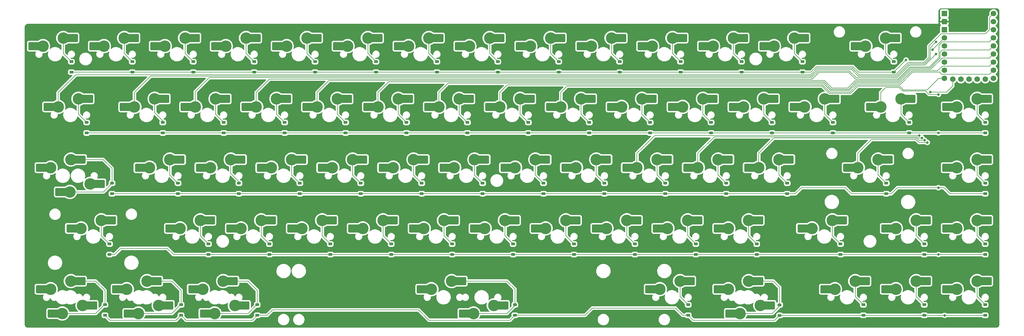
<source format=gbr>
%TF.GenerationSoftware,KiCad,Pcbnew,7.0.5*%
%TF.CreationDate,2023-09-15T18:16:34+08:00*%
%TF.ProjectId,Openero65,4f70656e-6572-46f3-9635-2e6b69636164,rev?*%
%TF.SameCoordinates,Original*%
%TF.FileFunction,Copper,L2,Bot*%
%TF.FilePolarity,Positive*%
%FSLAX46Y46*%
G04 Gerber Fmt 4.6, Leading zero omitted, Abs format (unit mm)*
G04 Created by KiCad (PCBNEW 7.0.5) date 2023-09-15 18:16:34*
%MOMM*%
%LPD*%
G01*
G04 APERTURE LIST*
G04 Aperture macros list*
%AMRoundRect*
0 Rectangle with rounded corners*
0 $1 Rounding radius*
0 $2 $3 $4 $5 $6 $7 $8 $9 X,Y pos of 4 corners*
0 Add a 4 corners polygon primitive as box body*
4,1,4,$2,$3,$4,$5,$6,$7,$8,$9,$2,$3,0*
0 Add four circle primitives for the rounded corners*
1,1,$1+$1,$2,$3*
1,1,$1+$1,$4,$5*
1,1,$1+$1,$6,$7*
1,1,$1+$1,$8,$9*
0 Add four rect primitives between the rounded corners*
20,1,$1+$1,$2,$3,$4,$5,0*
20,1,$1+$1,$4,$5,$6,$7,0*
20,1,$1+$1,$6,$7,$8,$9,0*
20,1,$1+$1,$8,$9,$2,$3,0*%
G04 Aperture macros list end*
%TA.AperFunction,SMDPad,CuDef*%
%ADD10RoundRect,0.250000X-1.525000X-1.000000X1.525000X-1.000000X1.525000X1.000000X-1.525000X1.000000X0*%
%TD*%
%TA.AperFunction,ComponentPad*%
%ADD11C,3.600000*%
%TD*%
%TA.AperFunction,SMDPad,CuDef*%
%ADD12RoundRect,0.250000X1.525000X1.000000X-1.525000X1.000000X-1.525000X-1.000000X1.525000X-1.000000X0*%
%TD*%
%TA.AperFunction,ComponentPad*%
%ADD13R,1.752600X1.752600*%
%TD*%
%TA.AperFunction,ComponentPad*%
%ADD14RoundRect,0.438150X-0.438150X-0.438150X0.438150X-0.438150X0.438150X0.438150X-0.438150X0.438150X0*%
%TD*%
%TA.AperFunction,ComponentPad*%
%ADD15C,1.752600*%
%TD*%
%TA.AperFunction,SMDPad,CuDef*%
%ADD16RoundRect,0.225000X0.375000X-0.225000X0.375000X0.225000X-0.375000X0.225000X-0.375000X-0.225000X0*%
%TD*%
%TA.AperFunction,ViaPad*%
%ADD17C,0.800000*%
%TD*%
%TA.AperFunction,Conductor*%
%ADD18C,0.200000*%
%TD*%
G04 APERTURE END LIST*
D10*
%TO.P,SW1,1,1*%
%TO.N,col0*%
X48897000Y-87770000D03*
D11*
X51672000Y-87770000D03*
%TO.P,SW1,2,2*%
%TO.N,Net-(D1-A)*%
X58022000Y-85230000D03*
D10*
X60802000Y-85230000D03*
%TD*%
%TO.P,SW50,1,1*%
%TO.N,col8*%
X225111000Y-144920000D03*
D11*
X227886000Y-144920000D03*
%TO.P,SW50,2,2*%
%TO.N,Net-(D50-A)*%
X234236000Y-142380000D03*
D10*
X237016000Y-142380000D03*
%TD*%
%TO.P,SW42,1,1*%
%TO.N,col0*%
X60804000Y-144920000D03*
D11*
X63579000Y-144920000D03*
%TO.P,SW42,2,2*%
%TO.N,Net-(D42-A)*%
X69929000Y-142380000D03*
D10*
X72709000Y-142380000D03*
%TD*%
%TO.P,SW40,1,1*%
%TO.N,col11*%
X272735000Y-125870000D03*
D11*
X275510000Y-125870000D03*
%TO.P,SW40,2,2*%
%TO.N,Net-(D40-A)*%
X281860000Y-123330000D03*
D10*
X284640000Y-123330000D03*
%TD*%
%TO.P,SW23,1,1*%
%TO.N,col8*%
X210823000Y-106820000D03*
D11*
X213598000Y-106820000D03*
%TO.P,SW23,2,2*%
%TO.N,Net-(D23-A)*%
X219948000Y-104280000D03*
D10*
X222728000Y-104280000D03*
%TD*%
%TO.P,SW63,1,1*%
%TO.N,col14*%
X334647000Y-163970000D03*
D11*
X337422000Y-163970000D03*
%TO.P,SW63,2,2*%
%TO.N,Net-(D63-A)*%
X343772000Y-161430000D03*
D10*
X346552000Y-161430000D03*
%TD*%
D12*
%TO.P,SW29,1,1*%
%TO.N,col0*%
X69211000Y-130950000D03*
D11*
X66436000Y-130950000D03*
%TO.P,SW29,2,2*%
%TO.N,Net-(D29-A)*%
X60086000Y-133490000D03*
D12*
X57306000Y-133490000D03*
%TD*%
D10*
%TO.P,SW17,1,1*%
%TO.N,col2*%
X96523000Y-106820000D03*
D11*
X99298000Y-106820000D03*
%TO.P,SW17,2,2*%
%TO.N,Net-(D17-A)*%
X105648000Y-104280000D03*
D10*
X108428000Y-104280000D03*
%TD*%
%TO.P,SW44,1,1*%
%TO.N,col2*%
X110811000Y-144920000D03*
D11*
X113586000Y-144920000D03*
%TO.P,SW44,2,2*%
%TO.N,Net-(D44-A)*%
X119936000Y-142380000D03*
D10*
X122716000Y-142380000D03*
%TD*%
%TO.P,SW65,1,1*%
%TO.N,col13*%
X315597000Y-163970000D03*
D11*
X318372000Y-163970000D03*
%TO.P,SW65,2,2*%
%TO.N,Net-(D65-A)*%
X324722000Y-161430000D03*
D10*
X327502000Y-161430000D03*
%TD*%
%TO.P,SW39,1,1*%
%TO.N,col10*%
X253685000Y-125870000D03*
D11*
X256460000Y-125870000D03*
%TO.P,SW39,2,2*%
%TO.N,Net-(D39-A)*%
X262810000Y-123330000D03*
D10*
X265590000Y-123330000D03*
%TD*%
%TO.P,SW31,1,1*%
%TO.N,col2*%
X101285000Y-125870000D03*
D11*
X104060000Y-125870000D03*
%TO.P,SW31,2,2*%
%TO.N,Net-(D31-A)*%
X110410000Y-123330000D03*
D10*
X113190000Y-123330000D03*
%TD*%
D12*
%TO.P,SW71,1,1*%
%TO.N,col5*%
X195419000Y-169050000D03*
D11*
X192644000Y-169050000D03*
%TO.P,SW71,2,2*%
%TO.N,Net-(D57-A)*%
X186294000Y-171590000D03*
D12*
X183514000Y-171590000D03*
%TD*%
D10*
%TO.P,SW47,1,1*%
%TO.N,col5*%
X167961000Y-144920000D03*
D11*
X170736000Y-144920000D03*
%TO.P,SW47,2,2*%
%TO.N,Net-(D47-A)*%
X177086000Y-142380000D03*
D10*
X179866000Y-142380000D03*
%TD*%
D12*
%TO.P,SW59,1,1*%
%TO.N,col10*%
X278761000Y-169050000D03*
D11*
X275986000Y-169050000D03*
%TO.P,SW59,2,2*%
%TO.N,Net-(D59-A)*%
X269636000Y-171590000D03*
D12*
X266856000Y-171590000D03*
%TD*%
D10*
%TO.P,SW67,1,1*%
%TO.N,col0*%
X51279000Y-125870000D03*
D11*
X54054000Y-125870000D03*
%TO.P,SW67,2,2*%
%TO.N,Net-(D29-A)*%
X60404000Y-123330000D03*
D10*
X63184000Y-123330000D03*
%TD*%
%TO.P,SW10,1,1*%
%TO.N,col9*%
X220347000Y-87770000D03*
D11*
X223122000Y-87770000D03*
%TO.P,SW10,2,2*%
%TO.N,Net-(D10-A)*%
X229472000Y-85230000D03*
D10*
X232252000Y-85230000D03*
%TD*%
%TO.P,SW5,1,1*%
%TO.N,col4*%
X125097000Y-87770000D03*
D11*
X127872000Y-87770000D03*
%TO.P,SW5,2,2*%
%TO.N,Net-(D5-A)*%
X134222000Y-85230000D03*
D10*
X137002000Y-85230000D03*
%TD*%
D12*
%TO.P,SW70,1,1*%
%TO.N,col2*%
X114456000Y-169050000D03*
D11*
X111681000Y-169050000D03*
%TO.P,SW70,2,2*%
%TO.N,Net-(D56-A)*%
X105331000Y-171590000D03*
D12*
X102551000Y-171590000D03*
%TD*%
D10*
%TO.P,SW58,1,1*%
%TO.N,col9*%
X241779000Y-163970000D03*
D11*
X244554000Y-163970000D03*
%TO.P,SW58,2,2*%
%TO.N,Net-(D58-A)*%
X250904000Y-161430000D03*
D10*
X253684000Y-161430000D03*
%TD*%
%TO.P,SW34,1,1*%
%TO.N,col5*%
X158435000Y-125870000D03*
D11*
X161210000Y-125870000D03*
%TO.P,SW34,2,2*%
%TO.N,Net-(D34-A)*%
X167560000Y-123330000D03*
D10*
X170340000Y-123330000D03*
%TD*%
%TO.P,SW56,1,1*%
%TO.N,col2*%
X98905000Y-163970000D03*
D11*
X101680000Y-163970000D03*
%TO.P,SW56,2,2*%
%TO.N,Net-(D56-A)*%
X108030000Y-161430000D03*
D10*
X110810000Y-161430000D03*
%TD*%
%TO.P,SW6,1,1*%
%TO.N,col5*%
X144147000Y-87770000D03*
D11*
X146922000Y-87770000D03*
%TO.P,SW6,2,2*%
%TO.N,Net-(D6-A)*%
X153272000Y-85230000D03*
D10*
X156052000Y-85230000D03*
%TD*%
%TO.P,SW37,1,1*%
%TO.N,col8*%
X215585000Y-125870000D03*
D11*
X218360000Y-125870000D03*
%TO.P,SW37,2,2*%
%TO.N,Net-(D37-A)*%
X224710000Y-123330000D03*
D10*
X227490000Y-123330000D03*
%TD*%
%TO.P,SW28,1,1*%
%TO.N,col13*%
X310836000Y-106820000D03*
D11*
X313611000Y-106820000D03*
%TO.P,SW28,2,2*%
%TO.N,Net-(D28-A)*%
X319961000Y-104280000D03*
D10*
X322741000Y-104280000D03*
%TD*%
%TO.P,SW3,1,1*%
%TO.N,col2*%
X86997000Y-87770000D03*
D11*
X89772000Y-87770000D03*
%TO.P,SW3,2,2*%
%TO.N,Net-(D3-A)*%
X96122000Y-85230000D03*
D10*
X98902000Y-85230000D03*
%TD*%
%TO.P,SW27,1,1*%
%TO.N,col12*%
X287023000Y-106820000D03*
D11*
X289798000Y-106820000D03*
%TO.P,SW27,2,2*%
%TO.N,Net-(D27-A)*%
X296148000Y-104280000D03*
D10*
X298928000Y-104280000D03*
%TD*%
%TO.P,SW45,1,1*%
%TO.N,col3*%
X129861000Y-144920000D03*
D11*
X132636000Y-144920000D03*
%TO.P,SW45,2,2*%
%TO.N,Net-(D45-A)*%
X138986000Y-142380000D03*
D10*
X141766000Y-142380000D03*
%TD*%
%TO.P,SW24,1,1*%
%TO.N,col9*%
X229873000Y-106820000D03*
D11*
X232648000Y-106820000D03*
%TO.P,SW24,2,2*%
%TO.N,Net-(D24-A)*%
X238998000Y-104280000D03*
D10*
X241778000Y-104280000D03*
%TD*%
%TO.P,SW4,1,1*%
%TO.N,col3*%
X106047000Y-87770000D03*
D11*
X108822000Y-87770000D03*
%TO.P,SW4,2,2*%
%TO.N,Net-(D4-A)*%
X115172000Y-85230000D03*
D10*
X117952000Y-85230000D03*
%TD*%
%TO.P,SW46,1,1*%
%TO.N,col4*%
X148911000Y-144920000D03*
D11*
X151686000Y-144920000D03*
%TO.P,SW46,2,2*%
%TO.N,Net-(D46-A)*%
X158036000Y-142380000D03*
D10*
X160816000Y-142380000D03*
%TD*%
%TO.P,SW11,1,1*%
%TO.N,col10*%
X239397000Y-87770000D03*
D11*
X242172000Y-87770000D03*
%TO.P,SW11,2,2*%
%TO.N,Net-(D11-A)*%
X248522000Y-85230000D03*
D10*
X251302000Y-85230000D03*
%TD*%
%TO.P,SW52,1,1*%
%TO.N,col10*%
X263211000Y-144920000D03*
D11*
X265986000Y-144920000D03*
%TO.P,SW52,2,2*%
%TO.N,Net-(D52-A)*%
X272336000Y-142380000D03*
D10*
X275116000Y-142380000D03*
%TD*%
%TO.P,SW7,1,1*%
%TO.N,col6*%
X163197000Y-87770000D03*
D11*
X165972000Y-87770000D03*
%TO.P,SW7,2,2*%
%TO.N,Net-(D7-A)*%
X172322000Y-85230000D03*
D10*
X175102000Y-85230000D03*
%TD*%
%TO.P,SW15,1,1*%
%TO.N,col0*%
X53660000Y-106820000D03*
D11*
X56435000Y-106820000D03*
%TO.P,SW15,2,2*%
%TO.N,Net-(D15-A)*%
X62785000Y-104280000D03*
D10*
X65565000Y-104280000D03*
%TD*%
%TO.P,SW49,1,1*%
%TO.N,col7*%
X206061000Y-144920000D03*
D11*
X208836000Y-144920000D03*
%TO.P,SW49,2,2*%
%TO.N,Net-(D49-A)*%
X215186000Y-142380000D03*
D10*
X217966000Y-142380000D03*
%TD*%
%TO.P,SW25,1,1*%
%TO.N,col10*%
X248923000Y-106820000D03*
D11*
X251698000Y-106820000D03*
%TO.P,SW25,2,2*%
%TO.N,Net-(D25-A)*%
X258048000Y-104280000D03*
D10*
X260828000Y-104280000D03*
%TD*%
%TO.P,SW30,1,1*%
%TO.N,col1*%
X82235000Y-125870000D03*
D11*
X85010000Y-125870000D03*
%TO.P,SW30,2,2*%
%TO.N,Net-(D30-A)*%
X91360000Y-123330000D03*
D10*
X94140000Y-123330000D03*
%TD*%
D12*
%TO.P,SW68,1,1*%
%TO.N,col0*%
X66830000Y-169050000D03*
D11*
X64055000Y-169050000D03*
%TO.P,SW68,2,2*%
%TO.N,Net-(D54-A)*%
X57705000Y-171590000D03*
D12*
X54925000Y-171590000D03*
%TD*%
D13*
%TO.P,U1,1,5V*%
%TO.N,VCC*%
X333557000Y-77525000D03*
D14*
%TO.P,U1,2,GND*%
%TO.N,GND*%
X333557000Y-80065000D03*
D13*
%TO.P,U1,3,3V3*%
%TO.N,+3V3*%
X333557000Y-82605000D03*
D15*
%TO.P,U1,4,GP29*%
%TO.N,col9*%
X333557000Y-85145000D03*
%TO.P,U1,5,GP28*%
%TO.N,col10*%
X333557000Y-87685000D03*
%TO.P,U1,6,GP27*%
%TO.N,col11*%
X333557000Y-90225000D03*
%TO.P,U1,7,GP26*%
%TO.N,col12*%
X333557000Y-92765000D03*
%TO.P,U1,8,GP15*%
%TO.N,col13*%
X333557000Y-95305000D03*
%TO.P,U1,9,GP14*%
%TO.N,col8*%
X333557000Y-97845000D03*
%TO.P,U1,10,GP0*%
%TO.N,col0*%
X348907000Y-77525000D03*
%TO.P,U1,11,GP1*%
%TO.N,col1*%
X348907000Y-80065000D03*
%TO.P,U1,12,GP2*%
%TO.N,col2*%
X348907000Y-82605000D03*
%TO.P,U1,13,GP3*%
%TO.N,col3*%
X348907000Y-85145000D03*
%TO.P,U1,14,GP4*%
%TO.N,col4*%
X348907000Y-87685000D03*
%TO.P,U1,15,GP5*%
%TO.N,col5*%
X348907000Y-90225000D03*
%TO.P,U1,16,GP6*%
%TO.N,col6*%
X348907000Y-92765000D03*
%TO.P,U1,17,GP7*%
%TO.N,col7*%
X348907000Y-95305000D03*
%TO.P,U1,18,GP8*%
%TO.N,col14*%
X348907000Y-97845000D03*
%TO.P,U1,19,GP9*%
%TO.N,row4*%
X346312000Y-98165000D03*
%TO.P,U1,20,GP10*%
%TO.N,row3*%
X343772000Y-98165000D03*
%TO.P,U1,21,GP11*%
%TO.N,row2*%
X341232000Y-98165000D03*
%TO.P,U1,22,GP12*%
%TO.N,row1*%
X338692000Y-98165000D03*
%TO.P,U1,23,GP13*%
%TO.N,row0*%
X336152000Y-98165000D03*
%TD*%
D10*
%TO.P,SW55,1,1*%
%TO.N,col1*%
X75092000Y-163970000D03*
D11*
X77867000Y-163970000D03*
%TO.P,SW55,2,2*%
%TO.N,Net-(D55-A)*%
X84217000Y-161430000D03*
D10*
X86997000Y-161430000D03*
%TD*%
D12*
%TO.P,SW69,1,1*%
%TO.N,col1*%
X90643000Y-169050000D03*
D11*
X87868000Y-169050000D03*
%TO.P,SW69,2,2*%
%TO.N,Net-(D55-A)*%
X81518000Y-171590000D03*
D12*
X78738000Y-171590000D03*
%TD*%
D10*
%TO.P,SW18,1,1*%
%TO.N,col3*%
X115573000Y-106820000D03*
D11*
X118348000Y-106820000D03*
%TO.P,SW18,2,2*%
%TO.N,Net-(D18-A)*%
X124698000Y-104280000D03*
D10*
X127478000Y-104280000D03*
%TD*%
%TO.P,SW53,1,1*%
%TO.N,col11*%
X289405000Y-144920000D03*
D11*
X292180000Y-144920000D03*
%TO.P,SW53,2,2*%
%TO.N,Net-(D53-A)*%
X298530000Y-142380000D03*
D10*
X301310000Y-142380000D03*
%TD*%
%TO.P,SW64,1,1*%
%TO.N,col13*%
X315597000Y-144920000D03*
D11*
X318372000Y-144920000D03*
%TO.P,SW64,2,2*%
%TO.N,Net-(D64-A)*%
X324722000Y-142380000D03*
D10*
X327502000Y-142380000D03*
%TD*%
%TO.P,SW26,1,1*%
%TO.N,col11*%
X267973000Y-106820000D03*
D11*
X270748000Y-106820000D03*
%TO.P,SW26,2,2*%
%TO.N,Net-(D26-A)*%
X277098000Y-104280000D03*
D10*
X279878000Y-104280000D03*
%TD*%
%TO.P,SW61,1,1*%
%TO.N,col14*%
X334647000Y-125870000D03*
D11*
X337422000Y-125870000D03*
%TO.P,SW61,2,2*%
%TO.N,Net-(D61-A)*%
X343772000Y-123330000D03*
D10*
X346552000Y-123330000D03*
%TD*%
%TO.P,SW62,1,1*%
%TO.N,col14*%
X334647000Y-144920000D03*
D11*
X337422000Y-144920000D03*
%TO.P,SW62,2,2*%
%TO.N,Net-(D62-A)*%
X343772000Y-142380000D03*
D10*
X346552000Y-142380000D03*
%TD*%
%TO.P,SW66,1,1*%
%TO.N,col12*%
X296547000Y-163970000D03*
D11*
X299322000Y-163970000D03*
%TO.P,SW66,2,2*%
%TO.N,Net-(D66-A)*%
X305672000Y-161430000D03*
D10*
X308452000Y-161430000D03*
%TD*%
%TO.P,SW20,1,1*%
%TO.N,col5*%
X153673000Y-106820000D03*
D11*
X156448000Y-106820000D03*
%TO.P,SW20,2,2*%
%TO.N,Net-(D20-A)*%
X162798000Y-104280000D03*
D10*
X165578000Y-104280000D03*
%TD*%
%TO.P,SW9,1,1*%
%TO.N,col8*%
X201297000Y-87770000D03*
D11*
X204072000Y-87770000D03*
%TO.P,SW9,2,2*%
%TO.N,Net-(D9-A)*%
X210422000Y-85230000D03*
D10*
X213202000Y-85230000D03*
%TD*%
%TO.P,SW36,1,1*%
%TO.N,col7*%
X196535000Y-125870000D03*
D11*
X199310000Y-125870000D03*
%TO.P,SW36,2,2*%
%TO.N,Net-(D36-A)*%
X205660000Y-123330000D03*
D10*
X208440000Y-123330000D03*
%TD*%
%TO.P,SW22,1,1*%
%TO.N,col7*%
X191773000Y-106820000D03*
D11*
X194548000Y-106820000D03*
%TO.P,SW22,2,2*%
%TO.N,Net-(D22-A)*%
X200898000Y-104280000D03*
D10*
X203678000Y-104280000D03*
%TD*%
%TO.P,SW38,1,1*%
%TO.N,col9*%
X234635000Y-125870000D03*
D11*
X237410000Y-125870000D03*
%TO.P,SW38,2,2*%
%TO.N,Net-(D38-A)*%
X243760000Y-123330000D03*
D10*
X246540000Y-123330000D03*
%TD*%
%TO.P,SW33,1,1*%
%TO.N,col4*%
X139385000Y-125870000D03*
D11*
X142160000Y-125870000D03*
%TO.P,SW33,2,2*%
%TO.N,Net-(D33-A)*%
X148510000Y-123330000D03*
D10*
X151290000Y-123330000D03*
%TD*%
%TO.P,SW57,1,1*%
%TO.N,col5*%
X170342000Y-163970000D03*
D11*
X173117000Y-163970000D03*
%TO.P,SW57,2,2*%
%TO.N,Net-(D57-A)*%
X179467000Y-161430000D03*
D10*
X182247000Y-161430000D03*
%TD*%
%TO.P,SW43,1,1*%
%TO.N,col1*%
X91761000Y-144920000D03*
D11*
X94536000Y-144920000D03*
%TO.P,SW43,2,2*%
%TO.N,Net-(D43-A)*%
X100886000Y-142380000D03*
D10*
X103666000Y-142380000D03*
%TD*%
%TO.P,SW35,1,1*%
%TO.N,col6*%
X177485000Y-125870000D03*
D11*
X180260000Y-125870000D03*
%TO.P,SW35,2,2*%
%TO.N,Net-(D35-A)*%
X186610000Y-123330000D03*
D10*
X189390000Y-123330000D03*
%TD*%
%TO.P,SW19,1,1*%
%TO.N,col4*%
X134623000Y-106820000D03*
D11*
X137398000Y-106820000D03*
%TO.P,SW19,2,2*%
%TO.N,Net-(D19-A)*%
X143748000Y-104280000D03*
D10*
X146528000Y-104280000D03*
%TD*%
%TO.P,SW16,1,1*%
%TO.N,col1*%
X77473000Y-106820000D03*
D11*
X80248000Y-106820000D03*
%TO.P,SW16,2,2*%
%TO.N,Net-(D16-A)*%
X86598000Y-104280000D03*
D10*
X89378000Y-104280000D03*
%TD*%
%TO.P,SW2,1,1*%
%TO.N,col1*%
X67947000Y-87770000D03*
D11*
X70722000Y-87770000D03*
%TO.P,SW2,2,2*%
%TO.N,Net-(D2-A)*%
X77072000Y-85230000D03*
D10*
X79852000Y-85230000D03*
%TD*%
%TO.P,SW21,1,1*%
%TO.N,col6*%
X172723000Y-106820000D03*
D11*
X175498000Y-106820000D03*
%TO.P,SW21,2,2*%
%TO.N,Net-(D21-A)*%
X181848000Y-104280000D03*
D10*
X184628000Y-104280000D03*
%TD*%
%TO.P,SW72,1,1*%
%TO.N,col10*%
X263212000Y-163970000D03*
D11*
X265987000Y-163970000D03*
%TO.P,SW72,2,2*%
%TO.N,Net-(D59-A)*%
X272337000Y-161430000D03*
D10*
X275117000Y-161430000D03*
%TD*%
%TO.P,SW41,1,1*%
%TO.N,col12*%
X303692000Y-125870000D03*
D11*
X306467000Y-125870000D03*
%TO.P,SW41,2,2*%
%TO.N,Net-(D41-A)*%
X312817000Y-123330000D03*
D10*
X315597000Y-123330000D03*
%TD*%
%TO.P,SW48,1,1*%
%TO.N,col6*%
X187011000Y-144920000D03*
D11*
X189786000Y-144920000D03*
%TO.P,SW48,2,2*%
%TO.N,Net-(D48-A)*%
X196136000Y-142380000D03*
D10*
X198916000Y-142380000D03*
%TD*%
%TO.P,SW32,1,1*%
%TO.N,col3*%
X120335000Y-125870000D03*
D11*
X123110000Y-125870000D03*
%TO.P,SW32,2,2*%
%TO.N,Net-(D32-A)*%
X129460000Y-123330000D03*
D10*
X132240000Y-123330000D03*
%TD*%
%TO.P,SW54,1,1*%
%TO.N,col0*%
X51279000Y-163970000D03*
D11*
X54054000Y-163970000D03*
%TO.P,SW54,2,2*%
%TO.N,Net-(D54-A)*%
X60404000Y-161430000D03*
D10*
X63184000Y-161430000D03*
%TD*%
%TO.P,SW13,1,1*%
%TO.N,col12*%
X277497000Y-87770000D03*
D11*
X280272000Y-87770000D03*
%TO.P,SW13,2,2*%
%TO.N,Net-(D13-A)*%
X286622000Y-85230000D03*
D10*
X289402000Y-85230000D03*
%TD*%
%TO.P,SW12,1,1*%
%TO.N,col11*%
X258447000Y-87770000D03*
D11*
X261222000Y-87770000D03*
%TO.P,SW12,2,2*%
%TO.N,Net-(D12-A)*%
X267572000Y-85230000D03*
D10*
X270352000Y-85230000D03*
%TD*%
%TO.P,SW8,1,1*%
%TO.N,col7*%
X182247000Y-87770000D03*
D11*
X185022000Y-87770000D03*
%TO.P,SW8,2,2*%
%TO.N,Net-(D8-A)*%
X191372000Y-85230000D03*
D10*
X194152000Y-85230000D03*
%TD*%
%TO.P,SW60,1,1*%
%TO.N,col14*%
X334647000Y-106820000D03*
D11*
X337422000Y-106820000D03*
%TO.P,SW60,2,2*%
%TO.N,Net-(D60-A)*%
X343772000Y-104280000D03*
D10*
X346552000Y-104280000D03*
%TD*%
%TO.P,SW51,1,1*%
%TO.N,col9*%
X244161000Y-144920000D03*
D11*
X246936000Y-144920000D03*
%TO.P,SW51,2,2*%
%TO.N,Net-(D51-A)*%
X253286000Y-142380000D03*
D10*
X256066000Y-142380000D03*
%TD*%
%TO.P,SW14,1,1*%
%TO.N,col13*%
X306072000Y-87770000D03*
D11*
X308847000Y-87770000D03*
%TO.P,SW14,2,2*%
%TO.N,Net-(D14-A)*%
X315197000Y-85230000D03*
D10*
X317977000Y-85230000D03*
%TD*%
D16*
%TO.P,D29,1,K*%
%TO.N,row2*%
X73263000Y-134060000D03*
%TO.P,D29,2,A*%
%TO.N,Net-(D29-A)*%
X73263000Y-130760000D03*
%TD*%
%TO.P,D12,1,K*%
%TO.N,row0*%
X270112000Y-95960000D03*
%TO.P,D12,2,A*%
%TO.N,Net-(D12-A)*%
X270112000Y-92660000D03*
%TD*%
%TO.P,D32,1,K*%
%TO.N,row2*%
X132000000Y-134060000D03*
%TO.P,D32,2,A*%
%TO.N,Net-(D32-A)*%
X132000000Y-130760000D03*
%TD*%
%TO.P,D20,1,K*%
%TO.N,row1*%
X165338000Y-115010000D03*
%TO.P,D20,2,A*%
%TO.N,Net-(D20-A)*%
X165338000Y-111710000D03*
%TD*%
%TO.P,D17,1,K*%
%TO.N,row1*%
X108188000Y-115010000D03*
%TO.P,D17,2,A*%
%TO.N,Net-(D17-A)*%
X108188000Y-111710000D03*
%TD*%
%TO.P,D57,1,K*%
%TO.N,row4*%
X199240000Y-172160000D03*
%TO.P,D57,2,A*%
%TO.N,Net-(D57-A)*%
X199240000Y-168860000D03*
%TD*%
%TO.P,D31,1,K*%
%TO.N,row2*%
X112950000Y-134060000D03*
%TO.P,D31,2,A*%
%TO.N,Net-(D31-A)*%
X112950000Y-130760000D03*
%TD*%
%TO.P,D65,1,K*%
%TO.N,row4*%
X327262000Y-172160000D03*
%TO.P,D65,2,A*%
%TO.N,Net-(D65-A)*%
X327262000Y-168860000D03*
%TD*%
%TO.P,D37,1,K*%
%TO.N,row2*%
X227250000Y-134060000D03*
%TO.P,D37,2,A*%
%TO.N,Net-(D37-A)*%
X227250000Y-130760000D03*
%TD*%
%TO.P,D34,1,K*%
%TO.N,row2*%
X170100000Y-134060000D03*
%TO.P,D34,2,A*%
%TO.N,Net-(D34-A)*%
X170100000Y-130760000D03*
%TD*%
%TO.P,D25,1,K*%
%TO.N,row1*%
X260588000Y-115010000D03*
%TO.P,D25,2,A*%
%TO.N,Net-(D25-A)*%
X260588000Y-111710000D03*
%TD*%
%TO.P,D49,1,K*%
%TO.N,row3*%
X217726000Y-153110000D03*
%TO.P,D49,2,A*%
%TO.N,Net-(D49-A)*%
X217726000Y-149810000D03*
%TD*%
%TO.P,D33,1,K*%
%TO.N,row2*%
X151050000Y-134060000D03*
%TO.P,D33,2,A*%
%TO.N,Net-(D33-A)*%
X151050000Y-130760000D03*
%TD*%
%TO.P,D46,1,K*%
%TO.N,row3*%
X160576000Y-153110000D03*
%TO.P,D46,2,A*%
%TO.N,Net-(D46-A)*%
X160576000Y-149810000D03*
%TD*%
%TO.P,D3,1,K*%
%TO.N,row0*%
X98662000Y-95960000D03*
%TO.P,D3,2,A*%
%TO.N,Net-(D3-A)*%
X98662000Y-92660000D03*
%TD*%
%TO.P,D9,1,K*%
%TO.N,row0*%
X212962000Y-95960000D03*
%TO.P,D9,2,A*%
%TO.N,Net-(D9-A)*%
X212962000Y-92660000D03*
%TD*%
%TO.P,D47,1,K*%
%TO.N,row3*%
X179626000Y-153110000D03*
%TO.P,D47,2,A*%
%TO.N,Net-(D47-A)*%
X179626000Y-149810000D03*
%TD*%
%TO.P,D59,1,K*%
%TO.N,row4*%
X282020000Y-172182500D03*
%TO.P,D59,2,A*%
%TO.N,Net-(D59-A)*%
X282020000Y-168882500D03*
%TD*%
%TO.P,D15,1,K*%
%TO.N,row1*%
X65325000Y-115010000D03*
%TO.P,D15,2,A*%
%TO.N,Net-(D15-A)*%
X65325000Y-111710000D03*
%TD*%
%TO.P,D55,1,K*%
%TO.N,row4*%
X94853000Y-172160000D03*
%TO.P,D55,2,A*%
%TO.N,Net-(D55-A)*%
X94853000Y-168860000D03*
%TD*%
%TO.P,D39,1,K*%
%TO.N,row2*%
X265350000Y-134060000D03*
%TO.P,D39,2,A*%
%TO.N,Net-(D39-A)*%
X265350000Y-130760000D03*
%TD*%
%TO.P,D6,1,K*%
%TO.N,row0*%
X155812000Y-95960000D03*
%TO.P,D6,2,A*%
%TO.N,Net-(D6-A)*%
X155812000Y-92660000D03*
%TD*%
%TO.P,D35,1,K*%
%TO.N,row2*%
X189150000Y-134060000D03*
%TO.P,D35,2,A*%
%TO.N,Net-(D35-A)*%
X189150000Y-130760000D03*
%TD*%
%TO.P,D66,1,K*%
%TO.N,row4*%
X308212000Y-172160000D03*
%TO.P,D66,2,A*%
%TO.N,Net-(D66-A)*%
X308212000Y-168860000D03*
%TD*%
%TO.P,D45,1,K*%
%TO.N,row3*%
X141526000Y-153110000D03*
%TO.P,D45,2,A*%
%TO.N,Net-(D45-A)*%
X141526000Y-149810000D03*
%TD*%
%TO.P,D51,1,K*%
%TO.N,row3*%
X255826000Y-153110000D03*
%TO.P,D51,2,A*%
%TO.N,Net-(D51-A)*%
X255826000Y-149810000D03*
%TD*%
%TO.P,D43,1,K*%
%TO.N,row3*%
X103426000Y-153110000D03*
%TO.P,D43,2,A*%
%TO.N,Net-(D43-A)*%
X103426000Y-149810000D03*
%TD*%
%TO.P,D52,1,K*%
%TO.N,row3*%
X274876000Y-153110000D03*
%TO.P,D52,2,A*%
%TO.N,Net-(D52-A)*%
X274876000Y-149810000D03*
%TD*%
%TO.P,D2,1,K*%
%TO.N,row0*%
X79612000Y-95960000D03*
%TO.P,D2,2,A*%
%TO.N,Net-(D2-A)*%
X79612000Y-92660000D03*
%TD*%
%TO.P,D23,1,K*%
%TO.N,row1*%
X222488000Y-115010000D03*
%TO.P,D23,2,A*%
%TO.N,Net-(D23-A)*%
X222488000Y-111710000D03*
%TD*%
%TO.P,D8,1,K*%
%TO.N,row0*%
X193912000Y-95960000D03*
%TO.P,D8,2,A*%
%TO.N,Net-(D8-A)*%
X193912000Y-92660000D03*
%TD*%
%TO.P,D22,1,K*%
%TO.N,row1*%
X203438000Y-115010000D03*
%TO.P,D22,2,A*%
%TO.N,Net-(D22-A)*%
X203438000Y-111710000D03*
%TD*%
%TO.P,D50,1,K*%
%TO.N,row3*%
X236776000Y-153110000D03*
%TO.P,D50,2,A*%
%TO.N,Net-(D50-A)*%
X236776000Y-149810000D03*
%TD*%
%TO.P,D63,1,K*%
%TO.N,row4*%
X346312000Y-172160000D03*
%TO.P,D63,2,A*%
%TO.N,Net-(D63-A)*%
X346312000Y-168860000D03*
%TD*%
%TO.P,D13,1,K*%
%TO.N,row0*%
X289162000Y-95960000D03*
%TO.P,D13,2,A*%
%TO.N,Net-(D13-A)*%
X289162000Y-92660000D03*
%TD*%
%TO.P,D26,1,K*%
%TO.N,row1*%
X279638000Y-115010000D03*
%TO.P,D26,2,A*%
%TO.N,Net-(D26-A)*%
X279638000Y-111710000D03*
%TD*%
%TO.P,D10,1,K*%
%TO.N,row0*%
X232012000Y-95960000D03*
%TO.P,D10,2,A*%
%TO.N,Net-(D10-A)*%
X232012000Y-92660000D03*
%TD*%
%TO.P,D61,1,K*%
%TO.N,row2*%
X346312000Y-134060000D03*
%TO.P,D61,2,A*%
%TO.N,Net-(D61-A)*%
X346312000Y-130760000D03*
%TD*%
%TO.P,D1,1,K*%
%TO.N,row0*%
X60562000Y-95960000D03*
%TO.P,D1,2,A*%
%TO.N,Net-(D1-A)*%
X60562000Y-92660000D03*
%TD*%
%TO.P,D56,1,K*%
%TO.N,row4*%
X118666200Y-172160000D03*
%TO.P,D56,2,A*%
%TO.N,Net-(D56-A)*%
X118666200Y-168860000D03*
%TD*%
%TO.P,D54,1,K*%
%TO.N,row4*%
X71040300Y-172160000D03*
%TO.P,D54,2,A*%
%TO.N,Net-(D54-A)*%
X71040300Y-168860000D03*
%TD*%
%TO.P,D58,1,K*%
%TO.N,row4*%
X253444000Y-172160000D03*
%TO.P,D58,2,A*%
%TO.N,Net-(D58-A)*%
X253444000Y-168860000D03*
%TD*%
%TO.P,D27,1,K*%
%TO.N,row1*%
X298688000Y-115010000D03*
%TO.P,D27,2,A*%
%TO.N,Net-(D27-A)*%
X298688000Y-111710000D03*
%TD*%
%TO.P,D36,1,K*%
%TO.N,row2*%
X208200000Y-134060000D03*
%TO.P,D36,2,A*%
%TO.N,Net-(D36-A)*%
X208200000Y-130760000D03*
%TD*%
%TO.P,D28,1,K*%
%TO.N,row1*%
X322501000Y-115010000D03*
%TO.P,D28,2,A*%
%TO.N,Net-(D28-A)*%
X322501000Y-111710000D03*
%TD*%
%TO.P,D44,1,K*%
%TO.N,row3*%
X122476000Y-153110000D03*
%TO.P,D44,2,A*%
%TO.N,Net-(D44-A)*%
X122476000Y-149810000D03*
%TD*%
%TO.P,D4,1,K*%
%TO.N,row0*%
X117712000Y-95960000D03*
%TO.P,D4,2,A*%
%TO.N,Net-(D4-A)*%
X117712000Y-92660000D03*
%TD*%
%TO.P,D64,1,K*%
%TO.N,row3*%
X327262000Y-153110000D03*
%TO.P,D64,2,A*%
%TO.N,Net-(D64-A)*%
X327262000Y-149810000D03*
%TD*%
%TO.P,D62,1,K*%
%TO.N,row3*%
X346312000Y-153110000D03*
%TO.P,D62,2,A*%
%TO.N,Net-(D62-A)*%
X346312000Y-149810000D03*
%TD*%
%TO.P,D16,1,K*%
%TO.N,row1*%
X89138000Y-115010000D03*
%TO.P,D16,2,A*%
%TO.N,Net-(D16-A)*%
X89138000Y-111710000D03*
%TD*%
%TO.P,D48,1,K*%
%TO.N,row3*%
X198676000Y-153110000D03*
%TO.P,D48,2,A*%
%TO.N,Net-(D48-A)*%
X198676000Y-149810000D03*
%TD*%
%TO.P,D5,1,K*%
%TO.N,row0*%
X136762000Y-95960000D03*
%TO.P,D5,2,A*%
%TO.N,Net-(D5-A)*%
X136762000Y-92660000D03*
%TD*%
%TO.P,D41,1,K*%
%TO.N,row2*%
X315357000Y-134060000D03*
%TO.P,D41,2,A*%
%TO.N,Net-(D41-A)*%
X315357000Y-130760000D03*
%TD*%
%TO.P,D14,1,K*%
%TO.N,row0*%
X317737000Y-95960000D03*
%TO.P,D14,2,A*%
%TO.N,Net-(D14-A)*%
X317737000Y-92660000D03*
%TD*%
%TO.P,D11,1,K*%
%TO.N,row0*%
X251062000Y-95960000D03*
%TO.P,D11,2,A*%
%TO.N,Net-(D11-A)*%
X251062000Y-92660000D03*
%TD*%
%TO.P,D18,1,K*%
%TO.N,row1*%
X127238000Y-115010000D03*
%TO.P,D18,2,A*%
%TO.N,Net-(D18-A)*%
X127238000Y-111710000D03*
%TD*%
%TO.P,D30,1,K*%
%TO.N,row2*%
X93900000Y-134060000D03*
%TO.P,D30,2,A*%
%TO.N,Net-(D30-A)*%
X93900000Y-130760000D03*
%TD*%
%TO.P,D40,1,K*%
%TO.N,row2*%
X284400000Y-134060000D03*
%TO.P,D40,2,A*%
%TO.N,Net-(D40-A)*%
X284400000Y-130760000D03*
%TD*%
%TO.P,D21,1,K*%
%TO.N,row1*%
X184388000Y-115010000D03*
%TO.P,D21,2,A*%
%TO.N,Net-(D21-A)*%
X184388000Y-111710000D03*
%TD*%
%TO.P,D7,1,K*%
%TO.N,row0*%
X174862000Y-95960000D03*
%TO.P,D7,2,A*%
%TO.N,Net-(D7-A)*%
X174862000Y-92660000D03*
%TD*%
%TO.P,D60,1,K*%
%TO.N,row1*%
X346312000Y-115010000D03*
%TO.P,D60,2,A*%
%TO.N,Net-(D60-A)*%
X346312000Y-111710000D03*
%TD*%
%TO.P,D19,1,K*%
%TO.N,row1*%
X146288000Y-115010000D03*
%TO.P,D19,2,A*%
%TO.N,Net-(D19-A)*%
X146288000Y-111710000D03*
%TD*%
%TO.P,D38,1,K*%
%TO.N,row2*%
X246300000Y-134060000D03*
%TO.P,D38,2,A*%
%TO.N,Net-(D38-A)*%
X246300000Y-130760000D03*
%TD*%
%TO.P,D53,1,K*%
%TO.N,row3*%
X301070000Y-153110000D03*
%TO.P,D53,2,A*%
%TO.N,Net-(D53-A)*%
X301070000Y-149810000D03*
%TD*%
%TO.P,D24,1,K*%
%TO.N,row1*%
X241538000Y-115010000D03*
%TO.P,D24,2,A*%
%TO.N,Net-(D24-A)*%
X241538000Y-111710000D03*
%TD*%
%TO.P,D42,1,K*%
%TO.N,row3*%
X72469000Y-153110000D03*
%TO.P,D42,2,A*%
%TO.N,Net-(D42-A)*%
X72469000Y-149810000D03*
%TD*%
D17*
%TO.N,row0*%
X321561500Y-92135500D03*
X329110500Y-102200000D03*
%TO.N,row1*%
X331710000Y-115010000D03*
%TO.N,row2*%
X331700000Y-132160000D03*
%TO.N,row3*%
X331710000Y-153110000D03*
%TO.N,row4*%
X333610000Y-172182500D03*
%TO.N,col1*%
X330960000Y-86440000D03*
%TO.N,col2*%
X330960000Y-90220000D03*
%TO.N,col9*%
X329810000Y-88892000D03*
X325690000Y-115830000D03*
%TO.N,col10*%
X326540000Y-116550000D03*
%TO.N,col11*%
X327360000Y-117270000D03*
%TO.N,col12*%
X328200000Y-117980000D03*
%TO.N,col13*%
X331720000Y-102920000D03*
%TD*%
D18*
%TO.N,row0*%
X289162000Y-95960000D02*
X291850000Y-95960000D01*
X306710000Y-95960000D02*
X317737000Y-95960000D01*
X334220000Y-102200000D02*
X336152000Y-100268000D01*
X60562000Y-95960000D02*
X289162000Y-95960000D01*
X321561500Y-92135500D02*
X317737000Y-95960000D01*
X329110500Y-102200000D02*
X334220000Y-102200000D01*
X291850000Y-95960000D02*
X293610000Y-94200000D01*
X293610000Y-94200000D02*
X304950000Y-94200000D01*
X336152000Y-100268000D02*
X336152000Y-98165000D01*
X304950000Y-94200000D02*
X306710000Y-95960000D01*
%TO.N,Net-(D1-A)*%
X60562000Y-92660000D02*
X58022000Y-90120000D01*
X58022000Y-90120000D02*
X58022000Y-85230000D01*
%TO.N,Net-(D2-A)*%
X77072000Y-90120000D02*
X77072000Y-85230000D01*
X79612000Y-92660000D02*
X77072000Y-90120000D01*
%TO.N,Net-(D3-A)*%
X96122000Y-90120000D02*
X96122000Y-85230000D01*
X98662000Y-92660000D02*
X96122000Y-90120000D01*
%TO.N,Net-(D4-A)*%
X117712000Y-92660000D02*
X115172000Y-90120000D01*
X115172000Y-90120000D02*
X115172000Y-85230000D01*
%TO.N,Net-(D5-A)*%
X134222000Y-90120000D02*
X134222000Y-85230000D01*
X136762000Y-92660000D02*
X134222000Y-90120000D01*
%TO.N,Net-(D6-A)*%
X155812000Y-92660000D02*
X153272000Y-90120000D01*
X153272000Y-90120000D02*
X153272000Y-85230000D01*
%TO.N,Net-(D7-A)*%
X172322000Y-90120000D02*
X172322000Y-85230000D01*
X174862000Y-92660000D02*
X172322000Y-90120000D01*
%TO.N,Net-(D8-A)*%
X191372000Y-90120000D02*
X191372000Y-85230000D01*
X193912000Y-92660000D02*
X191372000Y-90120000D01*
%TO.N,Net-(D9-A)*%
X210422000Y-90120000D02*
X210422000Y-85230000D01*
X212962000Y-92660000D02*
X210422000Y-90120000D01*
%TO.N,Net-(D10-A)*%
X229472000Y-90120000D02*
X229472000Y-85230000D01*
X232012000Y-92660000D02*
X229472000Y-90120000D01*
%TO.N,Net-(D11-A)*%
X251062000Y-92660000D02*
X248522000Y-90120000D01*
X248522000Y-90120000D02*
X248522000Y-85230000D01*
%TO.N,Net-(D12-A)*%
X270112000Y-92660000D02*
X267572000Y-90120000D01*
X267572000Y-90120000D02*
X267572000Y-85230000D01*
%TO.N,Net-(D13-A)*%
X286622000Y-90120000D02*
X286622000Y-85230000D01*
X289162000Y-92660000D02*
X286622000Y-90120000D01*
%TO.N,Net-(D14-A)*%
X315197000Y-90120000D02*
X315197000Y-85230000D01*
X317737000Y-92660000D02*
X315197000Y-90120000D01*
%TO.N,row1*%
X65325000Y-115010000D02*
X346312000Y-115010000D01*
%TO.N,Net-(D15-A)*%
X65325000Y-111710000D02*
X62785000Y-109170000D01*
X62785000Y-109170000D02*
X62785000Y-104280000D01*
%TO.N,Net-(D16-A)*%
X89138000Y-111127767D02*
X86598000Y-108587767D01*
X89138000Y-111710000D02*
X89138000Y-111127767D01*
X86598000Y-108587767D02*
X86598000Y-104280000D01*
%TO.N,Net-(D17-A)*%
X105648000Y-109170000D02*
X105648000Y-104280000D01*
X108188000Y-111710000D02*
X105648000Y-109170000D01*
%TO.N,Net-(D18-A)*%
X127238000Y-111710000D02*
X124698000Y-109170000D01*
X124698000Y-109170000D02*
X124698000Y-104280000D01*
%TO.N,Net-(D19-A)*%
X143748000Y-109170000D02*
X143748000Y-104280000D01*
X146288000Y-111710000D02*
X143748000Y-109170000D01*
%TO.N,Net-(D20-A)*%
X165338000Y-111710000D02*
X162798000Y-109170000D01*
X162798000Y-109170000D02*
X162798000Y-104280000D01*
%TO.N,Net-(D21-A)*%
X181848000Y-109170000D02*
X181848000Y-104280000D01*
X184388000Y-111710000D02*
X181848000Y-109170000D01*
%TO.N,Net-(D22-A)*%
X203438000Y-111710000D02*
X200898000Y-109170000D01*
X200898000Y-109170000D02*
X200898000Y-104280000D01*
%TO.N,Net-(D23-A)*%
X222488000Y-111710000D02*
X219948000Y-109170000D01*
X219948000Y-109170000D02*
X219948000Y-104280000D01*
%TO.N,Net-(D24-A)*%
X238998000Y-109170000D02*
X238998000Y-104280000D01*
X241538000Y-111710000D02*
X238998000Y-109170000D01*
%TO.N,Net-(D25-A)*%
X258048000Y-109170000D02*
X258048000Y-104280000D01*
X260588000Y-111710000D02*
X258048000Y-109170000D01*
%TO.N,Net-(D26-A)*%
X277098000Y-109170000D02*
X277098000Y-104280000D01*
X279638000Y-111710000D02*
X277098000Y-109170000D01*
%TO.N,Net-(D27-A)*%
X298688000Y-111710000D02*
X296148000Y-109170000D01*
X296148000Y-109170000D02*
X296148000Y-104280000D01*
%TO.N,Net-(D28-A)*%
X319961000Y-109170000D02*
X319961000Y-104280000D01*
X322501000Y-111710000D02*
X319961000Y-109170000D01*
%TO.N,row2*%
X315357000Y-134060000D02*
X316930000Y-134060000D01*
X288840000Y-132130000D02*
X302580000Y-132130000D01*
X286910000Y-134060000D02*
X288840000Y-132130000D01*
X318830000Y-132160000D02*
X333430000Y-132160000D01*
X304510000Y-134060000D02*
X315357000Y-134060000D01*
X73263000Y-134060000D02*
X284400000Y-134060000D01*
X284400000Y-134060000D02*
X286910000Y-134060000D01*
X333430000Y-132160000D02*
X335330000Y-134060000D01*
X335330000Y-134060000D02*
X346312000Y-134060000D01*
X316930000Y-134060000D02*
X318830000Y-132160000D01*
X302580000Y-132130000D02*
X304510000Y-134060000D01*
%TO.N,Net-(D29-A)*%
X60404000Y-123330000D02*
X70530000Y-123330000D01*
X70530000Y-123330000D02*
X73263000Y-126063000D01*
X60086000Y-133490000D02*
X70533000Y-133490000D01*
X73263000Y-126063000D02*
X73263000Y-130760000D01*
X70533000Y-133490000D02*
X73263000Y-130760000D01*
%TO.N,Net-(D30-A)*%
X93900000Y-130760000D02*
X91360000Y-128220000D01*
X91360000Y-128220000D02*
X91360000Y-123330000D01*
%TO.N,Net-(D31-A)*%
X110410000Y-127637767D02*
X110410000Y-123330000D01*
X112950000Y-130177767D02*
X110410000Y-127637767D01*
X112950000Y-130760000D02*
X112950000Y-130177767D01*
%TO.N,Net-(D32-A)*%
X129460000Y-128220000D02*
X129460000Y-123330000D01*
X132000000Y-130760000D02*
X129460000Y-128220000D01*
%TO.N,Net-(D33-A)*%
X148510000Y-128220000D02*
X148510000Y-123330000D01*
X151050000Y-130760000D02*
X148510000Y-128220000D01*
%TO.N,Net-(D34-A)*%
X170100000Y-130760000D02*
X167560000Y-128220000D01*
X167560000Y-128220000D02*
X167560000Y-123330000D01*
%TO.N,Net-(D35-A)*%
X186610000Y-128220000D02*
X186610000Y-123330000D01*
X189150000Y-130760000D02*
X186610000Y-128220000D01*
%TO.N,Net-(D36-A)*%
X208200000Y-130760000D02*
X205660000Y-128220000D01*
X205660000Y-128220000D02*
X205660000Y-123330000D01*
%TO.N,Net-(D37-A)*%
X227250000Y-130760000D02*
X224710000Y-128220000D01*
X224710000Y-128220000D02*
X224710000Y-123330000D01*
%TO.N,Net-(D38-A)*%
X246300000Y-130760000D02*
X243760000Y-128220000D01*
X243760000Y-128220000D02*
X243760000Y-123330000D01*
%TO.N,Net-(D39-A)*%
X262810000Y-128220000D02*
X262810000Y-123330000D01*
X265350000Y-130760000D02*
X262810000Y-128220000D01*
%TO.N,Net-(D40-A)*%
X284400000Y-130760000D02*
X281860000Y-128220000D01*
X281860000Y-128220000D02*
X281860000Y-123330000D01*
%TO.N,Net-(D41-A)*%
X315357000Y-130760000D02*
X312817000Y-128220000D01*
X312817000Y-128220000D02*
X312817000Y-123330000D01*
%TO.N,row3*%
X103426000Y-153110000D02*
X346312000Y-153110000D01*
X92480000Y-153110000D02*
X103426000Y-153110000D01*
X74020000Y-153110000D02*
X75950000Y-151180000D01*
X75950000Y-151180000D02*
X90550000Y-151180000D01*
X90550000Y-151180000D02*
X92480000Y-153110000D01*
X72469000Y-153110000D02*
X74020000Y-153110000D01*
%TO.N,Net-(D42-A)*%
X72469000Y-149810000D02*
X69929000Y-147270000D01*
X69929000Y-147270000D02*
X69929000Y-142380000D01*
%TO.N,Net-(D43-A)*%
X100886000Y-147270000D02*
X100886000Y-142380000D01*
X103426000Y-149810000D02*
X100886000Y-147270000D01*
%TO.N,Net-(D44-A)*%
X122476000Y-149810000D02*
X119936000Y-147270000D01*
X119936000Y-147270000D02*
X119936000Y-142380000D01*
%TO.N,Net-(D45-A)*%
X138986000Y-147270000D02*
X138986000Y-142380000D01*
X141526000Y-149810000D02*
X138986000Y-147270000D01*
%TO.N,Net-(D46-A)*%
X158036000Y-147270000D02*
X158036000Y-142380000D01*
X160576000Y-149810000D02*
X158036000Y-147270000D01*
%TO.N,Net-(D47-A)*%
X177086000Y-147270000D02*
X177086000Y-142380000D01*
X179626000Y-149810000D02*
X177086000Y-147270000D01*
%TO.N,Net-(D48-A)*%
X198676000Y-149810000D02*
X196136000Y-147270000D01*
X196136000Y-147270000D02*
X196136000Y-142380000D01*
%TO.N,Net-(D49-A)*%
X217726000Y-149810000D02*
X215186000Y-147270000D01*
X215186000Y-147270000D02*
X215186000Y-142380000D01*
%TO.N,Net-(D50-A)*%
X236776000Y-149810000D02*
X234236000Y-147270000D01*
X234236000Y-147270000D02*
X234236000Y-142380000D01*
%TO.N,Net-(D51-A)*%
X255826000Y-149810000D02*
X253286000Y-147270000D01*
X253286000Y-147270000D02*
X253286000Y-142380000D01*
%TO.N,Net-(D52-A)*%
X272336000Y-147270000D02*
X272336000Y-142380000D01*
X274876000Y-149810000D02*
X272336000Y-147270000D01*
%TO.N,Net-(D53-A)*%
X301070000Y-149810000D02*
X298530000Y-147270000D01*
X298530000Y-147270000D02*
X298530000Y-142380000D01*
%TO.N,row4*%
X123450000Y-170460000D02*
X169120000Y-170460000D01*
X197685000Y-173715000D02*
X199240000Y-172160000D01*
X117111200Y-173715000D02*
X118666200Y-172160000D01*
X118666200Y-172160000D02*
X121750000Y-172160000D01*
X169120000Y-170460000D02*
X172375000Y-173715000D01*
X333610000Y-172182500D02*
X346289500Y-172182500D01*
X93298000Y-173715000D02*
X94853000Y-172160000D01*
X253444000Y-172160000D02*
X254999000Y-173715000D01*
X254999000Y-173715000D02*
X280487500Y-173715000D01*
X199240000Y-172160000D02*
X221170000Y-172160000D01*
X251730000Y-172160000D02*
X253444000Y-172160000D01*
X280487500Y-173715000D02*
X282020000Y-172182500D01*
X282020000Y-172182500D02*
X333610000Y-172182500D01*
X72595300Y-173715000D02*
X93298000Y-173715000D01*
X223450000Y-169880000D02*
X249450000Y-169880000D01*
X346289500Y-172182500D02*
X346312000Y-172160000D01*
X121750000Y-172160000D02*
X123450000Y-170460000D01*
X94853000Y-172160000D02*
X96408000Y-173715000D01*
X96408000Y-173715000D02*
X117111200Y-173715000D01*
X71040300Y-172160000D02*
X72595300Y-173715000D01*
X172375000Y-173715000D02*
X197685000Y-173715000D01*
X249450000Y-169880000D02*
X251730000Y-172160000D01*
X221170000Y-172160000D02*
X223450000Y-169880000D01*
%TO.N,Net-(D54-A)*%
X68150000Y-171590000D02*
X70880000Y-168860000D01*
X71040300Y-164330300D02*
X71040300Y-168860000D01*
X70880000Y-168860000D02*
X71040300Y-168860000D01*
X60404000Y-161430000D02*
X68140000Y-161430000D01*
X57705000Y-171590000D02*
X68150000Y-171590000D01*
X68140000Y-161430000D02*
X71040300Y-164330300D01*
%TO.N,Net-(D55-A)*%
X94853000Y-164323000D02*
X94853000Y-168860000D01*
X91950000Y-171590000D02*
X94680000Y-168860000D01*
X84217000Y-161430000D02*
X91960000Y-161430000D01*
X81518000Y-171590000D02*
X91950000Y-171590000D01*
X94680000Y-168860000D02*
X94853000Y-168860000D01*
X91960000Y-161430000D02*
X94853000Y-164323000D01*
%TO.N,Net-(D56-A)*%
X118666200Y-164316200D02*
X118666200Y-168860000D01*
X115770000Y-171590000D02*
X118500000Y-168860000D01*
X105331000Y-171590000D02*
X115770000Y-171590000D01*
X115780000Y-161430000D02*
X118666200Y-164316200D01*
X108030000Y-161430000D02*
X115780000Y-161430000D01*
X118500000Y-168860000D02*
X118666200Y-168860000D01*
%TO.N,Net-(D57-A)*%
X196730000Y-171590000D02*
X199240000Y-169080000D01*
X179467000Y-161430000D02*
X196740000Y-161430000D01*
X186294000Y-171590000D02*
X196730000Y-171590000D01*
X199240000Y-169080000D02*
X199240000Y-168860000D01*
X199240000Y-163930000D02*
X199240000Y-168860000D01*
X196740000Y-161430000D02*
X199240000Y-163930000D01*
%TO.N,Net-(D58-A)*%
X253444000Y-168860000D02*
X250904000Y-166320000D01*
X250904000Y-166320000D02*
X250904000Y-161430000D01*
%TO.N,Net-(D59-A)*%
X280080000Y-161430000D02*
X282020000Y-163370000D01*
X282020000Y-163370000D02*
X282020000Y-168882500D01*
X269636000Y-171590000D02*
X279720000Y-171590000D01*
X279720000Y-171590000D02*
X282020000Y-169290000D01*
X272337000Y-161430000D02*
X280080000Y-161430000D01*
X282020000Y-169290000D02*
X282020000Y-168882500D01*
%TO.N,Net-(D61-A)*%
X343772000Y-128220000D02*
X343772000Y-123330000D01*
X346312000Y-130760000D02*
X343772000Y-128220000D01*
%TO.N,Net-(D62-A)*%
X346312000Y-149810000D02*
X343772000Y-147270000D01*
X343772000Y-147270000D02*
X343772000Y-142380000D01*
%TO.N,Net-(D63-A)*%
X346312000Y-168860000D02*
X343772000Y-166320000D01*
X343772000Y-166320000D02*
X343772000Y-161430000D01*
%TO.N,Net-(D64-A)*%
X324722000Y-147270000D02*
X324722000Y-142380000D01*
X327262000Y-149810000D02*
X324722000Y-147270000D01*
%TO.N,Net-(D65-A)*%
X327262000Y-168860000D02*
X324722000Y-166320000D01*
X324722000Y-166320000D02*
X324722000Y-161430000D01*
%TO.N,Net-(D66-A)*%
X305672000Y-166320000D02*
X305672000Y-161430000D01*
X308212000Y-168860000D02*
X305672000Y-166320000D01*
%TO.N,Net-(D60-A)*%
X343772000Y-109170000D02*
X343772000Y-104280000D01*
X346312000Y-111710000D02*
X343772000Y-109170000D01*
%TO.N,col0*%
X332510050Y-83900000D02*
X346440000Y-83900000D01*
X291711396Y-96735000D02*
X293796396Y-94650000D01*
X56435000Y-102265000D02*
X61965000Y-96735000D01*
X346440000Y-83900000D02*
X347710000Y-82630000D01*
X318339817Y-96735000D02*
X322239817Y-92835000D01*
X56435000Y-106820000D02*
X56435000Y-102265000D01*
X328710000Y-87700050D02*
X332510050Y-83900000D01*
X347710000Y-82630000D02*
X347710000Y-78722000D01*
X306848604Y-96735000D02*
X318339817Y-96735000D01*
X328710000Y-91338628D02*
X328710000Y-87700050D01*
X347710000Y-78722000D02*
X348907000Y-77525000D01*
X61965000Y-96735000D02*
X291711396Y-96735000D01*
X322239817Y-92835000D02*
X327213628Y-92835000D01*
X304763604Y-94650000D02*
X306848604Y-96735000D01*
X293796396Y-94650000D02*
X304763604Y-94650000D01*
X327213628Y-92835000D02*
X328710000Y-91338628D01*
%TO.N,col1*%
X327329314Y-93285000D02*
X329110000Y-91504314D01*
X306662208Y-97185000D02*
X318526213Y-97185000D01*
X318526213Y-97185000D02*
X322426213Y-93285000D01*
X293982792Y-95100000D02*
X304577208Y-95100000D01*
X80248000Y-102252000D02*
X85315000Y-97185000D01*
X322426213Y-93285000D02*
X327329314Y-93285000D01*
X85315000Y-97185000D02*
X291897792Y-97185000D01*
X291897792Y-97185000D02*
X293982792Y-95100000D01*
X329110000Y-88290000D02*
X330960000Y-86440000D01*
X304577208Y-95100000D02*
X306662208Y-97185000D01*
X329110000Y-91504314D02*
X329110000Y-88290000D01*
X80248000Y-106820000D02*
X80248000Y-102252000D01*
%TO.N,col2*%
X322612609Y-93735000D02*
X318712609Y-97635000D01*
X330960000Y-90220000D02*
X327445000Y-93735000D01*
X318712609Y-97635000D02*
X305925000Y-97635000D01*
X305925000Y-97635000D02*
X303840000Y-95550000D01*
X103665000Y-97635000D02*
X99298000Y-102002000D01*
X99298000Y-102002000D02*
X99298000Y-106820000D01*
X327445000Y-93735000D02*
X322612609Y-93735000D01*
X303840000Y-95550000D02*
X294169188Y-95550000D01*
X294169188Y-95550000D02*
X292084188Y-97635000D01*
X292084188Y-97635000D02*
X103665000Y-97635000D01*
%TO.N,col3*%
X118348000Y-102252000D02*
X122515000Y-98085000D01*
X331830000Y-91388628D02*
X331830000Y-87490000D01*
X331830000Y-87490000D02*
X332900000Y-86420000D01*
X122515000Y-98085000D02*
X292270584Y-98085000D01*
X305738604Y-98085000D02*
X318969715Y-98085000D01*
X294355584Y-96000000D02*
X303653604Y-96000000D01*
X347632000Y-86420000D02*
X348907000Y-85145000D01*
X118348000Y-106820000D02*
X118348000Y-102252000D01*
X328933628Y-94285000D02*
X331830000Y-91388628D01*
X303653604Y-96000000D02*
X305738604Y-98085000D01*
X292270584Y-98085000D02*
X294355584Y-96000000D01*
X318969715Y-98085000D02*
X322769716Y-94285000D01*
X332900000Y-86420000D02*
X347632000Y-86420000D01*
X322769716Y-94285000D02*
X328933628Y-94285000D01*
%TO.N,col4*%
X298420000Y-100920000D02*
X303300000Y-100920000D01*
X305685000Y-98535000D02*
X319085401Y-98535000D01*
X329099314Y-94685000D02*
X332230000Y-91554314D01*
X141105000Y-98535000D02*
X296035000Y-98535000D01*
X303300000Y-100920000D02*
X305685000Y-98535000D01*
X332230000Y-89620000D02*
X332880000Y-88970000D01*
X137398000Y-106820000D02*
X137398000Y-102242000D01*
X137398000Y-102242000D02*
X141105000Y-98535000D01*
X332880000Y-88970000D02*
X347622000Y-88970000D01*
X296035000Y-98535000D02*
X298420000Y-100920000D01*
X332230000Y-91554314D02*
X332230000Y-89620000D01*
X319085401Y-98535000D02*
X322935401Y-94685000D01*
X347622000Y-88970000D02*
X348907000Y-87685000D01*
X322935401Y-94685000D02*
X329099314Y-94685000D01*
%TO.N,col5*%
X305871396Y-98985000D02*
X319271797Y-98985000D01*
X329265000Y-95085000D02*
X332860000Y-91490000D01*
X303536396Y-101320000D02*
X305871396Y-98985000D01*
X323171797Y-95085000D02*
X329265000Y-95085000D01*
X156448000Y-106820000D02*
X156448000Y-102252000D01*
X156448000Y-102252000D02*
X159715000Y-98985000D01*
X319271797Y-98985000D02*
X323171797Y-95085000D01*
X298183604Y-101320000D02*
X303536396Y-101320000D01*
X295848604Y-98985000D02*
X298183604Y-101320000D01*
X159715000Y-98985000D02*
X295848604Y-98985000D01*
X332860000Y-91490000D02*
X347642000Y-91490000D01*
X347642000Y-91490000D02*
X348907000Y-90225000D01*
%TO.N,col6*%
X332870000Y-94030000D02*
X347642000Y-94030000D01*
X331365000Y-95535000D02*
X332870000Y-94030000D01*
X303772792Y-101720000D02*
X306057792Y-99435000D01*
X306057792Y-99435000D02*
X319458193Y-99435000D01*
X297947208Y-101720000D02*
X303772792Y-101720000D01*
X175498000Y-106820000D02*
X175498000Y-102252000D01*
X319458193Y-99435000D02*
X323358193Y-95535000D01*
X175498000Y-102252000D02*
X178315000Y-99435000D01*
X323358193Y-95535000D02*
X331365000Y-95535000D01*
X295662208Y-99435000D02*
X297947208Y-101720000D01*
X347642000Y-94030000D02*
X348907000Y-92765000D01*
X178315000Y-99435000D02*
X295662208Y-99435000D01*
%TO.N,col7*%
X347652000Y-96560000D02*
X348907000Y-95305000D01*
X303979188Y-102150000D02*
X306244188Y-99885000D01*
X196915000Y-99885000D02*
X295475812Y-99885000D01*
X332670000Y-96560000D02*
X347652000Y-96560000D01*
X194548000Y-106820000D02*
X194548000Y-102252000D01*
X297740812Y-102150000D02*
X303979188Y-102150000D01*
X306244188Y-99885000D02*
X319644589Y-99885000D01*
X323594589Y-95935000D02*
X332045000Y-95935000D01*
X332045000Y-95935000D02*
X332670000Y-96560000D01*
X319644589Y-99885000D02*
X323594589Y-95935000D01*
X295475812Y-99885000D02*
X297740812Y-102150000D01*
X194548000Y-102252000D02*
X196915000Y-99885000D01*
%TO.N,col8*%
X295310126Y-100285000D02*
X297595126Y-102570000D01*
X331767600Y-97845000D02*
X333557000Y-97845000D01*
X304195584Y-102570000D02*
X306430584Y-100335000D01*
X328121300Y-101491300D02*
X331767600Y-97845000D01*
X320766300Y-101491300D02*
X328121300Y-101491300D01*
X297595126Y-102570000D02*
X304195584Y-102570000D01*
X319610000Y-100335000D02*
X320766300Y-101491300D01*
X306430584Y-100335000D02*
X319610000Y-100335000D01*
X215565000Y-100285000D02*
X295310126Y-100285000D01*
X213598000Y-102252000D02*
X215565000Y-100285000D01*
X213598000Y-106820000D02*
X213598000Y-102252000D01*
%TO.N,col9*%
X242920000Y-115820000D02*
X261290000Y-115820000D01*
X325680000Y-115820000D02*
X325690000Y-115830000D01*
X237410000Y-125870000D02*
X237410000Y-121330000D01*
X329810000Y-88892000D02*
X333557000Y-85145000D01*
X237410000Y-121330000D02*
X239140000Y-119600000D01*
X239140000Y-119600000D02*
X242920000Y-115820000D01*
X261290000Y-115820000D02*
X325680000Y-115820000D01*
%TO.N,col10*%
X256460000Y-121310000D02*
X256460000Y-125870000D01*
X324980000Y-116220000D02*
X261550000Y-116220000D01*
X325310000Y-116550000D02*
X324980000Y-116220000D01*
X326540000Y-116550000D02*
X325310000Y-116550000D01*
X261550000Y-116220000D02*
X256460000Y-121310000D01*
%TO.N,col11*%
X325464314Y-117270000D02*
X324814314Y-116620000D01*
X327360000Y-117270000D02*
X325464314Y-117270000D01*
X324814314Y-116620000D02*
X280220000Y-116620000D01*
X275510000Y-121330000D02*
X275510000Y-125870000D01*
X280220000Y-116620000D02*
X275510000Y-121330000D01*
%TO.N,col12*%
X328200000Y-117980000D02*
X328190000Y-117970000D01*
X328190000Y-117970000D02*
X325598628Y-117970000D01*
X324648628Y-117020000D02*
X310760000Y-117020000D01*
X306467000Y-121313000D02*
X306467000Y-125870000D01*
X325598628Y-117970000D02*
X324648628Y-117020000D01*
X310760000Y-117020000D02*
X306467000Y-121313000D01*
%TO.N,col13*%
X327715000Y-101891300D02*
X328748700Y-102925000D01*
X331715000Y-102925000D02*
X331720000Y-102920000D01*
X313611000Y-102269000D02*
X315145000Y-100735000D01*
X315145000Y-100735000D02*
X319444315Y-100735000D01*
X319444315Y-100735000D02*
X320600615Y-101891300D01*
X313611000Y-106820000D02*
X313611000Y-102269000D01*
X328748700Y-102925000D02*
X331715000Y-102925000D01*
X320600615Y-101891300D02*
X327715000Y-101891300D01*
%TD*%
%TA.AperFunction,Conductor*%
%TO.N,GND*%
G36*
X350192469Y-75955185D02*
G01*
X350213111Y-75971819D01*
X350720180Y-76478888D01*
X350753665Y-76540211D01*
X350756499Y-76566569D01*
X350756499Y-175032289D01*
X350756263Y-175037697D01*
X350752522Y-175080445D01*
X350740082Y-175206760D01*
X350736454Y-175226700D01*
X350718860Y-175292362D01*
X350718303Y-175294314D01*
X350690319Y-175386562D01*
X350684041Y-175402971D01*
X350652613Y-175470368D01*
X350651101Y-175473393D01*
X350606236Y-175557327D01*
X350602341Y-175563667D01*
X350556015Y-175629828D01*
X350553154Y-175633600D01*
X350493895Y-175705808D01*
X350489806Y-175710320D01*
X350432320Y-175767806D01*
X350427808Y-175771895D01*
X350355600Y-175831154D01*
X350351828Y-175834015D01*
X350285667Y-175880341D01*
X350279327Y-175884236D01*
X350195393Y-175929101D01*
X350192368Y-175930613D01*
X350124971Y-175962041D01*
X350108562Y-175968319D01*
X350016314Y-175996303D01*
X350014362Y-175996860D01*
X349948700Y-176014454D01*
X349928760Y-176018082D01*
X349802446Y-176030522D01*
X349764251Y-176033865D01*
X349759694Y-176034264D01*
X349754291Y-176034500D01*
X46959709Y-176034500D01*
X46954305Y-176034264D01*
X46949337Y-176033829D01*
X46911552Y-176030522D01*
X46785238Y-176018082D01*
X46765298Y-176014454D01*
X46699636Y-175996860D01*
X46697711Y-175996310D01*
X46660113Y-175984905D01*
X46605436Y-175968319D01*
X46589027Y-175962041D01*
X46521630Y-175930613D01*
X46518605Y-175929101D01*
X46434671Y-175884236D01*
X46428331Y-175880341D01*
X46362170Y-175834015D01*
X46358398Y-175831154D01*
X46286190Y-175771895D01*
X46281688Y-175767815D01*
X46224182Y-175710309D01*
X46220103Y-175705808D01*
X46160844Y-175633600D01*
X46157983Y-175629828D01*
X46111657Y-175563667D01*
X46107762Y-175557327D01*
X46082982Y-175510969D01*
X46062888Y-175473375D01*
X46061399Y-175470396D01*
X46029952Y-175402959D01*
X46023682Y-175386570D01*
X45995664Y-175294208D01*
X45995156Y-175292426D01*
X45977541Y-175226685D01*
X45973918Y-175206776D01*
X45961476Y-175080445D01*
X45957736Y-175037696D01*
X45957500Y-175032291D01*
X45957500Y-165026613D01*
X49053500Y-165026613D01*
X49059913Y-165097192D01*
X49059913Y-165097194D01*
X49059914Y-165097196D01*
X49110522Y-165259606D01*
X49195280Y-165399813D01*
X49198530Y-165405188D01*
X49318811Y-165525469D01*
X49318813Y-165525470D01*
X49318815Y-165525472D01*
X49464394Y-165613478D01*
X49626804Y-165664086D01*
X49697384Y-165670500D01*
X51754295Y-165670500D01*
X51821334Y-165690185D01*
X51867089Y-165742989D01*
X51877033Y-165812147D01*
X51861682Y-165856500D01*
X51755553Y-166040319D01*
X51685251Y-166243442D01*
X51685250Y-166243444D01*
X51654661Y-166456200D01*
X51654660Y-166456202D01*
X51664887Y-166670901D01*
X51715563Y-166879791D01*
X51715565Y-166879795D01*
X51784211Y-167030110D01*
X51804854Y-167075310D01*
X51909306Y-167221992D01*
X51929535Y-167250400D01*
X51929540Y-167250406D01*
X52085094Y-167398725D01*
X52085096Y-167398726D01*
X52085097Y-167398727D01*
X52265920Y-167514935D01*
X52465468Y-167594822D01*
X52569182Y-167614811D01*
X52676527Y-167635500D01*
X52676528Y-167635500D01*
X52837612Y-167635500D01*
X52837618Y-167635500D01*
X52997971Y-167620188D01*
X53204209Y-167559631D01*
X53395259Y-167461138D01*
X53402757Y-167455242D01*
X53474621Y-167398727D01*
X53564217Y-167328268D01*
X53704976Y-167165824D01*
X53757236Y-167075308D01*
X53812447Y-166979679D01*
X53845161Y-166885160D01*
X53855606Y-166854979D01*
X53896134Y-166798066D01*
X53960999Y-166772098D01*
X54029606Y-166785320D01*
X54080173Y-166833536D01*
X54093290Y-166866300D01*
X54096561Y-166879785D01*
X54096565Y-166879795D01*
X54165211Y-167030110D01*
X54185854Y-167075310D01*
X54290306Y-167221992D01*
X54310535Y-167250400D01*
X54310540Y-167250406D01*
X54466094Y-167398725D01*
X54466096Y-167398726D01*
X54466097Y-167398727D01*
X54646920Y-167514935D01*
X54846468Y-167594822D01*
X54950182Y-167614811D01*
X55057527Y-167635500D01*
X55057528Y-167635500D01*
X55218612Y-167635500D01*
X55218618Y-167635500D01*
X55378971Y-167620188D01*
X55585209Y-167559631D01*
X55702092Y-167499373D01*
X55770697Y-167486150D01*
X55835562Y-167512118D01*
X55867652Y-167549995D01*
X55924491Y-167653714D01*
X55962825Y-167723665D01*
X55962829Y-167723671D01*
X56141148Y-167965687D01*
X56141554Y-167966238D01*
X56178704Y-168004651D01*
X56351019Y-168182823D01*
X56587478Y-168369553D01*
X56587480Y-168369554D01*
X56587485Y-168369558D01*
X56846730Y-168523109D01*
X57124128Y-168640736D01*
X57414729Y-168720340D01*
X57713347Y-168760500D01*
X57713351Y-168760500D01*
X57939252Y-168760500D01*
X58103164Y-168749526D01*
X58164634Y-168745412D01*
X58459903Y-168685396D01*
X58744537Y-168586560D01*
X59002437Y-168456237D01*
X59071146Y-168443571D01*
X59121552Y-168460220D01*
X59188944Y-168500136D01*
X59227730Y-168523109D01*
X59505128Y-168640736D01*
X59795729Y-168720340D01*
X60094347Y-168760500D01*
X60094351Y-168760500D01*
X60320252Y-168760500D01*
X60484163Y-168749526D01*
X60545634Y-168745412D01*
X60840903Y-168685396D01*
X61125537Y-168586560D01*
X61394459Y-168450668D01*
X61642869Y-168280144D01*
X61717171Y-168212941D01*
X61780094Y-168182572D01*
X61849449Y-168191042D01*
X61903214Y-168235664D01*
X61924320Y-168302269D01*
X61917767Y-168344766D01*
X61876521Y-168466269D01*
X61876518Y-168466283D01*
X61818968Y-168755609D01*
X61818964Y-168755636D01*
X61799671Y-169049992D01*
X61799671Y-169050007D01*
X61818964Y-169344363D01*
X61818965Y-169344373D01*
X61818966Y-169344380D01*
X61873918Y-169620648D01*
X61876518Y-169633716D01*
X61876521Y-169633730D01*
X61971349Y-169913080D01*
X62101825Y-170177660D01*
X62101829Y-170177667D01*
X62265725Y-170422955D01*
X62460241Y-170644758D01*
X62662657Y-170822272D01*
X62700081Y-170881274D01*
X62699665Y-170951142D01*
X62661542Y-171009695D01*
X62597814Y-171038341D01*
X62580898Y-171039500D01*
X59983615Y-171039500D01*
X59916576Y-171019815D01*
X59870821Y-170967011D01*
X59866196Y-170955359D01*
X59844738Y-170892147D01*
X59788652Y-170726923D01*
X59658172Y-170462336D01*
X59494273Y-170217043D01*
X59439697Y-170154811D01*
X59299758Y-169995241D01*
X59077955Y-169800725D01*
X58832667Y-169636829D01*
X58832660Y-169636825D01*
X58568080Y-169506349D01*
X58288730Y-169411521D01*
X58288724Y-169411519D01*
X58288722Y-169411519D01*
X57999380Y-169353966D01*
X57999373Y-169353965D01*
X57999363Y-169353964D01*
X57705007Y-169334671D01*
X57704993Y-169334671D01*
X57410636Y-169353964D01*
X57410624Y-169353965D01*
X57410620Y-169353966D01*
X57410612Y-169353967D01*
X57410609Y-169353968D01*
X57121283Y-169411518D01*
X57121269Y-169411521D01*
X56841919Y-169506349D01*
X56577334Y-169636828D01*
X56332041Y-169800728D01*
X56265905Y-169858728D01*
X56202523Y-169888131D01*
X56184146Y-169889500D01*
X53343384Y-169889500D01*
X53324145Y-169891248D01*
X53272807Y-169895913D01*
X53110393Y-169946522D01*
X52964811Y-170034530D01*
X52844530Y-170154811D01*
X52756522Y-170300393D01*
X52705913Y-170462807D01*
X52700782Y-170519275D01*
X52699500Y-170533384D01*
X52699500Y-172646616D01*
X52701423Y-172667778D01*
X52705913Y-172717192D01*
X52705913Y-172717194D01*
X52705914Y-172717196D01*
X52756522Y-172879606D01*
X52832636Y-173005514D01*
X52844530Y-173025188D01*
X52964811Y-173145469D01*
X52964813Y-173145470D01*
X52964815Y-173145472D01*
X53110394Y-173233478D01*
X53272804Y-173284086D01*
X53343384Y-173290500D01*
X56184146Y-173290500D01*
X56251185Y-173310185D01*
X56265905Y-173321272D01*
X56312371Y-173362021D01*
X56332043Y-173379273D01*
X56577335Y-173543172D01*
X56841923Y-173673652D01*
X57121278Y-173768481D01*
X57410620Y-173826034D01*
X57438888Y-173827886D01*
X57704993Y-173845329D01*
X57705000Y-173845329D01*
X57705007Y-173845329D01*
X57940675Y-173829881D01*
X57999380Y-173826034D01*
X58288722Y-173768481D01*
X58568077Y-173673652D01*
X58832665Y-173543172D01*
X59077957Y-173379273D01*
X59299758Y-173184758D01*
X59494273Y-172962957D01*
X59658172Y-172717665D01*
X59788652Y-172453077D01*
X59793229Y-172439594D01*
X69989800Y-172439594D01*
X69995985Y-172507657D01*
X69995986Y-172507662D01*
X69995987Y-172507664D01*
X70044785Y-172664263D01*
X70044788Y-172664272D01*
X70129648Y-172804648D01*
X70129651Y-172804652D01*
X70245647Y-172920648D01*
X70245651Y-172920651D01*
X70386027Y-173005511D01*
X70386030Y-173005512D01*
X70542643Y-173054315D01*
X70610706Y-173060500D01*
X71110913Y-173060500D01*
X71177952Y-173080185D01*
X71198594Y-173096819D01*
X72198655Y-174096879D01*
X72200098Y-174098373D01*
X72244620Y-174146044D01*
X72282440Y-174169042D01*
X72287679Y-174172607D01*
X72322958Y-174199361D01*
X72339653Y-174205944D01*
X72358590Y-174215351D01*
X72373918Y-174224672D01*
X72416547Y-174236616D01*
X72422561Y-174238639D01*
X72428386Y-174240935D01*
X72463736Y-174254876D01*
X72481587Y-174256711D01*
X72502352Y-174260657D01*
X72519635Y-174265500D01*
X72563894Y-174265500D01*
X72570235Y-174265824D01*
X72614272Y-174270352D01*
X72631955Y-174267303D01*
X72653024Y-174265500D01*
X93287536Y-174265500D01*
X93289652Y-174265536D01*
X93299356Y-174265867D01*
X93354826Y-174267762D01*
X93397832Y-174257280D01*
X93404051Y-174256098D01*
X93447920Y-174250070D01*
X93464383Y-174242918D01*
X93484416Y-174236181D01*
X93501852Y-174231933D01*
X93540465Y-174210221D01*
X93546090Y-174207427D01*
X93586720Y-174189780D01*
X93600632Y-174178460D01*
X93618123Y-174166557D01*
X93633755Y-174157768D01*
X93633753Y-174157768D01*
X93633759Y-174157766D01*
X93665059Y-174126464D01*
X93669771Y-174122211D01*
X93704108Y-174094278D01*
X93714456Y-174079616D01*
X93728074Y-174063449D01*
X94694705Y-173096818D01*
X94756028Y-173063334D01*
X94782386Y-173060500D01*
X94923613Y-173060500D01*
X94990652Y-173080185D01*
X95011294Y-173096819D01*
X96011355Y-174096879D01*
X96012798Y-174098373D01*
X96057320Y-174146044D01*
X96095140Y-174169042D01*
X96100379Y-174172607D01*
X96135658Y-174199361D01*
X96152353Y-174205944D01*
X96171290Y-174215351D01*
X96186618Y-174224672D01*
X96229247Y-174236616D01*
X96235261Y-174238639D01*
X96241086Y-174240935D01*
X96276436Y-174254876D01*
X96294287Y-174256711D01*
X96315052Y-174260657D01*
X96332335Y-174265500D01*
X96376594Y-174265500D01*
X96382935Y-174265824D01*
X96426972Y-174270352D01*
X96444655Y-174267303D01*
X96465724Y-174265500D01*
X117100736Y-174265500D01*
X117102852Y-174265536D01*
X117112556Y-174265867D01*
X117168026Y-174267762D01*
X117211032Y-174257280D01*
X117217251Y-174256098D01*
X117261120Y-174250070D01*
X117277583Y-174242918D01*
X117297616Y-174236181D01*
X117315052Y-174231933D01*
X117353665Y-174210221D01*
X117359290Y-174207427D01*
X117399920Y-174189780D01*
X117413832Y-174178460D01*
X117431323Y-174166557D01*
X117446955Y-174157768D01*
X117446953Y-174157768D01*
X117446959Y-174157766D01*
X117478259Y-174126464D01*
X117482971Y-174122211D01*
X117517308Y-174094278D01*
X117527656Y-174079616D01*
X117541274Y-174063449D01*
X117976736Y-173627987D01*
X125152500Y-173627987D01*
X125192137Y-173890966D01*
X125192139Y-173890972D01*
X125270534Y-174145119D01*
X125385924Y-174384729D01*
X125385925Y-174384731D01*
X125385927Y-174384734D01*
X125385929Y-174384738D01*
X125535750Y-174604484D01*
X125535750Y-174604485D01*
X125716644Y-174799444D01*
X125716648Y-174799447D01*
X125716649Y-174799448D01*
X125924585Y-174965272D01*
X126154914Y-175098252D01*
X126402490Y-175195419D01*
X126661783Y-175254601D01*
X126699096Y-175257397D01*
X126860577Y-175269499D01*
X126860596Y-175269499D01*
X126860599Y-175269500D01*
X126860601Y-175269500D01*
X126993399Y-175269500D01*
X126993401Y-175269500D01*
X126993403Y-175269499D01*
X126993422Y-175269499D01*
X127136246Y-175258795D01*
X127192217Y-175254601D01*
X127451510Y-175195419D01*
X127699086Y-175098252D01*
X127929415Y-174965272D01*
X128137351Y-174799448D01*
X128318250Y-174604485D01*
X128468071Y-174384738D01*
X128583467Y-174145116D01*
X128661861Y-173890971D01*
X128668741Y-173845329D01*
X128701499Y-173627987D01*
X129909500Y-173627987D01*
X129949137Y-173890966D01*
X129949139Y-173890972D01*
X130027534Y-174145119D01*
X130142924Y-174384729D01*
X130142925Y-174384731D01*
X130142927Y-174384734D01*
X130142929Y-174384738D01*
X130292750Y-174604485D01*
X130473644Y-174799444D01*
X130473648Y-174799447D01*
X130473649Y-174799448D01*
X130681585Y-174965272D01*
X130911914Y-175098252D01*
X131159490Y-175195419D01*
X131418783Y-175254601D01*
X131456096Y-175257397D01*
X131617577Y-175269499D01*
X131617596Y-175269499D01*
X131617599Y-175269500D01*
X131617601Y-175269500D01*
X131750399Y-175269500D01*
X131750401Y-175269500D01*
X131750403Y-175269499D01*
X131750422Y-175269499D01*
X131893246Y-175258795D01*
X131949217Y-175254601D01*
X132208510Y-175195419D01*
X132456086Y-175098252D01*
X132686415Y-174965272D01*
X132894351Y-174799448D01*
X133075250Y-174604485D01*
X133225071Y-174384738D01*
X133340467Y-174145116D01*
X133418861Y-173890971D01*
X133425741Y-173845329D01*
X133458499Y-173627987D01*
X133458500Y-173627978D01*
X133458500Y-173362021D01*
X133458499Y-173362012D01*
X133418862Y-173099033D01*
X133418860Y-173099027D01*
X133416696Y-173092011D01*
X133340467Y-172844884D01*
X133279202Y-172717667D01*
X133225075Y-172605270D01*
X133225074Y-172605268D01*
X133225073Y-172605267D01*
X133225071Y-172605262D01*
X133075250Y-172385515D01*
X133065122Y-172374599D01*
X132894355Y-172190555D01*
X132820340Y-172131530D01*
X132686415Y-172024728D01*
X132456086Y-171891748D01*
X132208510Y-171794581D01*
X132208501Y-171794579D01*
X132208498Y-171794578D01*
X131949214Y-171735398D01*
X131750422Y-171720500D01*
X131750401Y-171720500D01*
X131617599Y-171720500D01*
X131617577Y-171720500D01*
X131418785Y-171735398D01*
X131159501Y-171794578D01*
X131159493Y-171794580D01*
X131159490Y-171794581D01*
X131159487Y-171794581D01*
X131159484Y-171794583D01*
X130911913Y-171891748D01*
X130681585Y-172024728D01*
X130473644Y-172190555D01*
X130292750Y-172385514D01*
X130142925Y-172605268D01*
X130142924Y-172605270D01*
X130027534Y-172844880D01*
X129949139Y-173099027D01*
X129949137Y-173099033D01*
X129909500Y-173362012D01*
X129909500Y-173627987D01*
X128701499Y-173627987D01*
X128701500Y-173627978D01*
X128701500Y-173362021D01*
X128701499Y-173362012D01*
X128661862Y-173099033D01*
X128661860Y-173099027D01*
X128659696Y-173092011D01*
X128583467Y-172844884D01*
X128522202Y-172717667D01*
X128468075Y-172605270D01*
X128468074Y-172605268D01*
X128468073Y-172605267D01*
X128468071Y-172605262D01*
X128318250Y-172385515D01*
X128308122Y-172374599D01*
X128137355Y-172190555D01*
X128063340Y-172131530D01*
X127929415Y-172024728D01*
X127699086Y-171891748D01*
X127451510Y-171794581D01*
X127451501Y-171794579D01*
X127451498Y-171794578D01*
X127192214Y-171735398D01*
X126993422Y-171720500D01*
X126993401Y-171720500D01*
X126860599Y-171720500D01*
X126860577Y-171720500D01*
X126661785Y-171735398D01*
X126402501Y-171794578D01*
X126402493Y-171794580D01*
X126402490Y-171794581D01*
X126402487Y-171794581D01*
X126402484Y-171794583D01*
X126154913Y-171891748D01*
X125924585Y-172024728D01*
X125716644Y-172190555D01*
X125535750Y-172385514D01*
X125385925Y-172605268D01*
X125385924Y-172605270D01*
X125270534Y-172844880D01*
X125192139Y-173099027D01*
X125192137Y-173099033D01*
X125152500Y-173362012D01*
X125152500Y-173627987D01*
X117976736Y-173627987D01*
X118507905Y-173096818D01*
X118569228Y-173063334D01*
X118595586Y-173060500D01*
X119095791Y-173060500D01*
X119095794Y-173060500D01*
X119163857Y-173054315D01*
X119320470Y-173005512D01*
X119385281Y-172966333D01*
X119460848Y-172920651D01*
X119460847Y-172920651D01*
X119460853Y-172920648D01*
X119576848Y-172804653D01*
X119597585Y-172770348D01*
X119649110Y-172723163D01*
X119703701Y-172710500D01*
X121739536Y-172710500D01*
X121741652Y-172710536D01*
X121751356Y-172710867D01*
X121806826Y-172712762D01*
X121849832Y-172702280D01*
X121856051Y-172701098D01*
X121899920Y-172695070D01*
X121916383Y-172687918D01*
X121936416Y-172681181D01*
X121953852Y-172676933D01*
X121992465Y-172655221D01*
X121998090Y-172652427D01*
X122038720Y-172634780D01*
X122052632Y-172623460D01*
X122070123Y-172611557D01*
X122081309Y-172605268D01*
X122085759Y-172602766D01*
X122117059Y-172571464D01*
X122121771Y-172567211D01*
X122156108Y-172539278D01*
X122166456Y-172524616D01*
X122180074Y-172508449D01*
X123641705Y-171046819D01*
X123703028Y-171013334D01*
X123729386Y-171010500D01*
X168840613Y-171010500D01*
X168907652Y-171030185D01*
X168928294Y-171046819D01*
X171978355Y-174096879D01*
X171979798Y-174098373D01*
X172024320Y-174146044D01*
X172062140Y-174169042D01*
X172067379Y-174172607D01*
X172102658Y-174199361D01*
X172119353Y-174205944D01*
X172138290Y-174215351D01*
X172153618Y-174224672D01*
X172196247Y-174236616D01*
X172202261Y-174238639D01*
X172208086Y-174240935D01*
X172243436Y-174254876D01*
X172261287Y-174256711D01*
X172282052Y-174260657D01*
X172299335Y-174265500D01*
X172343594Y-174265500D01*
X172349935Y-174265824D01*
X172393972Y-174270352D01*
X172411655Y-174267303D01*
X172432724Y-174265500D01*
X197674536Y-174265500D01*
X197676652Y-174265536D01*
X197686356Y-174265867D01*
X197741826Y-174267762D01*
X197784832Y-174257280D01*
X197791051Y-174256098D01*
X197834920Y-174250070D01*
X197851383Y-174242918D01*
X197871416Y-174236181D01*
X197888852Y-174231933D01*
X197927465Y-174210221D01*
X197933090Y-174207427D01*
X197973720Y-174189780D01*
X197987632Y-174178460D01*
X198005123Y-174166557D01*
X198020755Y-174157768D01*
X198020753Y-174157768D01*
X198020759Y-174157766D01*
X198052059Y-174126464D01*
X198056771Y-174122211D01*
X198091108Y-174094278D01*
X198101456Y-174079616D01*
X198115074Y-174063449D01*
X198550536Y-173627987D01*
X225152500Y-173627987D01*
X225192137Y-173890966D01*
X225192139Y-173890972D01*
X225270534Y-174145119D01*
X225385924Y-174384729D01*
X225385925Y-174384731D01*
X225385927Y-174384734D01*
X225385929Y-174384738D01*
X225535750Y-174604485D01*
X225716644Y-174799444D01*
X225716648Y-174799447D01*
X225716649Y-174799448D01*
X225924585Y-174965272D01*
X226154914Y-175098252D01*
X226402490Y-175195419D01*
X226661783Y-175254601D01*
X226699096Y-175257397D01*
X226860577Y-175269499D01*
X226860596Y-175269499D01*
X226860599Y-175269500D01*
X226860601Y-175269500D01*
X226993399Y-175269500D01*
X226993401Y-175269500D01*
X226993403Y-175269499D01*
X226993422Y-175269499D01*
X227136246Y-175258795D01*
X227192217Y-175254601D01*
X227451510Y-175195419D01*
X227699086Y-175098252D01*
X227929415Y-174965272D01*
X228137351Y-174799448D01*
X228318250Y-174604485D01*
X228468071Y-174384738D01*
X228583467Y-174145116D01*
X228661861Y-173890971D01*
X228668741Y-173845329D01*
X228701499Y-173627987D01*
X244209500Y-173627987D01*
X244249137Y-173890966D01*
X244249139Y-173890972D01*
X244327534Y-174145119D01*
X244442924Y-174384729D01*
X244442925Y-174384731D01*
X244442927Y-174384734D01*
X244442929Y-174384738D01*
X244592750Y-174604485D01*
X244773644Y-174799444D01*
X244773648Y-174799447D01*
X244773649Y-174799448D01*
X244981585Y-174965272D01*
X245211914Y-175098252D01*
X245459490Y-175195419D01*
X245718783Y-175254601D01*
X245756096Y-175257397D01*
X245917577Y-175269499D01*
X245917596Y-175269499D01*
X245917599Y-175269500D01*
X245917601Y-175269500D01*
X246050399Y-175269500D01*
X246050401Y-175269500D01*
X246050403Y-175269499D01*
X246050422Y-175269499D01*
X246193246Y-175258795D01*
X246249217Y-175254601D01*
X246508510Y-175195419D01*
X246756086Y-175098252D01*
X246986415Y-174965272D01*
X247194351Y-174799448D01*
X247375250Y-174604485D01*
X247525071Y-174384738D01*
X247640467Y-174145116D01*
X247718861Y-173890971D01*
X247725741Y-173845329D01*
X247758499Y-173627987D01*
X247758500Y-173627978D01*
X247758500Y-173362021D01*
X247758499Y-173362012D01*
X247718862Y-173099033D01*
X247718860Y-173099027D01*
X247716696Y-173092011D01*
X247640467Y-172844884D01*
X247579202Y-172717667D01*
X247525075Y-172605270D01*
X247525074Y-172605268D01*
X247525073Y-172605267D01*
X247525071Y-172605262D01*
X247375250Y-172385515D01*
X247365122Y-172374599D01*
X247194355Y-172190555D01*
X247120340Y-172131530D01*
X246986415Y-172024728D01*
X246756086Y-171891748D01*
X246508510Y-171794581D01*
X246508501Y-171794579D01*
X246508498Y-171794578D01*
X246249214Y-171735398D01*
X246050422Y-171720500D01*
X246050401Y-171720500D01*
X245917599Y-171720500D01*
X245917577Y-171720500D01*
X245718785Y-171735398D01*
X245459501Y-171794578D01*
X245459493Y-171794580D01*
X245459490Y-171794581D01*
X245459487Y-171794581D01*
X245459484Y-171794583D01*
X245211913Y-171891748D01*
X244981585Y-172024728D01*
X244773644Y-172190555D01*
X244592750Y-172385514D01*
X244442925Y-172605268D01*
X244442924Y-172605270D01*
X244327534Y-172844880D01*
X244249139Y-173099027D01*
X244249137Y-173099033D01*
X244209500Y-173362012D01*
X244209500Y-173627987D01*
X228701499Y-173627987D01*
X228701500Y-173627978D01*
X228701500Y-173362021D01*
X228701499Y-173362012D01*
X228661862Y-173099033D01*
X228661860Y-173099027D01*
X228659696Y-173092011D01*
X228583467Y-172844884D01*
X228522202Y-172717667D01*
X228468075Y-172605270D01*
X228468074Y-172605268D01*
X228468073Y-172605267D01*
X228468071Y-172605262D01*
X228318250Y-172385515D01*
X228308122Y-172374599D01*
X228137355Y-172190555D01*
X228063340Y-172131530D01*
X227929415Y-172024728D01*
X227699086Y-171891748D01*
X227451510Y-171794581D01*
X227451501Y-171794579D01*
X227451498Y-171794578D01*
X227192214Y-171735398D01*
X226993422Y-171720500D01*
X226993401Y-171720500D01*
X226860599Y-171720500D01*
X226860577Y-171720500D01*
X226661785Y-171735398D01*
X226402501Y-171794578D01*
X226402493Y-171794580D01*
X226402490Y-171794581D01*
X226402487Y-171794581D01*
X226402484Y-171794583D01*
X226154913Y-171891748D01*
X225924585Y-172024728D01*
X225716644Y-172190555D01*
X225535750Y-172385514D01*
X225385925Y-172605268D01*
X225385924Y-172605270D01*
X225270534Y-172844880D01*
X225192139Y-173099027D01*
X225192137Y-173099033D01*
X225152500Y-173362012D01*
X225152500Y-173627987D01*
X198550536Y-173627987D01*
X199081705Y-173096818D01*
X199143028Y-173063334D01*
X199169386Y-173060500D01*
X199669591Y-173060500D01*
X199669594Y-173060500D01*
X199737657Y-173054315D01*
X199894270Y-173005512D01*
X199959081Y-172966333D01*
X200034648Y-172920651D01*
X200034647Y-172920651D01*
X200034653Y-172920648D01*
X200150648Y-172804653D01*
X200171385Y-172770348D01*
X200222910Y-172723163D01*
X200277501Y-172710500D01*
X221159536Y-172710500D01*
X221161652Y-172710536D01*
X221171356Y-172710867D01*
X221226826Y-172712762D01*
X221269832Y-172702280D01*
X221276051Y-172701098D01*
X221319920Y-172695070D01*
X221336383Y-172687918D01*
X221356416Y-172681181D01*
X221373852Y-172676933D01*
X221412465Y-172655221D01*
X221418090Y-172652427D01*
X221458720Y-172634780D01*
X221472632Y-172623460D01*
X221490123Y-172611557D01*
X221501309Y-172605268D01*
X221505759Y-172602766D01*
X221537059Y-172571464D01*
X221541771Y-172567211D01*
X221576108Y-172539278D01*
X221586456Y-172524616D01*
X221600074Y-172508449D01*
X223641705Y-170466819D01*
X223703029Y-170433334D01*
X223729387Y-170430500D01*
X249170613Y-170430500D01*
X249237652Y-170450185D01*
X249258293Y-170466818D01*
X251333369Y-172541894D01*
X251334812Y-172543388D01*
X251379320Y-172591044D01*
X251417144Y-172614045D01*
X251422374Y-172617604D01*
X251457658Y-172644361D01*
X251465930Y-172647623D01*
X251474353Y-172650945D01*
X251493290Y-172660351D01*
X251508618Y-172669672D01*
X251551247Y-172681616D01*
X251557261Y-172683639D01*
X251563086Y-172685935D01*
X251598436Y-172699876D01*
X251616287Y-172701711D01*
X251637052Y-172705657D01*
X251654335Y-172710500D01*
X251698594Y-172710500D01*
X251704935Y-172710824D01*
X251748972Y-172715352D01*
X251766655Y-172712303D01*
X251787724Y-172710500D01*
X252406499Y-172710500D01*
X252473538Y-172730185D01*
X252512614Y-172770347D01*
X252533352Y-172804653D01*
X252533353Y-172804654D01*
X252649347Y-172920648D01*
X252649351Y-172920651D01*
X252789727Y-173005511D01*
X252789730Y-173005512D01*
X252946343Y-173054315D01*
X253014406Y-173060500D01*
X253514613Y-173060500D01*
X253581652Y-173080185D01*
X253602294Y-173096819D01*
X254602355Y-174096879D01*
X254603798Y-174098373D01*
X254648320Y-174146044D01*
X254686140Y-174169042D01*
X254691379Y-174172607D01*
X254726658Y-174199361D01*
X254743353Y-174205944D01*
X254762290Y-174215351D01*
X254777618Y-174224672D01*
X254820247Y-174236616D01*
X254826261Y-174238639D01*
X254832086Y-174240935D01*
X254867436Y-174254876D01*
X254885287Y-174256711D01*
X254906052Y-174260657D01*
X254923335Y-174265500D01*
X254967594Y-174265500D01*
X254973935Y-174265824D01*
X255017972Y-174270352D01*
X255035655Y-174267303D01*
X255056724Y-174265500D01*
X280477036Y-174265500D01*
X280479152Y-174265536D01*
X280488856Y-174265867D01*
X280544326Y-174267762D01*
X280587332Y-174257280D01*
X280593551Y-174256098D01*
X280637420Y-174250070D01*
X280653883Y-174242918D01*
X280673916Y-174236181D01*
X280691352Y-174231933D01*
X280729965Y-174210221D01*
X280735590Y-174207427D01*
X280776220Y-174189780D01*
X280790132Y-174178460D01*
X280807623Y-174166557D01*
X280823255Y-174157768D01*
X280823253Y-174157768D01*
X280823259Y-174157766D01*
X280854559Y-174126464D01*
X280859271Y-174122211D01*
X280893608Y-174094278D01*
X280903956Y-174079616D01*
X280917574Y-174063449D01*
X281861705Y-173119318D01*
X281923028Y-173085834D01*
X281949386Y-173083000D01*
X282449591Y-173083000D01*
X282449594Y-173083000D01*
X282517657Y-173076815D01*
X282674270Y-173028012D01*
X282678942Y-173025188D01*
X282814648Y-172943151D01*
X282814647Y-172943151D01*
X282814653Y-172943148D01*
X282930648Y-172827153D01*
X282951385Y-172792848D01*
X283002910Y-172745663D01*
X283057501Y-172733000D01*
X307188100Y-172733000D01*
X307255139Y-172752685D01*
X307294214Y-172792846D01*
X307301352Y-172804653D01*
X307417347Y-172920648D01*
X307417349Y-172920649D01*
X307417351Y-172920651D01*
X307557727Y-173005511D01*
X307557730Y-173005512D01*
X307714343Y-173054315D01*
X307782406Y-173060500D01*
X307782409Y-173060500D01*
X308641591Y-173060500D01*
X308641594Y-173060500D01*
X308709657Y-173054315D01*
X308866270Y-173005512D01*
X308931081Y-172966333D01*
X309006648Y-172920651D01*
X309006647Y-172920651D01*
X309006653Y-172920648D01*
X309122648Y-172804653D01*
X309129784Y-172792847D01*
X309181313Y-172745662D01*
X309235900Y-172733000D01*
X326238100Y-172733000D01*
X326305139Y-172752685D01*
X326344214Y-172792846D01*
X326351352Y-172804653D01*
X326467347Y-172920648D01*
X326467349Y-172920649D01*
X326467351Y-172920651D01*
X326607727Y-173005511D01*
X326607730Y-173005512D01*
X326764343Y-173054315D01*
X326832406Y-173060500D01*
X326832409Y-173060500D01*
X327691591Y-173060500D01*
X327691594Y-173060500D01*
X327759657Y-173054315D01*
X327916270Y-173005512D01*
X327981081Y-172966333D01*
X328056648Y-172920651D01*
X328056647Y-172920651D01*
X328056653Y-172920648D01*
X328172648Y-172804653D01*
X328179784Y-172792847D01*
X328231313Y-172745662D01*
X328285900Y-172733000D01*
X332906003Y-172733000D01*
X332973042Y-172752685D01*
X332998153Y-172774028D01*
X333037764Y-172818021D01*
X333037767Y-172818023D01*
X333037770Y-172818026D01*
X333182407Y-172923112D01*
X333345733Y-172995829D01*
X333520609Y-173033000D01*
X333520610Y-173033000D01*
X333699389Y-173033000D01*
X333699391Y-173033000D01*
X333874267Y-172995829D01*
X334037593Y-172923112D01*
X334182230Y-172818026D01*
X334182235Y-172818021D01*
X334221847Y-172774028D01*
X334281334Y-172737379D01*
X334313997Y-172733000D01*
X345288100Y-172733000D01*
X345355139Y-172752685D01*
X345394214Y-172792846D01*
X345401352Y-172804653D01*
X345517347Y-172920648D01*
X345517349Y-172920649D01*
X345517351Y-172920651D01*
X345657727Y-173005511D01*
X345657730Y-173005512D01*
X345814343Y-173054315D01*
X345882406Y-173060500D01*
X345882409Y-173060500D01*
X346741591Y-173060500D01*
X346741594Y-173060500D01*
X346809657Y-173054315D01*
X346966270Y-173005512D01*
X347031081Y-172966333D01*
X347106648Y-172920651D01*
X347106647Y-172920651D01*
X347106653Y-172920648D01*
X347222648Y-172804653D01*
X347254064Y-172752685D01*
X347307511Y-172664272D01*
X347307514Y-172664263D01*
X347310452Y-172654836D01*
X347356315Y-172507657D01*
X347362500Y-172439594D01*
X347362500Y-171880406D01*
X347356315Y-171812343D01*
X347307512Y-171655730D01*
X347307511Y-171655727D01*
X347222651Y-171515351D01*
X347222648Y-171515347D01*
X347106652Y-171399351D01*
X347106648Y-171399348D01*
X346966272Y-171314488D01*
X346966263Y-171314485D01*
X346809664Y-171265687D01*
X346809662Y-171265686D01*
X346809657Y-171265685D01*
X346741594Y-171259500D01*
X345882406Y-171259500D01*
X345814343Y-171265685D01*
X345814339Y-171265686D01*
X345814335Y-171265687D01*
X345657736Y-171314485D01*
X345657727Y-171314488D01*
X345517351Y-171399348D01*
X345517347Y-171399351D01*
X345401350Y-171515348D01*
X345367013Y-171572150D01*
X345315485Y-171619337D01*
X345260896Y-171632000D01*
X334313997Y-171632000D01*
X334246958Y-171612315D01*
X334221847Y-171590972D01*
X334182235Y-171546978D01*
X334182232Y-171546976D01*
X334182231Y-171546975D01*
X334182230Y-171546974D01*
X334037593Y-171441888D01*
X333874267Y-171369171D01*
X333874265Y-171369170D01*
X333746594Y-171342033D01*
X333699391Y-171332000D01*
X333520609Y-171332000D01*
X333489954Y-171338515D01*
X333345733Y-171369170D01*
X333345728Y-171369172D01*
X333182408Y-171441887D01*
X333037768Y-171546975D01*
X332998154Y-171590972D01*
X332938667Y-171627621D01*
X332906004Y-171632000D01*
X328313104Y-171632000D01*
X328246065Y-171612315D01*
X328206987Y-171572150D01*
X328172649Y-171515348D01*
X328056652Y-171399351D01*
X328056648Y-171399348D01*
X327916272Y-171314488D01*
X327916263Y-171314485D01*
X327759664Y-171265687D01*
X327759662Y-171265686D01*
X327759657Y-171265685D01*
X327691594Y-171259500D01*
X326832406Y-171259500D01*
X326764343Y-171265685D01*
X326764339Y-171265686D01*
X326764335Y-171265687D01*
X326607736Y-171314485D01*
X326607727Y-171314488D01*
X326467351Y-171399348D01*
X326467347Y-171399351D01*
X326351350Y-171515348D01*
X326317013Y-171572150D01*
X326265485Y-171619337D01*
X326210896Y-171632000D01*
X309263104Y-171632000D01*
X309196065Y-171612315D01*
X309156987Y-171572150D01*
X309122649Y-171515348D01*
X309006652Y-171399351D01*
X309006648Y-171399348D01*
X308866272Y-171314488D01*
X308866263Y-171314485D01*
X308709664Y-171265687D01*
X308709662Y-171265686D01*
X308709657Y-171265685D01*
X308641594Y-171259500D01*
X307782406Y-171259500D01*
X307714343Y-171265685D01*
X307714339Y-171265686D01*
X307714335Y-171265687D01*
X307557736Y-171314485D01*
X307557727Y-171314488D01*
X307417351Y-171399348D01*
X307417347Y-171399351D01*
X307301350Y-171515348D01*
X307267013Y-171572150D01*
X307215485Y-171619337D01*
X307160896Y-171632000D01*
X283057501Y-171632000D01*
X282990462Y-171612315D01*
X282951385Y-171572152D01*
X282930648Y-171537847D01*
X282814653Y-171421852D01*
X282814652Y-171421851D01*
X282814648Y-171421848D01*
X282674272Y-171336988D01*
X282674263Y-171336985D01*
X282517664Y-171288187D01*
X282517662Y-171288186D01*
X282517657Y-171288185D01*
X282449594Y-171282000D01*
X281590406Y-171282000D01*
X281522343Y-171288185D01*
X281522339Y-171288186D01*
X281522335Y-171288187D01*
X281365736Y-171336985D01*
X281365727Y-171336988D01*
X281225351Y-171421848D01*
X281225347Y-171421851D01*
X281109351Y-171537847D01*
X281109348Y-171537851D01*
X281024488Y-171678227D01*
X281024485Y-171678236D01*
X280975687Y-171834835D01*
X280975685Y-171834843D01*
X280971545Y-171880408D01*
X280969500Y-171902908D01*
X280969500Y-172403112D01*
X280949815Y-172470151D01*
X280933181Y-172490793D01*
X280295794Y-173128181D01*
X280234471Y-173161666D01*
X280208113Y-173164500D01*
X271522071Y-173164500D01*
X271455032Y-173144815D01*
X271409277Y-173092011D01*
X271399333Y-173022853D01*
X271423112Y-172966396D01*
X271423018Y-172966333D01*
X271423346Y-172965841D01*
X271423694Y-172965016D01*
X271425273Y-172962957D01*
X271438509Y-172943148D01*
X271589172Y-172717665D01*
X271719652Y-172453077D01*
X271797196Y-172224640D01*
X271837385Y-172167487D01*
X271902094Y-172141134D01*
X271914615Y-172140500D01*
X279709536Y-172140500D01*
X279711652Y-172140536D01*
X279721356Y-172140867D01*
X279776826Y-172142762D01*
X279819832Y-172132280D01*
X279826051Y-172131098D01*
X279869920Y-172125070D01*
X279886383Y-172117918D01*
X279906416Y-172111181D01*
X279923852Y-172106933D01*
X279962465Y-172085221D01*
X279968090Y-172082427D01*
X280008720Y-172064780D01*
X280022632Y-172053460D01*
X280040123Y-172041557D01*
X280055755Y-172032768D01*
X280055753Y-172032768D01*
X280055759Y-172032766D01*
X280087059Y-172001464D01*
X280091771Y-171997211D01*
X280126108Y-171969278D01*
X280136456Y-171954616D01*
X280150074Y-171938449D01*
X282269205Y-169819318D01*
X282330528Y-169785834D01*
X282356886Y-169783000D01*
X282449591Y-169783000D01*
X282449594Y-169783000D01*
X282517657Y-169776815D01*
X282674270Y-169728012D01*
X282674656Y-169727779D01*
X282814648Y-169643151D01*
X282814647Y-169643151D01*
X282814653Y-169643148D01*
X282930648Y-169527153D01*
X282970219Y-169461694D01*
X283015511Y-169386772D01*
X283015514Y-169386763D01*
X283016013Y-169385163D01*
X283064315Y-169230157D01*
X283070500Y-169162094D01*
X283070500Y-168602906D01*
X283064315Y-168534843D01*
X283015512Y-168378230D01*
X283015511Y-168378227D01*
X282930651Y-168237851D01*
X282930648Y-168237847D01*
X282814652Y-168121851D01*
X282814648Y-168121848D01*
X282674272Y-168036988D01*
X282674264Y-168036985D01*
X282657606Y-168031794D01*
X282599460Y-167993055D01*
X282571488Y-167929029D01*
X282570500Y-167913410D01*
X282570500Y-165026613D01*
X294321500Y-165026613D01*
X294327913Y-165097192D01*
X294327913Y-165097194D01*
X294327914Y-165097196D01*
X294378522Y-165259606D01*
X294463280Y-165399813D01*
X294466530Y-165405188D01*
X294586811Y-165525469D01*
X294586813Y-165525470D01*
X294586815Y-165525472D01*
X294732394Y-165613478D01*
X294894804Y-165664086D01*
X294965384Y-165670500D01*
X297022295Y-165670500D01*
X297089334Y-165690185D01*
X297135089Y-165742989D01*
X297145033Y-165812147D01*
X297129682Y-165856500D01*
X297023553Y-166040319D01*
X296953251Y-166243442D01*
X296953250Y-166243444D01*
X296922661Y-166456200D01*
X296922660Y-166456202D01*
X296932887Y-166670901D01*
X296983563Y-166879791D01*
X296983565Y-166879795D01*
X297052211Y-167030110D01*
X297072854Y-167075310D01*
X297177306Y-167221992D01*
X297197535Y-167250400D01*
X297197540Y-167250406D01*
X297353094Y-167398725D01*
X297353096Y-167398726D01*
X297353097Y-167398727D01*
X297533920Y-167514935D01*
X297733468Y-167594822D01*
X297837182Y-167614811D01*
X297944527Y-167635500D01*
X297944528Y-167635500D01*
X298105612Y-167635500D01*
X298105618Y-167635500D01*
X298265971Y-167620188D01*
X298472209Y-167559631D01*
X298663259Y-167461138D01*
X298670757Y-167455242D01*
X298742621Y-167398727D01*
X298832217Y-167328268D01*
X298972976Y-167165824D01*
X299080448Y-166979677D01*
X299150750Y-166776554D01*
X299181339Y-166563797D01*
X299171333Y-166353736D01*
X299187806Y-166285837D01*
X299238373Y-166237621D01*
X299303305Y-166224103D01*
X299322000Y-166225329D01*
X299322000Y-166225328D01*
X299322001Y-166225329D01*
X299322007Y-166225329D01*
X299557675Y-166209881D01*
X299616380Y-166206034D01*
X299905722Y-166148481D01*
X300185077Y-166053652D01*
X300449665Y-165923172D01*
X300694957Y-165759273D01*
X300795404Y-165671182D01*
X300858785Y-165641780D01*
X300928002Y-165651312D01*
X300981077Y-165696752D01*
X301001161Y-165763673D01*
X300995596Y-165801149D01*
X300937907Y-165987118D01*
X300900981Y-166206034D01*
X300887791Y-166284230D01*
X300882042Y-166456202D01*
X300877723Y-166585373D01*
X300907881Y-166885160D01*
X300907882Y-166885162D01*
X300977728Y-167178252D01*
X300977733Y-167178266D01*
X301086020Y-167459427D01*
X301086024Y-167459436D01*
X301230825Y-167723665D01*
X301230829Y-167723671D01*
X301409148Y-167965687D01*
X301409554Y-167966238D01*
X301446704Y-168004651D01*
X301619019Y-168182823D01*
X301855478Y-168369553D01*
X301855480Y-168369554D01*
X301855485Y-168369558D01*
X302114730Y-168523109D01*
X302392128Y-168640736D01*
X302682729Y-168720340D01*
X302981347Y-168760500D01*
X302981351Y-168760500D01*
X303207252Y-168760500D01*
X303371163Y-168749526D01*
X303432634Y-168745412D01*
X303727903Y-168685396D01*
X304012537Y-168586560D01*
X304281459Y-168450668D01*
X304529869Y-168280144D01*
X304753333Y-168078032D01*
X304947865Y-167847939D01*
X305109993Y-167593970D01*
X305236823Y-167320658D01*
X305326093Y-167032879D01*
X305326560Y-167030106D01*
X305326938Y-167029330D01*
X305327053Y-167028848D01*
X305327160Y-167028873D01*
X305357113Y-166967275D01*
X305416787Y-166930934D01*
X305486636Y-166932624D01*
X305536515Y-166963040D01*
X307125181Y-168551705D01*
X307158666Y-168613028D01*
X307161500Y-168639385D01*
X307161500Y-169139594D01*
X307167685Y-169207657D01*
X307167686Y-169207662D01*
X307167687Y-169207664D01*
X307216485Y-169364263D01*
X307216488Y-169364272D01*
X307301348Y-169504648D01*
X307301351Y-169504652D01*
X307417347Y-169620648D01*
X307417351Y-169620651D01*
X307557727Y-169705511D01*
X307557736Y-169705514D01*
X307584308Y-169713794D01*
X307714343Y-169754315D01*
X307782406Y-169760500D01*
X307782409Y-169760500D01*
X308641591Y-169760500D01*
X308641594Y-169760500D01*
X308709657Y-169754315D01*
X308866270Y-169705512D01*
X308906946Y-169680923D01*
X309006648Y-169620651D01*
X309006647Y-169620651D01*
X309006653Y-169620648D01*
X309122648Y-169504653D01*
X309144480Y-169468539D01*
X309207511Y-169364272D01*
X309207514Y-169364263D01*
X309210723Y-169353966D01*
X309256315Y-169207657D01*
X309262500Y-169139594D01*
X309262500Y-168580406D01*
X309256315Y-168512343D01*
X309211821Y-168369558D01*
X309207514Y-168355736D01*
X309207511Y-168355727D01*
X309122651Y-168215351D01*
X309122648Y-168215347D01*
X309006652Y-168099351D01*
X309006648Y-168099348D01*
X308866272Y-168014488D01*
X308866263Y-168014485D01*
X308709664Y-167965687D01*
X308709662Y-167965686D01*
X308709657Y-167965685D01*
X308641594Y-167959500D01*
X308641591Y-167959500D01*
X308141386Y-167959500D01*
X308074347Y-167939815D01*
X308053705Y-167923181D01*
X307971186Y-167840662D01*
X307937701Y-167779339D01*
X307942685Y-167709647D01*
X307984557Y-167653714D01*
X308050021Y-167629297D01*
X308082328Y-167631221D01*
X308104528Y-167635500D01*
X308104531Y-167635500D01*
X308265612Y-167635500D01*
X308265618Y-167635500D01*
X308425971Y-167620188D01*
X308632209Y-167559631D01*
X308823259Y-167461138D01*
X308830757Y-167455242D01*
X308902621Y-167398727D01*
X308992217Y-167328268D01*
X309132976Y-167165824D01*
X309240448Y-166979677D01*
X309310750Y-166776554D01*
X309341339Y-166563797D01*
X309331112Y-166349096D01*
X309280437Y-166140210D01*
X309191146Y-165944690D01*
X309066466Y-165769601D01*
X309066464Y-165769599D01*
X309066459Y-165769593D01*
X308910905Y-165621274D01*
X308730080Y-165505065D01*
X308530530Y-165425177D01*
X308319473Y-165384500D01*
X308319472Y-165384500D01*
X308158382Y-165384500D01*
X307998028Y-165399812D01*
X307998029Y-165399812D01*
X307998025Y-165399813D01*
X307791793Y-165460368D01*
X307600736Y-165558864D01*
X307431785Y-165691729D01*
X307431782Y-165691733D01*
X307291021Y-165854178D01*
X307183553Y-166040319D01*
X307113251Y-166243442D01*
X307113250Y-166243444D01*
X307082661Y-166456200D01*
X307082660Y-166456202D01*
X307092204Y-166656557D01*
X307075731Y-166724458D01*
X307025164Y-166772673D01*
X306956556Y-166785895D01*
X306891692Y-166759927D01*
X306880663Y-166750138D01*
X306258819Y-166128294D01*
X306225334Y-166066971D01*
X306222500Y-166040613D01*
X306222500Y-165026613D01*
X313371500Y-165026613D01*
X313377913Y-165097192D01*
X313377913Y-165097194D01*
X313377914Y-165097196D01*
X313428522Y-165259606D01*
X313513280Y-165399813D01*
X313516530Y-165405188D01*
X313636811Y-165525469D01*
X313636813Y-165525470D01*
X313636815Y-165525472D01*
X313782394Y-165613478D01*
X313944804Y-165664086D01*
X314015384Y-165670500D01*
X316072295Y-165670500D01*
X316139334Y-165690185D01*
X316185089Y-165742989D01*
X316195033Y-165812147D01*
X316179682Y-165856500D01*
X316073553Y-166040319D01*
X316003251Y-166243442D01*
X316003250Y-166243444D01*
X315972661Y-166456200D01*
X315972660Y-166456202D01*
X315982887Y-166670901D01*
X316033563Y-166879791D01*
X316033565Y-166879795D01*
X316102211Y-167030110D01*
X316122854Y-167075310D01*
X316227306Y-167221992D01*
X316247535Y-167250400D01*
X316247540Y-167250406D01*
X316403094Y-167398725D01*
X316403096Y-167398726D01*
X316403097Y-167398727D01*
X316583920Y-167514935D01*
X316783468Y-167594822D01*
X316887182Y-167614811D01*
X316994527Y-167635500D01*
X316994528Y-167635500D01*
X317155612Y-167635500D01*
X317155618Y-167635500D01*
X317315971Y-167620188D01*
X317522209Y-167559631D01*
X317713259Y-167461138D01*
X317720757Y-167455242D01*
X317792621Y-167398727D01*
X317882217Y-167328268D01*
X318022976Y-167165824D01*
X318130448Y-166979677D01*
X318200750Y-166776554D01*
X318231339Y-166563797D01*
X318221333Y-166353736D01*
X318237806Y-166285837D01*
X318288373Y-166237621D01*
X318353305Y-166224103D01*
X318372000Y-166225329D01*
X318372000Y-166225328D01*
X318372001Y-166225329D01*
X318372007Y-166225329D01*
X318607675Y-166209881D01*
X318666380Y-166206034D01*
X318955722Y-166148481D01*
X319235077Y-166053652D01*
X319499665Y-165923172D01*
X319744957Y-165759273D01*
X319845404Y-165671182D01*
X319908785Y-165641780D01*
X319978002Y-165651312D01*
X320031077Y-165696752D01*
X320051161Y-165763673D01*
X320045596Y-165801149D01*
X319987907Y-165987118D01*
X319950981Y-166206034D01*
X319937791Y-166284230D01*
X319932042Y-166456202D01*
X319927723Y-166585373D01*
X319957881Y-166885160D01*
X319957882Y-166885162D01*
X320027728Y-167178252D01*
X320027733Y-167178266D01*
X320136020Y-167459427D01*
X320136024Y-167459436D01*
X320280825Y-167723665D01*
X320280829Y-167723671D01*
X320459148Y-167965687D01*
X320459554Y-167966238D01*
X320496704Y-168004651D01*
X320669019Y-168182823D01*
X320905478Y-168369553D01*
X320905480Y-168369554D01*
X320905485Y-168369558D01*
X321164730Y-168523109D01*
X321442128Y-168640736D01*
X321732729Y-168720340D01*
X322031347Y-168760500D01*
X322031351Y-168760500D01*
X322257252Y-168760500D01*
X322421164Y-168749526D01*
X322482634Y-168745412D01*
X322777903Y-168685396D01*
X323062537Y-168586560D01*
X323331459Y-168450668D01*
X323579869Y-168280144D01*
X323803333Y-168078032D01*
X323997865Y-167847939D01*
X324159993Y-167593970D01*
X324286823Y-167320658D01*
X324376093Y-167032879D01*
X324376560Y-167030106D01*
X324376938Y-167029330D01*
X324377053Y-167028848D01*
X324377160Y-167028873D01*
X324407113Y-166967275D01*
X324466787Y-166930934D01*
X324536636Y-166932624D01*
X324586515Y-166963040D01*
X326175181Y-168551705D01*
X326208666Y-168613028D01*
X326211500Y-168639386D01*
X326211499Y-169139591D01*
X326215998Y-169189099D01*
X326217685Y-169207657D01*
X326217686Y-169207662D01*
X326217687Y-169207664D01*
X326266485Y-169364263D01*
X326266488Y-169364272D01*
X326351348Y-169504648D01*
X326351351Y-169504652D01*
X326467347Y-169620648D01*
X326467351Y-169620651D01*
X326607727Y-169705511D01*
X326607736Y-169705514D01*
X326634308Y-169713794D01*
X326764343Y-169754315D01*
X326832406Y-169760500D01*
X326832409Y-169760500D01*
X327691591Y-169760500D01*
X327691594Y-169760500D01*
X327759657Y-169754315D01*
X327916270Y-169705512D01*
X327956946Y-169680923D01*
X328056648Y-169620651D01*
X328056647Y-169620651D01*
X328056653Y-169620648D01*
X328172648Y-169504653D01*
X328194480Y-169468539D01*
X328257511Y-169364272D01*
X328257514Y-169364263D01*
X328260723Y-169353966D01*
X328306315Y-169207657D01*
X328312500Y-169139594D01*
X328312500Y-168580406D01*
X328306315Y-168512343D01*
X328261821Y-168369558D01*
X328257514Y-168355736D01*
X328257511Y-168355727D01*
X328172651Y-168215351D01*
X328172648Y-168215347D01*
X328056652Y-168099351D01*
X328056648Y-168099348D01*
X327916272Y-168014488D01*
X327916263Y-168014485D01*
X327759664Y-167965687D01*
X327759662Y-167965686D01*
X327759657Y-167965685D01*
X327691594Y-167959500D01*
X327691591Y-167959500D01*
X327191386Y-167959500D01*
X327124347Y-167939815D01*
X327103705Y-167923181D01*
X327021186Y-167840662D01*
X326987701Y-167779339D01*
X326992685Y-167709647D01*
X327034557Y-167653714D01*
X327100021Y-167629297D01*
X327132328Y-167631221D01*
X327154528Y-167635500D01*
X327154531Y-167635500D01*
X327315612Y-167635500D01*
X327315618Y-167635500D01*
X327475971Y-167620188D01*
X327682209Y-167559631D01*
X327873259Y-167461138D01*
X327880757Y-167455242D01*
X327952621Y-167398727D01*
X328042217Y-167328268D01*
X328182976Y-167165824D01*
X328290448Y-166979677D01*
X328360750Y-166776554D01*
X328391339Y-166563797D01*
X328381112Y-166349096D01*
X328330437Y-166140210D01*
X328241146Y-165944690D01*
X328116466Y-165769601D01*
X328116464Y-165769599D01*
X328116459Y-165769593D01*
X327960905Y-165621274D01*
X327780080Y-165505065D01*
X327580530Y-165425177D01*
X327369473Y-165384500D01*
X327369472Y-165384500D01*
X327208382Y-165384500D01*
X327048029Y-165399812D01*
X327048025Y-165399813D01*
X326841793Y-165460368D01*
X326650736Y-165558864D01*
X326481785Y-165691729D01*
X326481782Y-165691733D01*
X326341021Y-165854178D01*
X326233553Y-166040319D01*
X326163251Y-166243442D01*
X326163250Y-166243444D01*
X326132661Y-166456200D01*
X326132660Y-166456202D01*
X326142204Y-166656557D01*
X326125731Y-166724458D01*
X326075164Y-166772673D01*
X326006556Y-166785895D01*
X325941692Y-166759927D01*
X325930663Y-166750138D01*
X325308819Y-166128294D01*
X325275334Y-166066971D01*
X325272500Y-166040613D01*
X325272500Y-165026613D01*
X332421500Y-165026613D01*
X332427913Y-165097192D01*
X332427913Y-165097194D01*
X332427914Y-165097196D01*
X332478522Y-165259606D01*
X332563280Y-165399813D01*
X332566530Y-165405188D01*
X332686811Y-165525469D01*
X332686813Y-165525470D01*
X332686815Y-165525472D01*
X332832394Y-165613478D01*
X332994804Y-165664086D01*
X333065384Y-165670500D01*
X335122295Y-165670500D01*
X335189334Y-165690185D01*
X335235089Y-165742989D01*
X335245033Y-165812147D01*
X335229682Y-165856500D01*
X335123553Y-166040319D01*
X335053251Y-166243442D01*
X335053250Y-166243444D01*
X335022661Y-166456200D01*
X335022660Y-166456202D01*
X335032887Y-166670901D01*
X335083563Y-166879791D01*
X335083565Y-166879795D01*
X335152211Y-167030110D01*
X335172854Y-167075310D01*
X335277306Y-167221992D01*
X335297535Y-167250400D01*
X335297540Y-167250406D01*
X335453094Y-167398725D01*
X335453096Y-167398726D01*
X335453097Y-167398727D01*
X335633920Y-167514935D01*
X335833468Y-167594822D01*
X335937182Y-167614811D01*
X336044527Y-167635500D01*
X336044528Y-167635500D01*
X336205612Y-167635500D01*
X336205618Y-167635500D01*
X336365971Y-167620188D01*
X336572209Y-167559631D01*
X336763259Y-167461138D01*
X336770757Y-167455242D01*
X336842621Y-167398727D01*
X336932217Y-167328268D01*
X337072976Y-167165824D01*
X337180448Y-166979677D01*
X337250750Y-166776554D01*
X337281339Y-166563797D01*
X337271333Y-166353736D01*
X337287806Y-166285837D01*
X337338373Y-166237621D01*
X337403305Y-166224103D01*
X337422000Y-166225329D01*
X337422000Y-166225328D01*
X337422001Y-166225329D01*
X337422007Y-166225329D01*
X337657675Y-166209881D01*
X337716380Y-166206034D01*
X338005722Y-166148481D01*
X338285077Y-166053652D01*
X338549665Y-165923172D01*
X338794957Y-165759273D01*
X338895404Y-165671182D01*
X338958785Y-165641780D01*
X339028002Y-165651312D01*
X339081077Y-165696752D01*
X339101161Y-165763673D01*
X339095596Y-165801149D01*
X339037907Y-165987118D01*
X339000981Y-166206034D01*
X338987791Y-166284230D01*
X338982042Y-166456202D01*
X338977723Y-166585373D01*
X339007881Y-166885160D01*
X339007882Y-166885162D01*
X339077728Y-167178252D01*
X339077733Y-167178266D01*
X339186020Y-167459427D01*
X339186024Y-167459436D01*
X339330825Y-167723665D01*
X339330829Y-167723671D01*
X339509148Y-167965687D01*
X339509554Y-167966238D01*
X339546704Y-168004651D01*
X339719019Y-168182823D01*
X339955478Y-168369553D01*
X339955480Y-168369554D01*
X339955485Y-168369558D01*
X340214730Y-168523109D01*
X340492128Y-168640736D01*
X340782729Y-168720340D01*
X341081347Y-168760500D01*
X341081351Y-168760500D01*
X341307252Y-168760500D01*
X341471163Y-168749526D01*
X341532634Y-168745412D01*
X341827903Y-168685396D01*
X342112537Y-168586560D01*
X342381459Y-168450668D01*
X342629869Y-168280144D01*
X342853333Y-168078032D01*
X343047865Y-167847939D01*
X343209993Y-167593970D01*
X343336823Y-167320658D01*
X343426093Y-167032879D01*
X343426560Y-167030106D01*
X343426938Y-167029330D01*
X343427053Y-167028848D01*
X343427160Y-167028873D01*
X343457113Y-166967275D01*
X343516787Y-166930934D01*
X343586636Y-166932624D01*
X343636515Y-166963040D01*
X345225181Y-168551705D01*
X345258666Y-168613028D01*
X345261500Y-168639385D01*
X345261500Y-169139594D01*
X345267685Y-169207657D01*
X345267686Y-169207662D01*
X345267687Y-169207664D01*
X345316485Y-169364263D01*
X345316488Y-169364272D01*
X345401348Y-169504648D01*
X345401351Y-169504652D01*
X345517347Y-169620648D01*
X345517351Y-169620651D01*
X345657727Y-169705511D01*
X345657736Y-169705514D01*
X345684308Y-169713794D01*
X345814343Y-169754315D01*
X345882406Y-169760500D01*
X345882409Y-169760500D01*
X346741591Y-169760500D01*
X346741594Y-169760500D01*
X346809657Y-169754315D01*
X346966270Y-169705512D01*
X347006946Y-169680923D01*
X347106648Y-169620651D01*
X347106647Y-169620651D01*
X347106653Y-169620648D01*
X347222648Y-169504653D01*
X347244480Y-169468539D01*
X347307511Y-169364272D01*
X347307514Y-169364263D01*
X347310723Y-169353966D01*
X347356315Y-169207657D01*
X347362500Y-169139594D01*
X347362500Y-168580406D01*
X347356315Y-168512343D01*
X347311821Y-168369558D01*
X347307514Y-168355736D01*
X347307511Y-168355727D01*
X347222651Y-168215351D01*
X347222648Y-168215347D01*
X347106652Y-168099351D01*
X347106648Y-168099348D01*
X346966272Y-168014488D01*
X346966263Y-168014485D01*
X346809664Y-167965687D01*
X346809662Y-167965686D01*
X346809657Y-167965685D01*
X346741594Y-167959500D01*
X346741591Y-167959500D01*
X346241386Y-167959500D01*
X346174347Y-167939815D01*
X346153705Y-167923181D01*
X346071186Y-167840662D01*
X346037701Y-167779339D01*
X346042685Y-167709647D01*
X346084557Y-167653714D01*
X346150021Y-167629297D01*
X346182328Y-167631221D01*
X346204528Y-167635500D01*
X346204531Y-167635500D01*
X346365612Y-167635500D01*
X346365618Y-167635500D01*
X346525971Y-167620188D01*
X346732209Y-167559631D01*
X346923259Y-167461138D01*
X346930757Y-167455242D01*
X347002621Y-167398727D01*
X347092217Y-167328268D01*
X347232976Y-167165824D01*
X347340448Y-166979677D01*
X347410750Y-166776554D01*
X347441339Y-166563797D01*
X347431112Y-166349096D01*
X347380437Y-166140210D01*
X347291146Y-165944690D01*
X347166466Y-165769601D01*
X347166464Y-165769599D01*
X347166459Y-165769593D01*
X347010905Y-165621274D01*
X346830080Y-165505065D01*
X346630530Y-165425177D01*
X346419473Y-165384500D01*
X346419472Y-165384500D01*
X346258382Y-165384500D01*
X346098029Y-165399812D01*
X346098025Y-165399813D01*
X345891793Y-165460368D01*
X345700736Y-165558864D01*
X345531785Y-165691729D01*
X345531782Y-165691733D01*
X345391021Y-165854178D01*
X345283553Y-166040319D01*
X345213251Y-166243442D01*
X345213250Y-166243444D01*
X345182661Y-166456200D01*
X345182660Y-166456202D01*
X345192204Y-166656557D01*
X345175731Y-166724458D01*
X345125164Y-166772673D01*
X345056556Y-166785895D01*
X344991692Y-166759927D01*
X344980663Y-166750138D01*
X344358819Y-166128293D01*
X344325334Y-166066970D01*
X344322500Y-166040612D01*
X344322500Y-163708615D01*
X344342185Y-163641576D01*
X344394989Y-163595821D01*
X344406637Y-163591197D01*
X344635077Y-163513652D01*
X344899665Y-163383172D01*
X345144957Y-163219273D01*
X345185670Y-163183569D01*
X345211095Y-163161272D01*
X345274477Y-163131869D01*
X345292854Y-163130500D01*
X348133613Y-163130500D01*
X348133616Y-163130500D01*
X348204196Y-163124086D01*
X348366606Y-163073478D01*
X348512185Y-162985472D01*
X348632472Y-162865185D01*
X348720478Y-162719606D01*
X348771086Y-162557196D01*
X348777500Y-162486616D01*
X348777500Y-160373384D01*
X348771086Y-160302804D01*
X348720478Y-160140394D01*
X348632472Y-159994815D01*
X348632470Y-159994813D01*
X348632469Y-159994811D01*
X348512188Y-159874530D01*
X348366606Y-159786522D01*
X348366606Y-159786521D01*
X348204196Y-159735914D01*
X348204194Y-159735913D01*
X348204192Y-159735913D01*
X348154778Y-159731423D01*
X348133616Y-159729500D01*
X348133613Y-159729500D01*
X345292854Y-159729500D01*
X345225815Y-159709815D01*
X345211095Y-159698728D01*
X345144955Y-159640725D01*
X344899667Y-159476829D01*
X344899660Y-159476825D01*
X344635080Y-159346349D01*
X344355730Y-159251521D01*
X344355724Y-159251519D01*
X344355722Y-159251519D01*
X344066380Y-159193966D01*
X344066373Y-159193965D01*
X344066363Y-159193964D01*
X343772007Y-159174671D01*
X343771993Y-159174671D01*
X343477636Y-159193964D01*
X343477624Y-159193965D01*
X343477620Y-159193966D01*
X343477612Y-159193967D01*
X343477609Y-159193968D01*
X343188283Y-159251518D01*
X343188269Y-159251521D01*
X342908919Y-159346349D01*
X342644334Y-159476828D01*
X342399041Y-159640728D01*
X342177241Y-159835241D01*
X341982728Y-160057041D01*
X341818828Y-160302334D01*
X341688349Y-160566919D01*
X341593521Y-160846269D01*
X341593518Y-160846283D01*
X341535968Y-161135609D01*
X341535964Y-161135636D01*
X341516671Y-161429992D01*
X341516671Y-161430007D01*
X341535964Y-161724363D01*
X341535965Y-161724373D01*
X341535966Y-161724380D01*
X341590826Y-162000185D01*
X341593518Y-162013716D01*
X341593521Y-162013730D01*
X341688349Y-162293080D01*
X341818825Y-162557660D01*
X341818829Y-162557667D01*
X341982725Y-162802955D01*
X342177241Y-163024758D01*
X342399044Y-163219274D01*
X342644332Y-163383170D01*
X342644339Y-163383174D01*
X342776629Y-163448412D01*
X342908923Y-163513652D01*
X343137359Y-163591196D01*
X343194513Y-163631385D01*
X343220866Y-163696094D01*
X343221500Y-163708615D01*
X343221500Y-165038873D01*
X343201815Y-165105912D01*
X343149011Y-165151667D01*
X343079853Y-165161611D01*
X343016297Y-165132586D01*
X342997672Y-165112428D01*
X342954450Y-165053768D01*
X342954446Y-165053762D01*
X342744980Y-164837176D01*
X342621752Y-164739864D01*
X342508521Y-164650446D01*
X342508517Y-164650443D01*
X342508515Y-164650442D01*
X342249270Y-164496891D01*
X341971872Y-164379264D01*
X341971863Y-164379261D01*
X341681272Y-164299660D01*
X341606616Y-164289620D01*
X341382653Y-164259500D01*
X341156756Y-164259500D01*
X341156748Y-164259500D01*
X340931368Y-164274587D01*
X340931359Y-164274589D01*
X340636094Y-164334604D01*
X340351464Y-164433439D01*
X340351459Y-164433441D01*
X340082546Y-164569328D01*
X339951479Y-164659301D01*
X339834131Y-164739856D01*
X339834128Y-164739858D01*
X339834123Y-164739862D01*
X339834120Y-164739864D01*
X339759827Y-164807058D01*
X339696903Y-164837427D01*
X339627549Y-164828956D01*
X339573784Y-164784334D01*
X339552679Y-164717728D01*
X339559230Y-164675240D01*
X339600481Y-164553722D01*
X339658034Y-164264380D01*
X339670528Y-164073764D01*
X339677329Y-163970007D01*
X339677329Y-163969992D01*
X339658035Y-163675636D01*
X339658034Y-163675620D01*
X339600481Y-163386278D01*
X339505652Y-163106923D01*
X339375172Y-162842336D01*
X339211273Y-162597043D01*
X339051213Y-162414530D01*
X339016758Y-162375241D01*
X338794955Y-162180725D01*
X338549667Y-162016829D01*
X338549660Y-162016825D01*
X338285080Y-161886349D01*
X338005730Y-161791521D01*
X338005724Y-161791519D01*
X338005722Y-161791519D01*
X337716380Y-161733966D01*
X337716373Y-161733965D01*
X337716363Y-161733964D01*
X337422007Y-161714671D01*
X337421993Y-161714671D01*
X337127636Y-161733964D01*
X337127624Y-161733965D01*
X337127620Y-161733966D01*
X337127612Y-161733967D01*
X337127609Y-161733968D01*
X336838283Y-161791518D01*
X336838269Y-161791521D01*
X336558919Y-161886349D01*
X336294334Y-162016828D01*
X336049041Y-162180728D01*
X335982905Y-162238728D01*
X335919523Y-162268131D01*
X335901146Y-162269500D01*
X333065384Y-162269500D01*
X333046144Y-162271248D01*
X332994807Y-162275913D01*
X332832393Y-162326522D01*
X332686811Y-162414530D01*
X332566530Y-162534811D01*
X332478522Y-162680393D01*
X332427913Y-162842807D01*
X332421500Y-162913386D01*
X332421500Y-165026613D01*
X325272500Y-165026613D01*
X325272500Y-163708615D01*
X325292185Y-163641576D01*
X325344989Y-163595821D01*
X325356637Y-163591197D01*
X325585077Y-163513652D01*
X325849665Y-163383172D01*
X326094957Y-163219273D01*
X326135670Y-163183569D01*
X326161095Y-163161272D01*
X326224477Y-163131869D01*
X326242854Y-163130500D01*
X329083613Y-163130500D01*
X329083616Y-163130500D01*
X329154196Y-163124086D01*
X329316606Y-163073478D01*
X329462185Y-162985472D01*
X329582472Y-162865185D01*
X329670478Y-162719606D01*
X329721086Y-162557196D01*
X329727500Y-162486616D01*
X329727500Y-160373384D01*
X329721086Y-160302804D01*
X329670478Y-160140394D01*
X329582472Y-159994815D01*
X329582470Y-159994813D01*
X329582469Y-159994811D01*
X329462188Y-159874530D01*
X329316606Y-159786522D01*
X329316606Y-159786521D01*
X329154196Y-159735914D01*
X329154194Y-159735913D01*
X329154192Y-159735913D01*
X329104778Y-159731423D01*
X329083616Y-159729500D01*
X329083613Y-159729500D01*
X326242854Y-159729500D01*
X326175815Y-159709815D01*
X326161095Y-159698728D01*
X326094955Y-159640725D01*
X325849667Y-159476829D01*
X325849660Y-159476825D01*
X325585080Y-159346349D01*
X325305730Y-159251521D01*
X325305724Y-159251519D01*
X325305722Y-159251519D01*
X325016380Y-159193966D01*
X325016373Y-159193965D01*
X325016363Y-159193964D01*
X324722007Y-159174671D01*
X324721993Y-159174671D01*
X324427636Y-159193964D01*
X324427624Y-159193965D01*
X324427620Y-159193966D01*
X324427612Y-159193967D01*
X324427609Y-159193968D01*
X324138283Y-159251518D01*
X324138269Y-159251521D01*
X323858919Y-159346349D01*
X323594334Y-159476828D01*
X323349041Y-159640728D01*
X323127241Y-159835241D01*
X322932728Y-160057041D01*
X322768828Y-160302334D01*
X322638349Y-160566919D01*
X322543521Y-160846269D01*
X322543518Y-160846283D01*
X322485968Y-161135609D01*
X322485964Y-161135636D01*
X322466671Y-161429992D01*
X322466671Y-161430007D01*
X322485964Y-161724363D01*
X322485965Y-161724373D01*
X322485966Y-161724380D01*
X322540826Y-162000185D01*
X322543518Y-162013716D01*
X322543521Y-162013730D01*
X322638349Y-162293080D01*
X322768825Y-162557660D01*
X322768829Y-162557667D01*
X322932725Y-162802955D01*
X323127241Y-163024758D01*
X323349044Y-163219274D01*
X323594332Y-163383170D01*
X323594339Y-163383174D01*
X323726629Y-163448412D01*
X323858923Y-163513652D01*
X324087359Y-163591196D01*
X324144513Y-163631385D01*
X324170866Y-163696094D01*
X324171500Y-163708615D01*
X324171500Y-165038873D01*
X324151815Y-165105912D01*
X324099011Y-165151667D01*
X324029853Y-165161611D01*
X323966297Y-165132586D01*
X323947672Y-165112428D01*
X323904450Y-165053768D01*
X323904446Y-165053762D01*
X323694980Y-164837176D01*
X323571752Y-164739864D01*
X323458521Y-164650446D01*
X323458517Y-164650443D01*
X323458515Y-164650442D01*
X323199270Y-164496891D01*
X322921872Y-164379264D01*
X322921863Y-164379261D01*
X322631272Y-164299660D01*
X322556616Y-164289620D01*
X322332653Y-164259500D01*
X322106756Y-164259500D01*
X322106748Y-164259500D01*
X321881368Y-164274587D01*
X321881359Y-164274589D01*
X321586094Y-164334604D01*
X321301464Y-164433439D01*
X321301459Y-164433441D01*
X321032546Y-164569328D01*
X320901479Y-164659301D01*
X320784131Y-164739856D01*
X320784128Y-164739858D01*
X320784123Y-164739862D01*
X320784120Y-164739864D01*
X320709827Y-164807058D01*
X320646903Y-164837427D01*
X320577549Y-164828956D01*
X320523784Y-164784334D01*
X320502679Y-164717728D01*
X320509230Y-164675240D01*
X320550481Y-164553722D01*
X320608034Y-164264380D01*
X320620528Y-164073764D01*
X320627329Y-163970007D01*
X320627329Y-163969992D01*
X320608035Y-163675636D01*
X320608034Y-163675620D01*
X320550481Y-163386278D01*
X320455652Y-163106923D01*
X320325172Y-162842336D01*
X320161273Y-162597043D01*
X320001213Y-162414530D01*
X319966758Y-162375241D01*
X319744955Y-162180725D01*
X319499667Y-162016829D01*
X319499660Y-162016825D01*
X319235080Y-161886349D01*
X318955730Y-161791521D01*
X318955724Y-161791519D01*
X318955722Y-161791519D01*
X318666380Y-161733966D01*
X318666373Y-161733965D01*
X318666363Y-161733964D01*
X318372007Y-161714671D01*
X318371993Y-161714671D01*
X318077636Y-161733964D01*
X318077624Y-161733965D01*
X318077620Y-161733966D01*
X318077612Y-161733967D01*
X318077609Y-161733968D01*
X317788283Y-161791518D01*
X317788269Y-161791521D01*
X317508919Y-161886349D01*
X317244334Y-162016828D01*
X316999041Y-162180728D01*
X316932905Y-162238728D01*
X316869523Y-162268131D01*
X316851146Y-162269500D01*
X314015384Y-162269500D01*
X313996145Y-162271248D01*
X313944807Y-162275913D01*
X313782393Y-162326522D01*
X313636811Y-162414530D01*
X313516530Y-162534811D01*
X313428522Y-162680393D01*
X313377913Y-162842807D01*
X313371500Y-162913386D01*
X313371500Y-165026613D01*
X306222500Y-165026613D01*
X306222500Y-163708615D01*
X306242185Y-163641576D01*
X306294989Y-163595821D01*
X306306637Y-163591197D01*
X306535077Y-163513652D01*
X306799665Y-163383172D01*
X307044957Y-163219273D01*
X307085670Y-163183569D01*
X307111095Y-163161272D01*
X307174477Y-163131869D01*
X307192854Y-163130500D01*
X310033613Y-163130500D01*
X310033616Y-163130500D01*
X310104196Y-163124086D01*
X310266606Y-163073478D01*
X310412185Y-162985472D01*
X310532472Y-162865185D01*
X310620478Y-162719606D01*
X310671086Y-162557196D01*
X310677500Y-162486616D01*
X310677500Y-160373384D01*
X310671086Y-160302804D01*
X310620478Y-160140394D01*
X310532472Y-159994815D01*
X310532470Y-159994813D01*
X310532469Y-159994811D01*
X310412188Y-159874530D01*
X310266606Y-159786522D01*
X310266606Y-159786521D01*
X310104196Y-159735914D01*
X310104194Y-159735913D01*
X310104192Y-159735913D01*
X310054778Y-159731423D01*
X310033616Y-159729500D01*
X310033613Y-159729500D01*
X307192854Y-159729500D01*
X307125815Y-159709815D01*
X307111095Y-159698728D01*
X307044955Y-159640725D01*
X306799667Y-159476829D01*
X306799660Y-159476825D01*
X306535080Y-159346349D01*
X306255730Y-159251521D01*
X306255724Y-159251519D01*
X306255722Y-159251519D01*
X305966380Y-159193966D01*
X305966373Y-159193965D01*
X305966363Y-159193964D01*
X305672007Y-159174671D01*
X305671993Y-159174671D01*
X305377636Y-159193964D01*
X305377624Y-159193965D01*
X305377620Y-159193966D01*
X305377612Y-159193967D01*
X305377609Y-159193968D01*
X305088283Y-159251518D01*
X305088269Y-159251521D01*
X304808919Y-159346349D01*
X304544334Y-159476828D01*
X304299041Y-159640728D01*
X304077241Y-159835241D01*
X303882728Y-160057041D01*
X303718828Y-160302334D01*
X303588349Y-160566919D01*
X303493521Y-160846269D01*
X303493518Y-160846283D01*
X303435968Y-161135609D01*
X303435964Y-161135636D01*
X303416671Y-161429992D01*
X303416671Y-161430007D01*
X303435964Y-161724363D01*
X303435965Y-161724373D01*
X303435966Y-161724380D01*
X303490826Y-162000185D01*
X303493518Y-162013716D01*
X303493521Y-162013730D01*
X303588349Y-162293080D01*
X303718825Y-162557660D01*
X303718829Y-162557667D01*
X303882725Y-162802955D01*
X304077241Y-163024758D01*
X304299044Y-163219274D01*
X304544332Y-163383170D01*
X304544339Y-163383174D01*
X304676629Y-163448412D01*
X304808923Y-163513652D01*
X305037359Y-163591196D01*
X305094513Y-163631385D01*
X305120866Y-163696094D01*
X305121500Y-163708615D01*
X305121500Y-165038873D01*
X305101815Y-165105912D01*
X305049011Y-165151667D01*
X304979853Y-165161611D01*
X304916297Y-165132586D01*
X304897672Y-165112428D01*
X304854450Y-165053768D01*
X304854446Y-165053762D01*
X304644980Y-164837176D01*
X304521752Y-164739864D01*
X304408521Y-164650446D01*
X304408517Y-164650443D01*
X304408515Y-164650442D01*
X304149270Y-164496891D01*
X303871872Y-164379264D01*
X303871863Y-164379261D01*
X303581272Y-164299660D01*
X303506616Y-164289620D01*
X303282653Y-164259500D01*
X303056756Y-164259500D01*
X303056748Y-164259500D01*
X302831368Y-164274587D01*
X302831359Y-164274589D01*
X302536094Y-164334604D01*
X302251464Y-164433439D01*
X302251459Y-164433441D01*
X301982546Y-164569328D01*
X301851479Y-164659301D01*
X301734131Y-164739856D01*
X301734128Y-164739858D01*
X301734123Y-164739862D01*
X301734120Y-164739864D01*
X301659827Y-164807058D01*
X301596903Y-164837427D01*
X301527549Y-164828956D01*
X301473784Y-164784334D01*
X301452679Y-164717728D01*
X301459230Y-164675240D01*
X301500481Y-164553722D01*
X301558034Y-164264380D01*
X301570528Y-164073764D01*
X301577329Y-163970007D01*
X301577329Y-163969992D01*
X301558035Y-163675636D01*
X301558034Y-163675620D01*
X301500481Y-163386278D01*
X301405652Y-163106923D01*
X301275172Y-162842336D01*
X301111273Y-162597043D01*
X300951213Y-162414530D01*
X300916758Y-162375241D01*
X300694955Y-162180725D01*
X300449667Y-162016829D01*
X300449660Y-162016825D01*
X300185080Y-161886349D01*
X299905730Y-161791521D01*
X299905724Y-161791519D01*
X299905722Y-161791519D01*
X299616380Y-161733966D01*
X299616373Y-161733965D01*
X299616363Y-161733964D01*
X299322007Y-161714671D01*
X299321993Y-161714671D01*
X299027636Y-161733964D01*
X299027624Y-161733965D01*
X299027620Y-161733966D01*
X299027612Y-161733967D01*
X299027609Y-161733968D01*
X298738283Y-161791518D01*
X298738269Y-161791521D01*
X298458919Y-161886349D01*
X298194334Y-162016828D01*
X297949041Y-162180728D01*
X297882905Y-162238728D01*
X297819523Y-162268131D01*
X297801146Y-162269500D01*
X294965384Y-162269500D01*
X294946144Y-162271248D01*
X294894807Y-162275913D01*
X294732393Y-162326522D01*
X294586811Y-162414530D01*
X294466530Y-162534811D01*
X294378522Y-162680393D01*
X294327913Y-162842807D01*
X294321500Y-162913386D01*
X294321500Y-165026613D01*
X282570500Y-165026613D01*
X282570500Y-163380463D01*
X282570536Y-163378346D01*
X282570739Y-163372385D01*
X282572762Y-163313174D01*
X282562283Y-163270174D01*
X282561096Y-163263931D01*
X282555070Y-163220082D01*
X282555070Y-163220080D01*
X282547921Y-163203622D01*
X282541180Y-163183578D01*
X282536933Y-163166148D01*
X282517659Y-163131869D01*
X282515239Y-163127564D01*
X282512414Y-163121876D01*
X282505585Y-163106157D01*
X282494780Y-163081280D01*
X282483454Y-163067359D01*
X282471556Y-163049877D01*
X282462764Y-163034240D01*
X282431472Y-163002948D01*
X282427215Y-162998231D01*
X282399278Y-162963892D01*
X282384613Y-162953540D01*
X282368441Y-162939917D01*
X281428709Y-162000185D01*
X280476628Y-161048103D01*
X280475213Y-161046639D01*
X280430680Y-160998956D01*
X280418264Y-160991405D01*
X280392861Y-160975957D01*
X280387610Y-160972383D01*
X280352341Y-160945638D01*
X280352342Y-160945638D01*
X280335642Y-160939052D01*
X280316716Y-160929652D01*
X280301380Y-160920327D01*
X280258758Y-160908384D01*
X280252740Y-160906360D01*
X280211565Y-160890124D01*
X280211556Y-160890122D01*
X280193716Y-160888288D01*
X280172951Y-160884342D01*
X280155669Y-160879500D01*
X280155665Y-160879500D01*
X280111406Y-160879500D01*
X280105064Y-160879175D01*
X280077427Y-160876333D01*
X280061029Y-160874648D01*
X280061024Y-160874648D01*
X280043344Y-160877697D01*
X280022276Y-160879500D01*
X277466500Y-160879500D01*
X277399461Y-160859815D01*
X277353706Y-160807011D01*
X277342500Y-160755500D01*
X277342500Y-160373386D01*
X277340914Y-160355930D01*
X277336086Y-160302804D01*
X277285478Y-160140394D01*
X277197472Y-159994815D01*
X277197470Y-159994813D01*
X277197469Y-159994811D01*
X277077188Y-159874530D01*
X276931606Y-159786522D01*
X276931606Y-159786521D01*
X276769196Y-159735914D01*
X276769194Y-159735913D01*
X276769192Y-159735913D01*
X276719778Y-159731423D01*
X276698616Y-159729500D01*
X276698613Y-159729500D01*
X273857854Y-159729500D01*
X273790815Y-159709815D01*
X273776095Y-159698728D01*
X273709955Y-159640725D01*
X273464667Y-159476829D01*
X273464660Y-159476825D01*
X273200080Y-159346349D01*
X272920730Y-159251521D01*
X272920724Y-159251519D01*
X272920722Y-159251519D01*
X272631380Y-159193966D01*
X272631373Y-159193965D01*
X272631363Y-159193964D01*
X272337007Y-159174671D01*
X272336993Y-159174671D01*
X272042636Y-159193964D01*
X272042624Y-159193965D01*
X272042620Y-159193966D01*
X272042612Y-159193967D01*
X272042609Y-159193968D01*
X271753283Y-159251518D01*
X271753269Y-159251521D01*
X271473919Y-159346349D01*
X271209334Y-159476828D01*
X270964041Y-159640728D01*
X270742241Y-159835241D01*
X270547728Y-160057041D01*
X270383828Y-160302334D01*
X270253349Y-160566919D01*
X270158521Y-160846269D01*
X270158518Y-160846283D01*
X270100968Y-161135609D01*
X270100964Y-161135636D01*
X270081671Y-161429992D01*
X270081671Y-161430007D01*
X270100964Y-161724363D01*
X270100965Y-161724373D01*
X270100966Y-161724380D01*
X270155826Y-162000185D01*
X270158518Y-162013716D01*
X270158521Y-162013730D01*
X270253349Y-162293080D01*
X270383825Y-162557660D01*
X270383829Y-162557667D01*
X270547725Y-162802955D01*
X270742241Y-163024758D01*
X270964044Y-163219274D01*
X271209332Y-163383170D01*
X271209339Y-163383174D01*
X271341628Y-163448412D01*
X271473923Y-163513652D01*
X271753278Y-163608481D01*
X272042620Y-163666034D01*
X272070888Y-163667886D01*
X272336993Y-163685329D01*
X272337000Y-163685329D01*
X272337007Y-163685329D01*
X272572675Y-163669881D01*
X272631380Y-163666034D01*
X272920722Y-163608481D01*
X273200077Y-163513652D01*
X273464665Y-163383172D01*
X273709957Y-163219273D01*
X273750670Y-163183569D01*
X273776095Y-163161272D01*
X273839477Y-163131869D01*
X273857854Y-163130500D01*
X276698613Y-163130500D01*
X276698616Y-163130500D01*
X276769196Y-163124086D01*
X276931606Y-163073478D01*
X277077185Y-162985472D01*
X277197472Y-162865185D01*
X277285478Y-162719606D01*
X277336086Y-162557196D01*
X277342500Y-162486616D01*
X277342500Y-162104500D01*
X277362185Y-162037461D01*
X277414989Y-161991706D01*
X277466500Y-161980500D01*
X279800613Y-161980500D01*
X279867652Y-162000185D01*
X279888294Y-162016819D01*
X281433181Y-163561705D01*
X281466666Y-163623028D01*
X281469500Y-163649386D01*
X281469500Y-167913410D01*
X281449815Y-167980449D01*
X281397011Y-168026204D01*
X281382394Y-168031794D01*
X281365735Y-168036985D01*
X281365727Y-168036988D01*
X281225351Y-168121848D01*
X281225347Y-168121851D01*
X281198181Y-168149018D01*
X281136858Y-168182503D01*
X281067166Y-168177519D01*
X281011233Y-168135647D01*
X280986816Y-168070183D01*
X280986500Y-168061337D01*
X280986500Y-167993386D01*
X280985479Y-167982151D01*
X280980086Y-167922804D01*
X280929478Y-167760394D01*
X280841472Y-167614815D01*
X280841470Y-167614813D01*
X280841469Y-167614811D01*
X280721188Y-167494530D01*
X280575606Y-167406522D01*
X280550584Y-167398725D01*
X280413196Y-167355914D01*
X280413194Y-167355913D01*
X280413192Y-167355913D01*
X280363778Y-167351423D01*
X280342616Y-167349500D01*
X280342613Y-167349500D01*
X278285705Y-167349500D01*
X278218666Y-167329815D01*
X278172911Y-167277011D01*
X278162967Y-167207853D01*
X278178318Y-167163500D01*
X278284446Y-166979680D01*
X278284448Y-166979677D01*
X278354750Y-166776554D01*
X278385339Y-166563797D01*
X278375112Y-166349096D01*
X278324437Y-166140210D01*
X278235146Y-165944690D01*
X278110466Y-165769601D01*
X278110464Y-165769599D01*
X278110459Y-165769593D01*
X277954905Y-165621274D01*
X277774080Y-165505065D01*
X277574530Y-165425177D01*
X277363473Y-165384500D01*
X277363472Y-165384500D01*
X277202382Y-165384500D01*
X277042029Y-165399812D01*
X277042025Y-165399813D01*
X276835793Y-165460368D01*
X276644736Y-165558864D01*
X276475785Y-165691729D01*
X276475782Y-165691733D01*
X276335021Y-165854178D01*
X276227553Y-166040319D01*
X276185569Y-166161623D01*
X276145040Y-166218537D01*
X276080175Y-166244505D01*
X276011568Y-166231281D01*
X275961002Y-166183065D01*
X275947884Y-166150298D01*
X275945437Y-166140210D01*
X275856146Y-165944690D01*
X275731466Y-165769601D01*
X275731464Y-165769599D01*
X275731459Y-165769593D01*
X275575905Y-165621274D01*
X275395080Y-165505065D01*
X275195530Y-165425177D01*
X274984473Y-165384500D01*
X274984472Y-165384500D01*
X274823382Y-165384500D01*
X274663028Y-165399812D01*
X274663029Y-165399812D01*
X274663025Y-165399813D01*
X274456793Y-165460368D01*
X274338349Y-165521430D01*
X274269742Y-165534652D01*
X274204877Y-165508684D01*
X274172787Y-165470806D01*
X274077175Y-165296335D01*
X273898446Y-165053762D01*
X273688980Y-164837176D01*
X273565752Y-164739864D01*
X273452521Y-164650446D01*
X273452517Y-164650443D01*
X273452515Y-164650442D01*
X273193270Y-164496891D01*
X272915872Y-164379264D01*
X272915863Y-164379261D01*
X272625272Y-164299660D01*
X272550616Y-164289620D01*
X272326653Y-164259500D01*
X272100756Y-164259500D01*
X272100748Y-164259500D01*
X271875368Y-164274587D01*
X271875359Y-164274589D01*
X271580094Y-164334604D01*
X271295468Y-164433438D01*
X271295466Y-164433438D01*
X271295463Y-164433440D01*
X271175664Y-164493976D01*
X271038643Y-164563216D01*
X270969931Y-164575882D01*
X270919526Y-164559233D01*
X270814278Y-164496895D01*
X270814273Y-164496892D01*
X270814270Y-164496891D01*
X270536872Y-164379264D01*
X270536863Y-164379261D01*
X270246272Y-164299660D01*
X270171616Y-164289620D01*
X269947653Y-164259500D01*
X269721756Y-164259500D01*
X269721748Y-164259500D01*
X269496368Y-164274587D01*
X269496359Y-164274589D01*
X269201094Y-164334604D01*
X268916464Y-164433439D01*
X268916459Y-164433441D01*
X268647546Y-164569328D01*
X268516479Y-164659301D01*
X268399131Y-164739856D01*
X268399128Y-164739858D01*
X268399123Y-164739862D01*
X268399120Y-164739864D01*
X268324827Y-164807058D01*
X268261903Y-164837427D01*
X268192549Y-164828956D01*
X268138784Y-164784334D01*
X268117679Y-164717728D01*
X268124230Y-164675240D01*
X268165481Y-164553722D01*
X268223034Y-164264380D01*
X268235528Y-164073764D01*
X268242329Y-163970007D01*
X268242329Y-163969992D01*
X268223035Y-163675636D01*
X268223034Y-163675620D01*
X268165481Y-163386278D01*
X268070652Y-163106923D01*
X267940172Y-162842336D01*
X267776273Y-162597043D01*
X267616213Y-162414530D01*
X267581758Y-162375241D01*
X267359955Y-162180725D01*
X267114667Y-162016829D01*
X267114660Y-162016825D01*
X266850080Y-161886349D01*
X266570730Y-161791521D01*
X266570724Y-161791519D01*
X266570722Y-161791519D01*
X266281380Y-161733966D01*
X266281373Y-161733965D01*
X266281363Y-161733964D01*
X265987007Y-161714671D01*
X265986993Y-161714671D01*
X265692636Y-161733964D01*
X265692624Y-161733965D01*
X265692620Y-161733966D01*
X265692612Y-161733967D01*
X265692609Y-161733968D01*
X265403283Y-161791518D01*
X265403269Y-161791521D01*
X265123919Y-161886349D01*
X264859334Y-162016828D01*
X264614041Y-162180728D01*
X264547905Y-162238728D01*
X264484523Y-162268131D01*
X264466146Y-162269500D01*
X261630384Y-162269500D01*
X261611144Y-162271248D01*
X261559807Y-162275913D01*
X261397393Y-162326522D01*
X261251811Y-162414530D01*
X261131530Y-162534811D01*
X261043522Y-162680393D01*
X260992913Y-162842807D01*
X260986500Y-162913386D01*
X260986500Y-165026613D01*
X260992913Y-165097192D01*
X260992913Y-165097194D01*
X260992914Y-165097196D01*
X261043522Y-165259606D01*
X261128280Y-165399813D01*
X261131530Y-165405188D01*
X261251811Y-165525469D01*
X261251813Y-165525470D01*
X261251815Y-165525472D01*
X261397394Y-165613478D01*
X261559804Y-165664086D01*
X261630384Y-165670500D01*
X263687295Y-165670500D01*
X263754334Y-165690185D01*
X263800089Y-165742989D01*
X263810033Y-165812147D01*
X263794682Y-165856500D01*
X263688553Y-166040319D01*
X263618251Y-166243442D01*
X263618250Y-166243444D01*
X263587661Y-166456200D01*
X263587660Y-166456202D01*
X263597887Y-166670901D01*
X263648563Y-166879791D01*
X263648565Y-166879795D01*
X263717211Y-167030110D01*
X263737854Y-167075310D01*
X263842306Y-167221992D01*
X263862535Y-167250400D01*
X263862540Y-167250406D01*
X264018094Y-167398725D01*
X264018096Y-167398726D01*
X264018097Y-167398727D01*
X264198920Y-167514935D01*
X264398468Y-167594822D01*
X264502182Y-167614811D01*
X264609527Y-167635500D01*
X264609528Y-167635500D01*
X264770612Y-167635500D01*
X264770618Y-167635500D01*
X264930971Y-167620188D01*
X265137209Y-167559631D01*
X265328259Y-167461138D01*
X265335757Y-167455242D01*
X265407621Y-167398727D01*
X265497217Y-167328268D01*
X265637976Y-167165824D01*
X265690236Y-167075308D01*
X265745447Y-166979679D01*
X265778160Y-166885162D01*
X265787431Y-166858375D01*
X265827958Y-166801463D01*
X265892823Y-166775495D01*
X265961430Y-166788717D01*
X266011997Y-166836933D01*
X266025114Y-166869696D01*
X266027562Y-166879787D01*
X266027565Y-166879795D01*
X266096211Y-167030110D01*
X266116854Y-167075310D01*
X266221306Y-167221992D01*
X266241535Y-167250400D01*
X266241540Y-167250406D01*
X266397094Y-167398725D01*
X266397096Y-167398726D01*
X266397097Y-167398727D01*
X266577920Y-167514935D01*
X266777468Y-167594822D01*
X266881182Y-167614811D01*
X266988527Y-167635500D01*
X266988528Y-167635500D01*
X267149612Y-167635500D01*
X267149618Y-167635500D01*
X267309971Y-167620188D01*
X267516209Y-167559631D01*
X267634652Y-167498569D01*
X267703256Y-167485346D01*
X267768121Y-167511314D01*
X267800212Y-167549193D01*
X267895825Y-167723665D01*
X267895829Y-167723671D01*
X268074148Y-167965687D01*
X268074554Y-167966238D01*
X268111704Y-168004651D01*
X268284019Y-168182823D01*
X268520478Y-168369553D01*
X268520480Y-168369554D01*
X268520485Y-168369558D01*
X268779730Y-168523109D01*
X269057128Y-168640736D01*
X269347729Y-168720340D01*
X269646347Y-168760500D01*
X269646351Y-168760500D01*
X269872252Y-168760500D01*
X270036164Y-168749526D01*
X270097634Y-168745412D01*
X270392903Y-168685396D01*
X270677537Y-168586560D01*
X270934359Y-168456782D01*
X271003067Y-168444116D01*
X271053470Y-168460763D01*
X271158730Y-168523109D01*
X271436128Y-168640736D01*
X271726729Y-168720340D01*
X272025347Y-168760500D01*
X272025351Y-168760500D01*
X272251252Y-168760500D01*
X272415163Y-168749526D01*
X272476634Y-168745412D01*
X272771903Y-168685396D01*
X273056537Y-168586560D01*
X273325459Y-168450668D01*
X273573869Y-168280144D01*
X273648171Y-168212941D01*
X273711094Y-168182572D01*
X273780449Y-168191042D01*
X273834214Y-168235664D01*
X273855320Y-168302269D01*
X273848767Y-168344766D01*
X273807521Y-168466269D01*
X273807518Y-168466283D01*
X273749968Y-168755609D01*
X273749964Y-168755636D01*
X273730671Y-169049992D01*
X273730671Y-169050007D01*
X273749964Y-169344363D01*
X273749965Y-169344373D01*
X273749966Y-169344380D01*
X273804918Y-169620648D01*
X273807518Y-169633716D01*
X273807521Y-169633730D01*
X273902349Y-169913080D01*
X274032825Y-170177660D01*
X274032829Y-170177667D01*
X274196725Y-170422955D01*
X274391241Y-170644758D01*
X274593657Y-170822272D01*
X274631081Y-170881274D01*
X274630665Y-170951142D01*
X274592542Y-171009695D01*
X274528814Y-171038341D01*
X274511898Y-171039500D01*
X271914615Y-171039500D01*
X271847576Y-171019815D01*
X271801821Y-170967011D01*
X271797196Y-170955359D01*
X271775738Y-170892147D01*
X271719652Y-170726923D01*
X271589172Y-170462336D01*
X271425273Y-170217043D01*
X271370697Y-170154811D01*
X271230758Y-169995241D01*
X271008955Y-169800725D01*
X270763667Y-169636829D01*
X270763660Y-169636825D01*
X270499080Y-169506349D01*
X270219730Y-169411521D01*
X270219724Y-169411519D01*
X270219722Y-169411519D01*
X269930380Y-169353966D01*
X269930373Y-169353965D01*
X269930363Y-169353964D01*
X269636007Y-169334671D01*
X269635993Y-169334671D01*
X269341636Y-169353964D01*
X269341624Y-169353965D01*
X269341620Y-169353966D01*
X269341612Y-169353967D01*
X269341609Y-169353968D01*
X269052283Y-169411518D01*
X269052269Y-169411521D01*
X268772919Y-169506349D01*
X268508334Y-169636828D01*
X268263041Y-169800728D01*
X268196905Y-169858728D01*
X268133523Y-169888131D01*
X268115146Y-169889500D01*
X265274384Y-169889500D01*
X265255144Y-169891248D01*
X265203807Y-169895913D01*
X265041393Y-169946522D01*
X264895811Y-170034530D01*
X264775530Y-170154811D01*
X264687522Y-170300393D01*
X264636913Y-170462807D01*
X264631782Y-170519275D01*
X264630500Y-170533384D01*
X264630500Y-172646616D01*
X264632423Y-172667778D01*
X264636913Y-172717192D01*
X264636913Y-172717194D01*
X264636914Y-172717196D01*
X264687522Y-172879606D01*
X264746007Y-172976352D01*
X264763843Y-173043904D01*
X264742326Y-173110378D01*
X264688286Y-173154666D01*
X264639890Y-173164500D01*
X255278386Y-173164500D01*
X255211347Y-173144815D01*
X255190705Y-173128181D01*
X254530819Y-172468294D01*
X254497334Y-172406971D01*
X254494500Y-172380613D01*
X254494500Y-171880408D01*
X254494500Y-171880406D01*
X254488315Y-171812343D01*
X254439512Y-171655730D01*
X254439511Y-171655727D01*
X254354651Y-171515351D01*
X254354648Y-171515347D01*
X254238652Y-171399351D01*
X254238648Y-171399348D01*
X254098272Y-171314488D01*
X254098263Y-171314485D01*
X253941664Y-171265687D01*
X253941662Y-171265686D01*
X253941657Y-171265685D01*
X253873594Y-171259500D01*
X253014406Y-171259500D01*
X252946343Y-171265685D01*
X252946339Y-171265686D01*
X252946335Y-171265687D01*
X252789736Y-171314485D01*
X252789727Y-171314488D01*
X252649351Y-171399348D01*
X252649347Y-171399351D01*
X252533353Y-171515345D01*
X252530066Y-171520782D01*
X252512614Y-171549651D01*
X252461090Y-171596837D01*
X252406499Y-171609500D01*
X252009387Y-171609500D01*
X251942348Y-171589815D01*
X251921706Y-171573181D01*
X250993283Y-170644758D01*
X249846627Y-169498102D01*
X249845212Y-169496638D01*
X249800680Y-169448956D01*
X249766937Y-169428436D01*
X249762861Y-169425957D01*
X249757610Y-169422383D01*
X249722341Y-169395638D01*
X249722342Y-169395638D01*
X249705642Y-169389052D01*
X249686716Y-169379652D01*
X249671380Y-169370327D01*
X249628758Y-169358384D01*
X249622740Y-169356360D01*
X249581565Y-169340124D01*
X249581556Y-169340122D01*
X249563716Y-169338288D01*
X249542951Y-169334342D01*
X249525669Y-169329500D01*
X249525665Y-169329500D01*
X249481406Y-169329500D01*
X249475064Y-169329175D01*
X249447427Y-169326333D01*
X249431029Y-169324648D01*
X249431024Y-169324648D01*
X249413344Y-169327697D01*
X249392276Y-169329500D01*
X223460464Y-169329500D01*
X223458348Y-169329464D01*
X223417775Y-169328078D01*
X223393174Y-169327238D01*
X223393173Y-169327238D01*
X223393171Y-169327238D01*
X223350170Y-169337717D01*
X223343930Y-169338902D01*
X223300079Y-169344930D01*
X223283616Y-169352081D01*
X223263575Y-169358820D01*
X223246150Y-169363066D01*
X223246143Y-169363069D01*
X223207566Y-169384759D01*
X223201879Y-169387584D01*
X223161279Y-169405220D01*
X223161276Y-169405221D01*
X223147356Y-169416546D01*
X223129886Y-169428436D01*
X223114241Y-169437233D01*
X223114240Y-169437234D01*
X223082934Y-169468539D01*
X223078221Y-169472792D01*
X223043896Y-169500717D01*
X223043891Y-169500722D01*
X223033542Y-169515383D01*
X223019923Y-169531550D01*
X220978294Y-171573181D01*
X220916971Y-171606666D01*
X220890613Y-171609500D01*
X200277501Y-171609500D01*
X200210462Y-171589815D01*
X200171385Y-171549652D01*
X200150648Y-171515347D01*
X200034653Y-171399352D01*
X200034652Y-171399351D01*
X200034648Y-171399348D01*
X199894272Y-171314488D01*
X199894263Y-171314485D01*
X199737664Y-171265687D01*
X199737662Y-171265686D01*
X199737657Y-171265685D01*
X199669594Y-171259500D01*
X198810406Y-171259500D01*
X198742343Y-171265685D01*
X198742339Y-171265686D01*
X198742335Y-171265687D01*
X198585736Y-171314485D01*
X198585727Y-171314488D01*
X198445351Y-171399348D01*
X198445347Y-171399351D01*
X198329351Y-171515347D01*
X198329348Y-171515351D01*
X198244488Y-171655727D01*
X198244485Y-171655736D01*
X198195687Y-171812335D01*
X198195685Y-171812345D01*
X198189499Y-171880408D01*
X198189499Y-172380612D01*
X198169814Y-172447652D01*
X198153180Y-172468293D01*
X197493294Y-173128181D01*
X197431971Y-173161666D01*
X197405613Y-173164500D01*
X188180071Y-173164500D01*
X188113032Y-173144815D01*
X188067277Y-173092011D01*
X188057333Y-173022853D01*
X188081112Y-172966396D01*
X188081018Y-172966333D01*
X188081346Y-172965841D01*
X188081694Y-172965016D01*
X188083273Y-172962957D01*
X188096509Y-172943148D01*
X188247172Y-172717665D01*
X188377652Y-172453077D01*
X188455196Y-172224640D01*
X188495385Y-172167487D01*
X188560094Y-172141134D01*
X188572615Y-172140500D01*
X196719536Y-172140500D01*
X196721652Y-172140536D01*
X196731356Y-172140867D01*
X196786826Y-172142762D01*
X196829832Y-172132280D01*
X196836051Y-172131098D01*
X196879920Y-172125070D01*
X196896383Y-172117918D01*
X196916416Y-172111181D01*
X196933852Y-172106933D01*
X196972465Y-172085221D01*
X196978090Y-172082427D01*
X197018720Y-172064780D01*
X197032632Y-172053460D01*
X197050123Y-172041557D01*
X197065755Y-172032768D01*
X197065753Y-172032768D01*
X197065759Y-172032766D01*
X197097059Y-172001464D01*
X197101771Y-171997211D01*
X197136108Y-171969278D01*
X197146456Y-171954616D01*
X197160074Y-171938449D01*
X199301704Y-169796819D01*
X199363028Y-169763334D01*
X199389386Y-169760500D01*
X199669591Y-169760500D01*
X199669594Y-169760500D01*
X199737657Y-169754315D01*
X199894270Y-169705512D01*
X199934946Y-169680923D01*
X200034648Y-169620651D01*
X200034647Y-169620651D01*
X200034653Y-169620648D01*
X200150648Y-169504653D01*
X200172480Y-169468539D01*
X200235511Y-169364272D01*
X200235514Y-169364263D01*
X200238723Y-169353966D01*
X200284315Y-169207657D01*
X200290500Y-169139594D01*
X200290500Y-168580406D01*
X200284315Y-168512343D01*
X200239821Y-168369558D01*
X200235514Y-168355736D01*
X200235511Y-168355727D01*
X200150651Y-168215351D01*
X200150648Y-168215347D01*
X200034652Y-168099351D01*
X200034648Y-168099348D01*
X199894272Y-168014488D01*
X199894264Y-168014485D01*
X199877606Y-168009294D01*
X199819460Y-167970555D01*
X199791488Y-167906529D01*
X199790500Y-167890910D01*
X199790500Y-165026613D01*
X239553500Y-165026613D01*
X239559913Y-165097192D01*
X239559913Y-165097194D01*
X239559914Y-165097196D01*
X239610522Y-165259606D01*
X239695280Y-165399813D01*
X239698530Y-165405188D01*
X239818811Y-165525469D01*
X239818813Y-165525470D01*
X239818815Y-165525472D01*
X239964394Y-165613478D01*
X240126804Y-165664086D01*
X240197384Y-165670500D01*
X242254295Y-165670500D01*
X242321334Y-165690185D01*
X242367089Y-165742989D01*
X242377033Y-165812147D01*
X242361682Y-165856500D01*
X242255553Y-166040319D01*
X242185251Y-166243442D01*
X242185250Y-166243444D01*
X242154661Y-166456200D01*
X242154660Y-166456202D01*
X242164887Y-166670901D01*
X242215563Y-166879791D01*
X242215565Y-166879795D01*
X242284211Y-167030110D01*
X242304854Y-167075310D01*
X242409306Y-167221992D01*
X242429535Y-167250400D01*
X242429540Y-167250406D01*
X242585094Y-167398725D01*
X242585096Y-167398726D01*
X242585097Y-167398727D01*
X242765920Y-167514935D01*
X242965468Y-167594822D01*
X243069182Y-167614811D01*
X243176527Y-167635500D01*
X243176528Y-167635500D01*
X243337612Y-167635500D01*
X243337618Y-167635500D01*
X243497971Y-167620188D01*
X243704209Y-167559631D01*
X243895259Y-167461138D01*
X243902757Y-167455242D01*
X243974621Y-167398727D01*
X244064217Y-167328268D01*
X244204976Y-167165824D01*
X244312448Y-166979677D01*
X244382750Y-166776554D01*
X244413339Y-166563797D01*
X244403333Y-166353736D01*
X244419806Y-166285837D01*
X244470373Y-166237621D01*
X244535305Y-166224103D01*
X244554000Y-166225329D01*
X244554000Y-166225328D01*
X244554001Y-166225329D01*
X244554007Y-166225329D01*
X244789675Y-166209881D01*
X244848380Y-166206034D01*
X245137722Y-166148481D01*
X245417077Y-166053652D01*
X245681665Y-165923172D01*
X245926957Y-165759273D01*
X246027404Y-165671182D01*
X246090785Y-165641780D01*
X246160002Y-165651312D01*
X246213077Y-165696752D01*
X246233161Y-165763673D01*
X246227596Y-165801149D01*
X246169907Y-165987118D01*
X246132981Y-166206034D01*
X246119791Y-166284230D01*
X246114042Y-166456202D01*
X246109723Y-166585373D01*
X246139881Y-166885160D01*
X246139882Y-166885162D01*
X246209728Y-167178252D01*
X246209733Y-167178266D01*
X246318020Y-167459427D01*
X246318024Y-167459436D01*
X246462825Y-167723665D01*
X246462829Y-167723671D01*
X246641148Y-167965687D01*
X246641554Y-167966238D01*
X246678704Y-168004651D01*
X246851019Y-168182823D01*
X247087478Y-168369553D01*
X247087480Y-168369554D01*
X247087485Y-168369558D01*
X247346730Y-168523109D01*
X247624128Y-168640736D01*
X247914729Y-168720340D01*
X248213347Y-168760500D01*
X248213351Y-168760500D01*
X248439252Y-168760500D01*
X248603163Y-168749526D01*
X248664634Y-168745412D01*
X248959903Y-168685396D01*
X249244537Y-168586560D01*
X249513459Y-168450668D01*
X249761869Y-168280144D01*
X249985333Y-168078032D01*
X250179865Y-167847939D01*
X250341993Y-167593970D01*
X250468823Y-167320658D01*
X250558093Y-167032879D01*
X250558560Y-167030106D01*
X250558938Y-167029330D01*
X250559053Y-167028848D01*
X250559160Y-167028873D01*
X250589113Y-166967275D01*
X250648787Y-166930934D01*
X250718636Y-166932624D01*
X250768515Y-166963040D01*
X252357181Y-168551705D01*
X252390666Y-168613028D01*
X252393500Y-168639385D01*
X252393500Y-169139594D01*
X252399685Y-169207657D01*
X252399686Y-169207662D01*
X252399687Y-169207664D01*
X252448485Y-169364263D01*
X252448488Y-169364272D01*
X252533348Y-169504648D01*
X252533351Y-169504652D01*
X252649347Y-169620648D01*
X252649351Y-169620651D01*
X252789727Y-169705511D01*
X252789736Y-169705514D01*
X252816308Y-169713794D01*
X252946343Y-169754315D01*
X253014406Y-169760500D01*
X253014409Y-169760500D01*
X253873591Y-169760500D01*
X253873594Y-169760500D01*
X253941657Y-169754315D01*
X254098270Y-169705512D01*
X254138946Y-169680923D01*
X254238648Y-169620651D01*
X254238647Y-169620651D01*
X254238653Y-169620648D01*
X254354648Y-169504653D01*
X254376480Y-169468539D01*
X254439511Y-169364272D01*
X254439514Y-169364263D01*
X254442723Y-169353966D01*
X254488315Y-169207657D01*
X254494500Y-169139594D01*
X254494500Y-168580406D01*
X254488315Y-168512343D01*
X254443821Y-168369558D01*
X254439514Y-168355736D01*
X254439511Y-168355727D01*
X254354651Y-168215351D01*
X254354648Y-168215347D01*
X254238652Y-168099351D01*
X254238648Y-168099348D01*
X254098272Y-168014488D01*
X254098263Y-168014485D01*
X253941664Y-167965687D01*
X253941662Y-167965686D01*
X253941657Y-167965685D01*
X253873594Y-167959500D01*
X253873591Y-167959500D01*
X253373386Y-167959500D01*
X253306347Y-167939815D01*
X253285705Y-167923181D01*
X253203186Y-167840662D01*
X253169701Y-167779339D01*
X253174685Y-167709647D01*
X253216557Y-167653714D01*
X253282021Y-167629297D01*
X253314328Y-167631221D01*
X253336528Y-167635500D01*
X253336531Y-167635500D01*
X253497612Y-167635500D01*
X253497618Y-167635500D01*
X253657971Y-167620188D01*
X253864209Y-167559631D01*
X254055259Y-167461138D01*
X254062757Y-167455242D01*
X254134621Y-167398727D01*
X254224217Y-167328268D01*
X254364976Y-167165824D01*
X254472448Y-166979677D01*
X254542750Y-166776554D01*
X254573339Y-166563797D01*
X254563112Y-166349096D01*
X254512437Y-166140210D01*
X254423146Y-165944690D01*
X254298466Y-165769601D01*
X254298464Y-165769599D01*
X254298459Y-165769593D01*
X254142905Y-165621274D01*
X253962080Y-165505065D01*
X253762530Y-165425177D01*
X253551473Y-165384500D01*
X253551472Y-165384500D01*
X253390382Y-165384500D01*
X253230028Y-165399812D01*
X253230029Y-165399812D01*
X253230025Y-165399813D01*
X253023793Y-165460368D01*
X252832736Y-165558864D01*
X252663785Y-165691729D01*
X252663782Y-165691733D01*
X252523021Y-165854178D01*
X252415553Y-166040319D01*
X252345251Y-166243442D01*
X252345250Y-166243444D01*
X252314661Y-166456200D01*
X252314660Y-166456202D01*
X252324204Y-166656557D01*
X252307731Y-166724458D01*
X252257164Y-166772673D01*
X252188556Y-166785895D01*
X252123692Y-166759927D01*
X252112663Y-166750138D01*
X251490819Y-166128294D01*
X251457334Y-166066971D01*
X251454500Y-166040613D01*
X251454500Y-163708615D01*
X251474185Y-163641576D01*
X251526989Y-163595821D01*
X251538637Y-163591197D01*
X251767077Y-163513652D01*
X252031665Y-163383172D01*
X252276957Y-163219273D01*
X252317670Y-163183569D01*
X252343095Y-163161272D01*
X252406477Y-163131869D01*
X252424854Y-163130500D01*
X255265613Y-163130500D01*
X255265616Y-163130500D01*
X255336196Y-163124086D01*
X255498606Y-163073478D01*
X255644185Y-162985472D01*
X255764472Y-162865185D01*
X255852478Y-162719606D01*
X255903086Y-162557196D01*
X255909500Y-162486616D01*
X255909500Y-160373384D01*
X255903086Y-160302804D01*
X255852478Y-160140394D01*
X255764472Y-159994815D01*
X255764470Y-159994813D01*
X255764469Y-159994811D01*
X255644188Y-159874530D01*
X255498606Y-159786522D01*
X255498606Y-159786521D01*
X255336196Y-159735914D01*
X255336194Y-159735913D01*
X255336192Y-159735913D01*
X255286778Y-159731423D01*
X255265616Y-159729500D01*
X255265613Y-159729500D01*
X252424854Y-159729500D01*
X252357815Y-159709815D01*
X252343095Y-159698728D01*
X252276955Y-159640725D01*
X252031667Y-159476829D01*
X252031660Y-159476825D01*
X251767080Y-159346349D01*
X251487730Y-159251521D01*
X251487724Y-159251519D01*
X251487722Y-159251519D01*
X251198380Y-159193966D01*
X251198373Y-159193965D01*
X251198363Y-159193964D01*
X250904007Y-159174671D01*
X250903993Y-159174671D01*
X250609636Y-159193964D01*
X250609624Y-159193965D01*
X250609620Y-159193966D01*
X250609612Y-159193967D01*
X250609609Y-159193968D01*
X250320283Y-159251518D01*
X250320269Y-159251521D01*
X250040919Y-159346349D01*
X249776334Y-159476828D01*
X249531041Y-159640728D01*
X249309241Y-159835241D01*
X249114728Y-160057041D01*
X248950828Y-160302334D01*
X248820349Y-160566919D01*
X248725521Y-160846269D01*
X248725518Y-160846283D01*
X248667968Y-161135609D01*
X248667964Y-161135636D01*
X248648670Y-161429992D01*
X248648670Y-161430007D01*
X248667964Y-161724363D01*
X248667965Y-161724373D01*
X248667966Y-161724380D01*
X248722826Y-162000185D01*
X248725518Y-162013716D01*
X248725521Y-162013730D01*
X248820349Y-162293080D01*
X248950825Y-162557660D01*
X248950829Y-162557667D01*
X249114725Y-162802955D01*
X249309241Y-163024758D01*
X249531044Y-163219274D01*
X249776332Y-163383170D01*
X249776339Y-163383174D01*
X249908628Y-163448412D01*
X250040923Y-163513652D01*
X250269359Y-163591196D01*
X250326513Y-163631385D01*
X250352866Y-163696094D01*
X250353500Y-163708615D01*
X250353499Y-165038873D01*
X250333814Y-165105913D01*
X250281010Y-165151667D01*
X250211852Y-165161611D01*
X250148296Y-165132586D01*
X250129671Y-165112428D01*
X250086446Y-165053762D01*
X249876980Y-164837176D01*
X249753752Y-164739864D01*
X249640521Y-164650446D01*
X249640517Y-164650443D01*
X249640515Y-164650442D01*
X249381270Y-164496891D01*
X249103872Y-164379264D01*
X249103863Y-164379261D01*
X248813272Y-164299660D01*
X248738616Y-164289620D01*
X248514653Y-164259500D01*
X248288756Y-164259500D01*
X248288748Y-164259500D01*
X248063368Y-164274587D01*
X248063359Y-164274589D01*
X247768094Y-164334604D01*
X247483464Y-164433439D01*
X247483459Y-164433441D01*
X247214546Y-164569328D01*
X247083479Y-164659301D01*
X246966131Y-164739856D01*
X246966128Y-164739858D01*
X246966123Y-164739862D01*
X246966120Y-164739864D01*
X246891827Y-164807058D01*
X246828903Y-164837427D01*
X246759549Y-164828956D01*
X246705784Y-164784334D01*
X246684679Y-164717728D01*
X246691230Y-164675240D01*
X246732481Y-164553722D01*
X246790034Y-164264380D01*
X246802528Y-164073764D01*
X246809329Y-163970007D01*
X246809329Y-163969992D01*
X246790035Y-163675636D01*
X246790034Y-163675620D01*
X246732481Y-163386278D01*
X246637652Y-163106923D01*
X246507172Y-162842336D01*
X246343273Y-162597043D01*
X246183213Y-162414530D01*
X246148758Y-162375241D01*
X245926955Y-162180725D01*
X245681667Y-162016829D01*
X245681660Y-162016825D01*
X245417080Y-161886349D01*
X245137730Y-161791521D01*
X245137724Y-161791519D01*
X245137722Y-161791519D01*
X244848380Y-161733966D01*
X244848373Y-161733965D01*
X244848363Y-161733964D01*
X244554007Y-161714671D01*
X244553993Y-161714671D01*
X244259636Y-161733964D01*
X244259624Y-161733965D01*
X244259620Y-161733966D01*
X244259612Y-161733967D01*
X244259609Y-161733968D01*
X243970283Y-161791518D01*
X243970269Y-161791521D01*
X243690919Y-161886349D01*
X243426334Y-162016828D01*
X243181041Y-162180728D01*
X243114905Y-162238728D01*
X243051523Y-162268131D01*
X243033146Y-162269500D01*
X240197384Y-162269500D01*
X240178144Y-162271248D01*
X240126807Y-162275913D01*
X239964393Y-162326522D01*
X239818811Y-162414530D01*
X239698530Y-162534811D01*
X239610522Y-162680393D01*
X239559913Y-162842807D01*
X239553500Y-162913386D01*
X239553500Y-165026613D01*
X199790500Y-165026613D01*
X199790500Y-163940463D01*
X199790536Y-163938346D01*
X199791019Y-163924192D01*
X199792762Y-163873174D01*
X199782283Y-163830174D01*
X199781096Y-163823931D01*
X199775070Y-163780082D01*
X199775070Y-163780080D01*
X199767921Y-163763622D01*
X199761180Y-163743578D01*
X199756933Y-163726148D01*
X199735238Y-163687564D01*
X199732414Y-163681878D01*
X199725532Y-163666035D01*
X199714780Y-163641280D01*
X199714780Y-163641279D01*
X199703458Y-163627363D01*
X199691557Y-163609876D01*
X199682768Y-163594244D01*
X199682767Y-163594243D01*
X199682766Y-163594241D01*
X199651456Y-163562931D01*
X199647210Y-163558225D01*
X199639812Y-163549132D01*
X199619278Y-163523892D01*
X199604612Y-163513539D01*
X199588445Y-163499920D01*
X198364438Y-162275913D01*
X197136627Y-161048102D01*
X197135212Y-161046638D01*
X197090680Y-160998956D01*
X197078264Y-160991405D01*
X197052861Y-160975957D01*
X197047610Y-160972383D01*
X197012341Y-160945638D01*
X197012342Y-160945638D01*
X196995642Y-160939052D01*
X196976716Y-160929652D01*
X196961380Y-160920327D01*
X196918758Y-160908384D01*
X196912740Y-160906360D01*
X196871565Y-160890124D01*
X196871556Y-160890122D01*
X196853716Y-160888288D01*
X196832951Y-160884342D01*
X196815669Y-160879500D01*
X196815665Y-160879500D01*
X196771406Y-160879500D01*
X196765064Y-160879175D01*
X196737427Y-160876333D01*
X196721029Y-160874648D01*
X196721024Y-160874648D01*
X196703344Y-160877697D01*
X196682276Y-160879500D01*
X184596500Y-160879500D01*
X184529461Y-160859815D01*
X184483706Y-160807011D01*
X184472500Y-160755500D01*
X184472500Y-160373386D01*
X184470914Y-160355930D01*
X184466086Y-160302804D01*
X184415478Y-160140394D01*
X184327472Y-159994815D01*
X184327470Y-159994813D01*
X184327469Y-159994811D01*
X184207188Y-159874530D01*
X184061606Y-159786522D01*
X184061606Y-159786521D01*
X183899196Y-159735914D01*
X183899194Y-159735913D01*
X183899192Y-159735913D01*
X183849778Y-159731423D01*
X183828616Y-159729500D01*
X183828613Y-159729500D01*
X180987854Y-159729500D01*
X180920815Y-159709815D01*
X180906095Y-159698728D01*
X180839955Y-159640725D01*
X180594667Y-159476829D01*
X180594660Y-159476825D01*
X180330080Y-159346349D01*
X180050730Y-159251521D01*
X180050724Y-159251519D01*
X180050722Y-159251519D01*
X179761380Y-159193966D01*
X179761373Y-159193965D01*
X179761363Y-159193964D01*
X179467007Y-159174671D01*
X179466993Y-159174671D01*
X179172636Y-159193964D01*
X179172624Y-159193965D01*
X179172620Y-159193966D01*
X179172612Y-159193967D01*
X179172609Y-159193968D01*
X178883283Y-159251518D01*
X178883269Y-159251521D01*
X178603919Y-159346349D01*
X178339334Y-159476828D01*
X178094041Y-159640728D01*
X177872241Y-159835241D01*
X177677728Y-160057041D01*
X177513828Y-160302334D01*
X177383349Y-160566919D01*
X177288521Y-160846269D01*
X177288518Y-160846283D01*
X177230968Y-161135609D01*
X177230964Y-161135636D01*
X177211671Y-161429992D01*
X177211671Y-161430007D01*
X177230964Y-161724363D01*
X177230965Y-161724373D01*
X177230966Y-161724380D01*
X177285826Y-162000185D01*
X177288518Y-162013716D01*
X177288521Y-162013730D01*
X177383349Y-162293080D01*
X177513825Y-162557660D01*
X177513829Y-162557667D01*
X177677725Y-162802955D01*
X177872241Y-163024758D01*
X178094044Y-163219274D01*
X178339332Y-163383170D01*
X178339339Y-163383174D01*
X178471629Y-163448412D01*
X178603923Y-163513652D01*
X178883278Y-163608481D01*
X179172620Y-163666034D01*
X179200888Y-163667886D01*
X179466993Y-163685329D01*
X179467000Y-163685329D01*
X179467007Y-163685329D01*
X179702675Y-163669881D01*
X179761380Y-163666034D01*
X180050722Y-163608481D01*
X180330077Y-163513652D01*
X180594665Y-163383172D01*
X180839957Y-163219273D01*
X180880670Y-163183569D01*
X180906095Y-163161272D01*
X180969477Y-163131869D01*
X180987854Y-163130500D01*
X183828613Y-163130500D01*
X183828616Y-163130500D01*
X183899196Y-163124086D01*
X184061606Y-163073478D01*
X184207185Y-162985472D01*
X184327472Y-162865185D01*
X184415478Y-162719606D01*
X184466086Y-162557196D01*
X184472500Y-162486616D01*
X184472500Y-162104500D01*
X184492185Y-162037461D01*
X184544989Y-161991706D01*
X184596500Y-161980500D01*
X196460613Y-161980500D01*
X196527652Y-162000185D01*
X196548294Y-162016819D01*
X198653180Y-164121705D01*
X198686665Y-164183028D01*
X198689499Y-164209386D01*
X198689499Y-167890910D01*
X198669814Y-167957949D01*
X198617010Y-168003704D01*
X198602394Y-168009294D01*
X198585734Y-168014486D01*
X198585727Y-168014488D01*
X198445351Y-168099348D01*
X198445347Y-168099351D01*
X198329351Y-168215347D01*
X198329348Y-168215351D01*
X198244488Y-168355727D01*
X198244485Y-168355736D01*
X198195687Y-168512335D01*
X198195685Y-168512343D01*
X198189500Y-168580406D01*
X198189500Y-169139594D01*
X198195685Y-169207657D01*
X198206202Y-169241407D01*
X198207352Y-169311267D01*
X198175497Y-169365977D01*
X197856181Y-169685293D01*
X197794858Y-169718778D01*
X197725166Y-169713794D01*
X197669233Y-169671922D01*
X197644816Y-169606458D01*
X197644500Y-169597612D01*
X197644500Y-167993386D01*
X197643479Y-167982151D01*
X197638086Y-167922804D01*
X197587478Y-167760394D01*
X197499472Y-167614815D01*
X197499470Y-167614813D01*
X197499469Y-167614811D01*
X197379188Y-167494530D01*
X197233606Y-167406522D01*
X197208584Y-167398725D01*
X197071196Y-167355914D01*
X197071194Y-167355913D01*
X197071192Y-167355913D01*
X197021778Y-167351423D01*
X197000616Y-167349500D01*
X197000613Y-167349500D01*
X194943705Y-167349500D01*
X194876666Y-167329815D01*
X194830911Y-167277011D01*
X194820967Y-167207853D01*
X194836318Y-167163500D01*
X194942446Y-166979680D01*
X194942448Y-166979677D01*
X195012750Y-166776554D01*
X195043339Y-166563797D01*
X195033112Y-166349096D01*
X194982437Y-166140210D01*
X194893146Y-165944690D01*
X194768466Y-165769601D01*
X194768464Y-165769599D01*
X194768459Y-165769593D01*
X194612905Y-165621274D01*
X194432080Y-165505065D01*
X194232530Y-165425177D01*
X194021473Y-165384500D01*
X194021472Y-165384500D01*
X193860382Y-165384500D01*
X193700029Y-165399812D01*
X193700025Y-165399813D01*
X193493793Y-165460368D01*
X193302736Y-165558864D01*
X193133785Y-165691729D01*
X193133782Y-165691733D01*
X192993021Y-165854178D01*
X192885553Y-166040319D01*
X192815251Y-166243442D01*
X192815250Y-166243444D01*
X192784661Y-166456200D01*
X192784660Y-166456202D01*
X192794666Y-166666262D01*
X192778193Y-166734162D01*
X192727625Y-166782377D01*
X192662701Y-166795896D01*
X192644000Y-166794671D01*
X192643993Y-166794671D01*
X192349636Y-166813964D01*
X192349624Y-166813965D01*
X192349620Y-166813966D01*
X192349612Y-166813967D01*
X192349609Y-166813968D01*
X192060283Y-166871518D01*
X192060269Y-166871521D01*
X191780919Y-166966349D01*
X191516334Y-167096828D01*
X191271041Y-167260727D01*
X191170594Y-167348817D01*
X191107212Y-167378219D01*
X191037996Y-167368687D01*
X190984921Y-167323246D01*
X190964838Y-167256325D01*
X190970401Y-167218858D01*
X191028093Y-167032879D01*
X191078209Y-166735770D01*
X191088277Y-166434631D01*
X191058118Y-166134838D01*
X190988269Y-165841739D01*
X190879977Y-165560566D01*
X190735175Y-165296335D01*
X190556446Y-165053762D01*
X190346980Y-164837176D01*
X190223752Y-164739864D01*
X190110521Y-164650446D01*
X190110517Y-164650443D01*
X190110515Y-164650442D01*
X189851270Y-164496891D01*
X189573872Y-164379264D01*
X189573863Y-164379261D01*
X189283272Y-164299660D01*
X189208616Y-164289620D01*
X188984653Y-164259500D01*
X188758756Y-164259500D01*
X188758748Y-164259500D01*
X188533368Y-164274587D01*
X188533359Y-164274589D01*
X188238094Y-164334604D01*
X187953464Y-164433439D01*
X187953459Y-164433441D01*
X187684546Y-164569328D01*
X187436125Y-164739860D01*
X187212665Y-164941969D01*
X187018132Y-165172064D01*
X186856006Y-165426030D01*
X186856005Y-165426032D01*
X186751465Y-165651312D01*
X186729177Y-165699342D01*
X186729176Y-165699346D01*
X186639907Y-165987118D01*
X186602981Y-166206034D01*
X186589791Y-166284230D01*
X186584042Y-166456202D01*
X186579723Y-166585373D01*
X186609881Y-166885160D01*
X186609882Y-166885162D01*
X186679728Y-167178252D01*
X186679733Y-167178266D01*
X186788020Y-167459427D01*
X186788024Y-167459436D01*
X186932825Y-167723665D01*
X186932829Y-167723671D01*
X187111148Y-167965687D01*
X187111554Y-167966238D01*
X187148704Y-168004651D01*
X187321019Y-168182823D01*
X187557478Y-168369553D01*
X187557480Y-168369554D01*
X187557485Y-168369558D01*
X187816730Y-168523109D01*
X188094128Y-168640736D01*
X188384729Y-168720340D01*
X188683347Y-168760500D01*
X188683351Y-168760500D01*
X188909252Y-168760500D01*
X189073164Y-168749526D01*
X189134634Y-168745412D01*
X189429903Y-168685396D01*
X189714537Y-168586560D01*
X189983459Y-168450668D01*
X190231869Y-168280144D01*
X190306171Y-168212941D01*
X190369094Y-168182572D01*
X190438449Y-168191042D01*
X190492214Y-168235664D01*
X190513320Y-168302269D01*
X190506767Y-168344766D01*
X190465521Y-168466269D01*
X190465518Y-168466283D01*
X190407968Y-168755609D01*
X190407964Y-168755636D01*
X190388671Y-169049992D01*
X190388671Y-169050007D01*
X190407964Y-169344363D01*
X190407965Y-169344373D01*
X190407966Y-169344380D01*
X190462918Y-169620648D01*
X190465518Y-169633716D01*
X190465521Y-169633730D01*
X190560349Y-169913080D01*
X190690825Y-170177660D01*
X190690829Y-170177667D01*
X190854725Y-170422955D01*
X191049241Y-170644758D01*
X191251657Y-170822272D01*
X191289081Y-170881274D01*
X191288665Y-170951142D01*
X191250542Y-171009695D01*
X191186814Y-171038341D01*
X191169898Y-171039500D01*
X188572615Y-171039500D01*
X188505576Y-171019815D01*
X188459821Y-170967011D01*
X188455196Y-170955359D01*
X188433738Y-170892147D01*
X188377652Y-170726923D01*
X188247172Y-170462336D01*
X188083273Y-170217043D01*
X188028697Y-170154811D01*
X187888758Y-169995241D01*
X187666955Y-169800725D01*
X187421667Y-169636829D01*
X187421660Y-169636825D01*
X187157080Y-169506349D01*
X186877730Y-169411521D01*
X186877724Y-169411519D01*
X186877722Y-169411519D01*
X186588380Y-169353966D01*
X186588373Y-169353965D01*
X186588363Y-169353964D01*
X186294007Y-169334671D01*
X186293993Y-169334671D01*
X185999636Y-169353964D01*
X185999624Y-169353965D01*
X185999620Y-169353966D01*
X185999612Y-169353967D01*
X185999609Y-169353968D01*
X185710283Y-169411518D01*
X185710269Y-169411521D01*
X185430919Y-169506349D01*
X185166334Y-169636828D01*
X184921041Y-169800728D01*
X184854905Y-169858728D01*
X184791523Y-169888131D01*
X184773146Y-169889500D01*
X181932384Y-169889500D01*
X181913145Y-169891248D01*
X181861807Y-169895913D01*
X181699393Y-169946522D01*
X181553811Y-170034530D01*
X181433530Y-170154811D01*
X181345522Y-170300393D01*
X181294913Y-170462807D01*
X181289782Y-170519275D01*
X181288500Y-170533384D01*
X181288500Y-172646616D01*
X181290423Y-172667778D01*
X181294913Y-172717192D01*
X181294913Y-172717194D01*
X181294914Y-172717196D01*
X181345522Y-172879606D01*
X181404007Y-172976352D01*
X181421843Y-173043904D01*
X181400326Y-173110378D01*
X181346286Y-173154666D01*
X181297890Y-173164500D01*
X172654386Y-173164500D01*
X172587347Y-173144815D01*
X172566705Y-173128181D01*
X171066145Y-171627621D01*
X169516628Y-170078103D01*
X169515213Y-170076639D01*
X169470680Y-170028956D01*
X169451398Y-170017230D01*
X169432861Y-170005957D01*
X169427610Y-170002383D01*
X169392341Y-169975638D01*
X169392342Y-169975638D01*
X169375642Y-169969052D01*
X169356716Y-169959652D01*
X169341380Y-169950327D01*
X169298758Y-169938384D01*
X169292740Y-169936360D01*
X169251565Y-169920124D01*
X169251556Y-169920122D01*
X169233716Y-169918288D01*
X169212951Y-169914342D01*
X169195669Y-169909500D01*
X169195665Y-169909500D01*
X169151406Y-169909500D01*
X169145064Y-169909175D01*
X169113936Y-169905975D01*
X169101029Y-169904648D01*
X169101024Y-169904648D01*
X169083344Y-169907697D01*
X169062276Y-169909500D01*
X123460464Y-169909500D01*
X123458348Y-169909464D01*
X123417775Y-169908078D01*
X123393174Y-169907238D01*
X123393173Y-169907238D01*
X123393171Y-169907238D01*
X123350170Y-169917717D01*
X123343930Y-169918902D01*
X123300079Y-169924930D01*
X123283616Y-169932081D01*
X123263575Y-169938820D01*
X123246150Y-169943066D01*
X123246145Y-169943068D01*
X123207567Y-169964758D01*
X123201881Y-169967582D01*
X123161279Y-169985220D01*
X123147357Y-169996546D01*
X123129883Y-170008438D01*
X123114246Y-170017230D01*
X123114239Y-170017235D01*
X123082940Y-170048534D01*
X123078226Y-170052788D01*
X123043893Y-170080720D01*
X123033541Y-170095385D01*
X123019920Y-170111554D01*
X121558294Y-171573181D01*
X121496971Y-171606666D01*
X121470613Y-171609500D01*
X119703701Y-171609500D01*
X119636662Y-171589815D01*
X119597585Y-171549652D01*
X119576848Y-171515347D01*
X119460853Y-171399352D01*
X119460852Y-171399352D01*
X119460852Y-171399351D01*
X119460848Y-171399348D01*
X119320472Y-171314488D01*
X119320463Y-171314485D01*
X119163864Y-171265687D01*
X119163862Y-171265686D01*
X119163857Y-171265685D01*
X119095794Y-171259500D01*
X118236606Y-171259500D01*
X118168543Y-171265685D01*
X118168539Y-171265686D01*
X118168535Y-171265687D01*
X118011936Y-171314485D01*
X118011927Y-171314488D01*
X117871551Y-171399348D01*
X117871547Y-171399351D01*
X117755551Y-171515347D01*
X117755548Y-171515351D01*
X117670688Y-171655727D01*
X117670685Y-171655736D01*
X117621887Y-171812335D01*
X117621885Y-171812345D01*
X117615699Y-171880408D01*
X117615700Y-172380612D01*
X117596015Y-172447651D01*
X117579381Y-172468293D01*
X116919494Y-173128181D01*
X116858171Y-173161666D01*
X116831813Y-173164500D01*
X107217071Y-173164500D01*
X107150032Y-173144815D01*
X107104277Y-173092011D01*
X107094333Y-173022853D01*
X107118112Y-172966396D01*
X107118018Y-172966333D01*
X107118346Y-172965841D01*
X107118694Y-172965016D01*
X107120273Y-172962957D01*
X107133509Y-172943148D01*
X107284172Y-172717665D01*
X107414652Y-172453077D01*
X107492196Y-172224640D01*
X107532385Y-172167487D01*
X107597094Y-172141134D01*
X107609615Y-172140500D01*
X115759536Y-172140500D01*
X115761652Y-172140536D01*
X115771356Y-172140867D01*
X115826826Y-172142762D01*
X115869832Y-172132280D01*
X115876051Y-172131098D01*
X115919920Y-172125070D01*
X115936383Y-172117918D01*
X115956416Y-172111181D01*
X115973852Y-172106933D01*
X116012465Y-172085221D01*
X116018090Y-172082427D01*
X116058720Y-172064780D01*
X116072632Y-172053460D01*
X116090123Y-172041557D01*
X116105755Y-172032768D01*
X116105753Y-172032768D01*
X116105759Y-172032766D01*
X116137059Y-172001464D01*
X116141771Y-171997211D01*
X116176108Y-171969278D01*
X116186456Y-171954616D01*
X116200074Y-171938449D01*
X118341705Y-169796818D01*
X118403028Y-169763334D01*
X118429386Y-169760500D01*
X119095791Y-169760500D01*
X119095794Y-169760500D01*
X119163857Y-169754315D01*
X119320470Y-169705512D01*
X119361146Y-169680923D01*
X119460848Y-169620651D01*
X119460847Y-169620651D01*
X119460853Y-169620648D01*
X119576848Y-169504653D01*
X119598680Y-169468539D01*
X119661711Y-169364272D01*
X119661714Y-169364263D01*
X119664923Y-169353966D01*
X119710515Y-169207657D01*
X119716700Y-169139594D01*
X119716700Y-168580406D01*
X119710515Y-168512343D01*
X119666021Y-168369558D01*
X119661714Y-168355736D01*
X119661711Y-168355727D01*
X119576851Y-168215351D01*
X119576848Y-168215347D01*
X119460852Y-168099351D01*
X119460848Y-168099348D01*
X119320472Y-168014488D01*
X119320464Y-168014485D01*
X119303806Y-168009294D01*
X119245660Y-167970555D01*
X119217688Y-167906529D01*
X119216700Y-167890910D01*
X119216700Y-165026613D01*
X168116500Y-165026613D01*
X168122913Y-165097192D01*
X168122913Y-165097194D01*
X168122914Y-165097196D01*
X168173522Y-165259606D01*
X168258280Y-165399813D01*
X168261530Y-165405188D01*
X168381811Y-165525469D01*
X168381813Y-165525470D01*
X168381815Y-165525472D01*
X168527394Y-165613478D01*
X168689804Y-165664086D01*
X168760384Y-165670500D01*
X170817295Y-165670500D01*
X170884334Y-165690185D01*
X170930089Y-165742989D01*
X170940033Y-165812147D01*
X170924682Y-165856500D01*
X170818553Y-166040319D01*
X170748251Y-166243442D01*
X170748250Y-166243444D01*
X170717661Y-166456200D01*
X170717660Y-166456202D01*
X170727887Y-166670901D01*
X170778563Y-166879791D01*
X170778565Y-166879795D01*
X170847211Y-167030110D01*
X170867854Y-167075310D01*
X170972306Y-167221992D01*
X170992535Y-167250400D01*
X170992540Y-167250406D01*
X171148094Y-167398725D01*
X171148096Y-167398726D01*
X171148097Y-167398727D01*
X171328920Y-167514935D01*
X171528468Y-167594822D01*
X171632182Y-167614811D01*
X171739527Y-167635500D01*
X171739528Y-167635500D01*
X171900612Y-167635500D01*
X171900618Y-167635500D01*
X172060971Y-167620188D01*
X172267209Y-167559631D01*
X172458259Y-167461138D01*
X172465757Y-167455242D01*
X172537621Y-167398727D01*
X172627217Y-167328268D01*
X172767976Y-167165824D01*
X172875448Y-166979677D01*
X172945750Y-166776554D01*
X172976339Y-166563797D01*
X172966333Y-166353736D01*
X172982806Y-166285837D01*
X173033373Y-166237621D01*
X173098305Y-166224103D01*
X173117000Y-166225329D01*
X173117000Y-166225328D01*
X173117001Y-166225329D01*
X173117007Y-166225329D01*
X173352675Y-166209881D01*
X173411380Y-166206034D01*
X173700722Y-166148481D01*
X173980077Y-166053652D01*
X174244665Y-165923172D01*
X174489957Y-165759273D01*
X174590404Y-165671182D01*
X174653785Y-165641780D01*
X174723002Y-165651312D01*
X174776077Y-165696752D01*
X174796161Y-165763673D01*
X174790596Y-165801149D01*
X174732907Y-165987118D01*
X174695981Y-166206034D01*
X174682791Y-166284230D01*
X174677042Y-166456202D01*
X174672723Y-166585373D01*
X174702881Y-166885160D01*
X174702882Y-166885162D01*
X174772728Y-167178252D01*
X174772733Y-167178266D01*
X174881020Y-167459427D01*
X174881024Y-167459436D01*
X175025825Y-167723665D01*
X175025829Y-167723671D01*
X175204148Y-167965687D01*
X175204554Y-167966238D01*
X175241704Y-168004651D01*
X175414019Y-168182823D01*
X175650478Y-168369553D01*
X175650480Y-168369554D01*
X175650485Y-168369558D01*
X175909730Y-168523109D01*
X176187128Y-168640736D01*
X176477729Y-168720340D01*
X176776347Y-168760500D01*
X176776351Y-168760500D01*
X177002252Y-168760500D01*
X177166164Y-168749526D01*
X177227634Y-168745412D01*
X177522903Y-168685396D01*
X177807537Y-168586560D01*
X178076459Y-168450668D01*
X178324869Y-168280144D01*
X178548333Y-168078032D01*
X178742865Y-167847939D01*
X178904993Y-167593970D01*
X179031823Y-167320658D01*
X179121093Y-167032879D01*
X179171209Y-166735770D01*
X179180556Y-166456202D01*
X180877660Y-166456202D01*
X180887887Y-166670901D01*
X180938563Y-166879791D01*
X180938565Y-166879795D01*
X181007211Y-167030110D01*
X181027854Y-167075310D01*
X181132306Y-167221992D01*
X181152535Y-167250400D01*
X181152540Y-167250406D01*
X181308094Y-167398725D01*
X181308096Y-167398726D01*
X181308097Y-167398727D01*
X181488920Y-167514935D01*
X181688468Y-167594822D01*
X181792182Y-167614811D01*
X181899527Y-167635500D01*
X181899528Y-167635500D01*
X182060612Y-167635500D01*
X182060618Y-167635500D01*
X182220971Y-167620188D01*
X182427209Y-167559631D01*
X182618259Y-167461138D01*
X182625757Y-167455242D01*
X182697621Y-167398727D01*
X182787217Y-167328268D01*
X182789812Y-167325272D01*
X182791487Y-167324195D01*
X182791494Y-167324190D01*
X182791495Y-167324191D01*
X182848589Y-167287495D01*
X182918458Y-167287492D01*
X182969097Y-167316727D01*
X183055097Y-167398727D01*
X183235920Y-167514935D01*
X183435468Y-167594822D01*
X183539182Y-167614811D01*
X183646527Y-167635500D01*
X183646528Y-167635500D01*
X183807612Y-167635500D01*
X183807618Y-167635500D01*
X183967971Y-167620188D01*
X184174209Y-167559631D01*
X184365259Y-167461138D01*
X184372757Y-167455242D01*
X184444621Y-167398727D01*
X184534217Y-167328268D01*
X184674976Y-167165824D01*
X184782448Y-166979677D01*
X184852750Y-166776554D01*
X184883339Y-166563797D01*
X184873112Y-166349096D01*
X184822437Y-166140210D01*
X184733146Y-165944690D01*
X184608466Y-165769601D01*
X184608464Y-165769599D01*
X184608459Y-165769593D01*
X184452905Y-165621274D01*
X184272080Y-165505065D01*
X184072530Y-165425177D01*
X183861473Y-165384500D01*
X183861472Y-165384500D01*
X183700382Y-165384500D01*
X183540029Y-165399812D01*
X183540025Y-165399813D01*
X183333793Y-165460368D01*
X183142736Y-165558864D01*
X182973786Y-165691728D01*
X182973782Y-165691732D01*
X182971181Y-165694735D01*
X182912402Y-165732507D01*
X182842532Y-165732505D01*
X182791902Y-165703272D01*
X182705903Y-165621273D01*
X182705902Y-165621272D01*
X182525080Y-165505065D01*
X182325530Y-165425177D01*
X182114473Y-165384500D01*
X182114472Y-165384500D01*
X181953382Y-165384500D01*
X181793029Y-165399812D01*
X181793025Y-165399813D01*
X181586793Y-165460368D01*
X181395736Y-165558864D01*
X181226785Y-165691729D01*
X181226782Y-165691733D01*
X181086021Y-165854178D01*
X180978553Y-166040319D01*
X180908251Y-166243442D01*
X180908250Y-166243444D01*
X180877661Y-166456200D01*
X180877660Y-166456202D01*
X179180556Y-166456202D01*
X179181277Y-166434631D01*
X179151118Y-166134838D01*
X179081269Y-165841739D01*
X178972977Y-165560566D01*
X178828175Y-165296335D01*
X178649446Y-165053762D01*
X178439980Y-164837176D01*
X178316752Y-164739864D01*
X178203521Y-164650446D01*
X178203517Y-164650443D01*
X178203515Y-164650442D01*
X177944270Y-164496891D01*
X177666872Y-164379264D01*
X177666863Y-164379261D01*
X177376272Y-164299660D01*
X177301616Y-164289620D01*
X177077653Y-164259500D01*
X176851756Y-164259500D01*
X176851748Y-164259500D01*
X176626368Y-164274587D01*
X176626359Y-164274589D01*
X176331094Y-164334604D01*
X176046464Y-164433439D01*
X176046459Y-164433441D01*
X175777546Y-164569328D01*
X175646479Y-164659301D01*
X175529131Y-164739856D01*
X175529128Y-164739858D01*
X175529123Y-164739862D01*
X175529120Y-164739864D01*
X175454827Y-164807058D01*
X175391903Y-164837427D01*
X175322549Y-164828956D01*
X175268784Y-164784334D01*
X175247679Y-164717728D01*
X175254230Y-164675240D01*
X175295481Y-164553722D01*
X175353034Y-164264380D01*
X175365528Y-164073764D01*
X175372329Y-163970007D01*
X175372329Y-163969992D01*
X175353035Y-163675636D01*
X175353034Y-163675620D01*
X175295481Y-163386278D01*
X175200652Y-163106923D01*
X175070172Y-162842336D01*
X174906273Y-162597043D01*
X174746213Y-162414530D01*
X174711758Y-162375241D01*
X174489955Y-162180725D01*
X174244667Y-162016829D01*
X174244660Y-162016825D01*
X173980080Y-161886349D01*
X173700730Y-161791521D01*
X173700724Y-161791519D01*
X173700722Y-161791519D01*
X173411380Y-161733966D01*
X173411373Y-161733965D01*
X173411363Y-161733964D01*
X173117007Y-161714671D01*
X173116993Y-161714671D01*
X172822636Y-161733964D01*
X172822624Y-161733965D01*
X172822620Y-161733966D01*
X172822612Y-161733967D01*
X172822609Y-161733968D01*
X172533283Y-161791518D01*
X172533269Y-161791521D01*
X172253919Y-161886349D01*
X171989334Y-162016828D01*
X171744041Y-162180728D01*
X171677905Y-162238728D01*
X171614523Y-162268131D01*
X171596146Y-162269500D01*
X168760384Y-162269500D01*
X168741145Y-162271248D01*
X168689807Y-162275913D01*
X168527393Y-162326522D01*
X168381811Y-162414530D01*
X168261530Y-162534811D01*
X168173522Y-162680393D01*
X168122913Y-162842807D01*
X168116500Y-162913386D01*
X168116500Y-165026613D01*
X119216700Y-165026613D01*
X119216700Y-164326663D01*
X119216736Y-164324546D01*
X119218480Y-164273474D01*
X119218962Y-164259374D01*
X119211164Y-164227377D01*
X119208483Y-164216374D01*
X119207296Y-164210131D01*
X119203571Y-164183028D01*
X119201270Y-164166280D01*
X119194121Y-164149822D01*
X119187380Y-164129778D01*
X119183133Y-164112348D01*
X119166163Y-164082166D01*
X119161439Y-164073764D01*
X119158614Y-164068076D01*
X119151785Y-164052357D01*
X119140980Y-164027480D01*
X119129654Y-164013559D01*
X119117756Y-163996077D01*
X119108965Y-163980441D01*
X119077672Y-163949148D01*
X119073415Y-163944431D01*
X119045478Y-163910092D01*
X119030813Y-163899740D01*
X119014641Y-163886117D01*
X117615137Y-162486613D01*
X116176628Y-161048103D01*
X116175213Y-161046639D01*
X116130680Y-160998956D01*
X116118264Y-160991405D01*
X116092861Y-160975957D01*
X116087610Y-160972383D01*
X116052341Y-160945638D01*
X116052342Y-160945638D01*
X116035642Y-160939052D01*
X116016716Y-160929652D01*
X116001380Y-160920327D01*
X115958758Y-160908384D01*
X115952740Y-160906360D01*
X115911565Y-160890124D01*
X115911556Y-160890122D01*
X115893716Y-160888288D01*
X115872951Y-160884342D01*
X115855669Y-160879500D01*
X115855665Y-160879500D01*
X115811406Y-160879500D01*
X115805064Y-160879175D01*
X115777427Y-160876333D01*
X115761029Y-160874648D01*
X115761024Y-160874648D01*
X115743344Y-160877697D01*
X115722276Y-160879500D01*
X113159500Y-160879500D01*
X113092461Y-160859815D01*
X113046706Y-160807011D01*
X113035500Y-160755500D01*
X113035500Y-160373386D01*
X113033914Y-160355930D01*
X113029086Y-160302804D01*
X112978478Y-160140394D01*
X112890472Y-159994815D01*
X112890470Y-159994813D01*
X112890469Y-159994811D01*
X112770188Y-159874530D01*
X112624606Y-159786522D01*
X112624605Y-159786521D01*
X112462196Y-159735914D01*
X112462194Y-159735913D01*
X112462192Y-159735913D01*
X112412778Y-159731423D01*
X112391616Y-159729500D01*
X112391613Y-159729500D01*
X109550854Y-159729500D01*
X109483815Y-159709815D01*
X109469095Y-159698728D01*
X109402955Y-159640725D01*
X109157667Y-159476829D01*
X109157660Y-159476825D01*
X108893080Y-159346349D01*
X108613730Y-159251521D01*
X108613724Y-159251519D01*
X108613722Y-159251519D01*
X108324380Y-159193966D01*
X108324373Y-159193965D01*
X108324363Y-159193964D01*
X108030007Y-159174671D01*
X108029993Y-159174671D01*
X107735636Y-159193964D01*
X107735624Y-159193965D01*
X107735620Y-159193966D01*
X107735612Y-159193967D01*
X107735609Y-159193968D01*
X107446283Y-159251518D01*
X107446269Y-159251521D01*
X107166919Y-159346349D01*
X106902334Y-159476828D01*
X106657041Y-159640728D01*
X106435241Y-159835241D01*
X106240728Y-160057041D01*
X106076828Y-160302334D01*
X105946349Y-160566919D01*
X105851521Y-160846269D01*
X105851518Y-160846283D01*
X105793968Y-161135609D01*
X105793964Y-161135636D01*
X105774671Y-161429992D01*
X105774671Y-161430007D01*
X105793964Y-161724363D01*
X105793965Y-161724373D01*
X105793966Y-161724380D01*
X105848826Y-162000185D01*
X105851518Y-162013716D01*
X105851521Y-162013730D01*
X105946349Y-162293080D01*
X106076825Y-162557660D01*
X106076829Y-162557667D01*
X106240725Y-162802955D01*
X106435241Y-163024758D01*
X106657044Y-163219274D01*
X106902332Y-163383170D01*
X106902339Y-163383174D01*
X107034629Y-163448412D01*
X107166923Y-163513652D01*
X107446278Y-163608481D01*
X107735620Y-163666034D01*
X107763888Y-163667886D01*
X108029993Y-163685329D01*
X108030000Y-163685329D01*
X108030007Y-163685329D01*
X108265675Y-163669881D01*
X108324380Y-163666034D01*
X108613722Y-163608481D01*
X108893077Y-163513652D01*
X109157665Y-163383172D01*
X109402957Y-163219273D01*
X109443670Y-163183569D01*
X109469095Y-163161272D01*
X109532477Y-163131869D01*
X109550854Y-163130500D01*
X112391613Y-163130500D01*
X112391616Y-163130500D01*
X112462196Y-163124086D01*
X112624606Y-163073478D01*
X112770185Y-162985472D01*
X112890472Y-162865185D01*
X112978478Y-162719606D01*
X113029086Y-162557196D01*
X113035500Y-162486616D01*
X113035500Y-162104500D01*
X113055185Y-162037461D01*
X113107989Y-161991706D01*
X113159500Y-161980500D01*
X115500613Y-161980500D01*
X115567652Y-162000185D01*
X115588294Y-162016819D01*
X118079380Y-164507904D01*
X118112865Y-164569227D01*
X118115699Y-164595585D01*
X118115699Y-167890910D01*
X118096014Y-167957949D01*
X118043210Y-168003704D01*
X118028594Y-168009294D01*
X118011934Y-168014486D01*
X118011927Y-168014488D01*
X117871551Y-168099348D01*
X117871547Y-168099351D01*
X117755551Y-168215347D01*
X117755548Y-168215351D01*
X117670688Y-168355727D01*
X117670685Y-168355736D01*
X117621887Y-168512335D01*
X117621885Y-168512343D01*
X117619841Y-168534843D01*
X117615700Y-168580408D01*
X117615700Y-168914412D01*
X117596015Y-168981451D01*
X117579381Y-169002093D01*
X116893180Y-169688294D01*
X116831857Y-169721779D01*
X116762165Y-169716795D01*
X116706232Y-169674923D01*
X116681815Y-169609459D01*
X116681499Y-169600613D01*
X116681499Y-168958975D01*
X116681500Y-167993384D01*
X116675086Y-167922804D01*
X116624478Y-167760394D01*
X116536472Y-167614815D01*
X116536470Y-167614813D01*
X116536469Y-167614811D01*
X116416188Y-167494530D01*
X116270606Y-167406522D01*
X116245584Y-167398725D01*
X116108196Y-167355914D01*
X116108194Y-167355913D01*
X116108192Y-167355913D01*
X116058778Y-167351423D01*
X116037616Y-167349500D01*
X116037613Y-167349500D01*
X113980705Y-167349500D01*
X113913666Y-167329815D01*
X113867911Y-167277011D01*
X113857967Y-167207853D01*
X113873318Y-167163500D01*
X113979446Y-166979680D01*
X113979448Y-166979677D01*
X114049750Y-166776554D01*
X114080339Y-166563797D01*
X114070112Y-166349096D01*
X114019437Y-166140210D01*
X113930146Y-165944690D01*
X113805466Y-165769601D01*
X113805464Y-165769599D01*
X113805459Y-165769593D01*
X113649905Y-165621274D01*
X113469080Y-165505065D01*
X113269530Y-165425177D01*
X113058473Y-165384500D01*
X113058472Y-165384500D01*
X112897382Y-165384500D01*
X112737028Y-165399812D01*
X112737029Y-165399812D01*
X112737025Y-165399813D01*
X112530793Y-165460368D01*
X112339736Y-165558864D01*
X112170785Y-165691729D01*
X112170782Y-165691733D01*
X112030021Y-165854178D01*
X111922553Y-166040319D01*
X111879393Y-166165020D01*
X111838864Y-166221934D01*
X111773999Y-166247902D01*
X111705392Y-166234678D01*
X111654825Y-166186462D01*
X111641708Y-166153695D01*
X111640884Y-166150298D01*
X111638437Y-166140210D01*
X111549146Y-165944690D01*
X111424466Y-165769601D01*
X111424464Y-165769599D01*
X111424459Y-165769593D01*
X111268905Y-165621274D01*
X111088080Y-165505065D01*
X110888530Y-165425177D01*
X110677473Y-165384500D01*
X110677472Y-165384500D01*
X110516382Y-165384500D01*
X110356029Y-165399812D01*
X110356025Y-165399813D01*
X110149790Y-165460369D01*
X110032907Y-165520626D01*
X109964300Y-165533848D01*
X109899436Y-165507880D01*
X109867348Y-165470004D01*
X109772175Y-165296335D01*
X109593446Y-165053762D01*
X109383980Y-164837176D01*
X109260752Y-164739864D01*
X109147521Y-164650446D01*
X109147517Y-164650443D01*
X109147515Y-164650442D01*
X108888270Y-164496891D01*
X108610872Y-164379264D01*
X108610863Y-164379261D01*
X108320272Y-164299660D01*
X108245616Y-164289620D01*
X108021653Y-164259500D01*
X107795756Y-164259500D01*
X107795748Y-164259500D01*
X107570368Y-164274587D01*
X107570359Y-164274589D01*
X107275094Y-164334604D01*
X106990468Y-164433438D01*
X106990466Y-164433438D01*
X106990463Y-164433440D01*
X106843103Y-164507904D01*
X106732563Y-164563762D01*
X106663851Y-164576428D01*
X106613446Y-164559779D01*
X106507270Y-164496891D01*
X106229872Y-164379264D01*
X106229863Y-164379261D01*
X105939272Y-164299660D01*
X105864616Y-164289620D01*
X105640653Y-164259500D01*
X105414756Y-164259500D01*
X105414748Y-164259500D01*
X105189368Y-164274587D01*
X105189359Y-164274589D01*
X104894094Y-164334604D01*
X104609464Y-164433439D01*
X104609459Y-164433441D01*
X104340546Y-164569328D01*
X104209479Y-164659301D01*
X104092131Y-164739856D01*
X104092128Y-164739858D01*
X104092123Y-164739862D01*
X104092120Y-164739864D01*
X104017827Y-164807058D01*
X103954903Y-164837427D01*
X103885549Y-164828956D01*
X103831784Y-164784334D01*
X103810679Y-164717728D01*
X103817230Y-164675240D01*
X103858481Y-164553722D01*
X103916034Y-164264380D01*
X103928528Y-164073764D01*
X103935329Y-163970007D01*
X103935329Y-163969992D01*
X103916035Y-163675636D01*
X103916034Y-163675620D01*
X103858481Y-163386278D01*
X103763652Y-163106923D01*
X103633172Y-162842336D01*
X103469273Y-162597043D01*
X103309213Y-162414530D01*
X103274758Y-162375241D01*
X103052955Y-162180725D01*
X102807667Y-162016829D01*
X102807660Y-162016825D01*
X102543080Y-161886349D01*
X102263730Y-161791521D01*
X102263724Y-161791519D01*
X102263722Y-161791519D01*
X101974380Y-161733966D01*
X101974373Y-161733965D01*
X101974363Y-161733964D01*
X101680007Y-161714671D01*
X101679993Y-161714671D01*
X101385636Y-161733964D01*
X101385624Y-161733965D01*
X101385620Y-161733966D01*
X101385612Y-161733967D01*
X101385609Y-161733968D01*
X101096283Y-161791518D01*
X101096269Y-161791521D01*
X100816919Y-161886349D01*
X100552334Y-162016828D01*
X100307041Y-162180728D01*
X100240905Y-162238728D01*
X100177523Y-162268131D01*
X100159146Y-162269500D01*
X97323384Y-162269500D01*
X97304145Y-162271248D01*
X97252807Y-162275913D01*
X97090393Y-162326522D01*
X96944811Y-162414530D01*
X96824530Y-162534811D01*
X96736522Y-162680393D01*
X96685913Y-162842807D01*
X96679500Y-162913386D01*
X96679500Y-165026613D01*
X96685913Y-165097192D01*
X96685913Y-165097194D01*
X96685914Y-165097196D01*
X96736522Y-165259606D01*
X96821280Y-165399813D01*
X96824530Y-165405188D01*
X96944811Y-165525469D01*
X96944813Y-165525470D01*
X96944815Y-165525472D01*
X97090394Y-165613478D01*
X97252804Y-165664086D01*
X97323384Y-165670500D01*
X99380295Y-165670500D01*
X99447334Y-165690185D01*
X99493089Y-165742989D01*
X99503033Y-165812147D01*
X99487682Y-165856500D01*
X99381553Y-166040319D01*
X99311251Y-166243442D01*
X99311250Y-166243444D01*
X99280661Y-166456200D01*
X99280660Y-166456202D01*
X99290887Y-166670901D01*
X99341563Y-166879791D01*
X99341565Y-166879795D01*
X99410211Y-167030110D01*
X99430854Y-167075310D01*
X99535306Y-167221992D01*
X99555535Y-167250400D01*
X99555540Y-167250406D01*
X99711094Y-167398725D01*
X99711096Y-167398726D01*
X99711097Y-167398727D01*
X99891920Y-167514935D01*
X100091468Y-167594822D01*
X100195182Y-167614811D01*
X100302527Y-167635500D01*
X100302528Y-167635500D01*
X100463612Y-167635500D01*
X100463618Y-167635500D01*
X100623971Y-167620188D01*
X100830209Y-167559631D01*
X101021259Y-167461138D01*
X101028757Y-167455242D01*
X101100621Y-167398727D01*
X101190217Y-167328268D01*
X101330976Y-167165824D01*
X101383236Y-167075308D01*
X101438447Y-166979679D01*
X101471161Y-166885160D01*
X101481606Y-166854979D01*
X101522134Y-166798066D01*
X101586999Y-166772098D01*
X101655606Y-166785320D01*
X101706173Y-166833536D01*
X101719290Y-166866300D01*
X101722561Y-166879785D01*
X101722565Y-166879795D01*
X101791211Y-167030110D01*
X101811854Y-167075310D01*
X101916306Y-167221992D01*
X101936535Y-167250400D01*
X101936540Y-167250406D01*
X102092094Y-167398725D01*
X102092096Y-167398726D01*
X102092097Y-167398727D01*
X102272920Y-167514935D01*
X102472468Y-167594822D01*
X102576182Y-167614811D01*
X102683527Y-167635500D01*
X102683528Y-167635500D01*
X102844612Y-167635500D01*
X102844618Y-167635500D01*
X103004971Y-167620188D01*
X103211209Y-167559631D01*
X103328092Y-167499373D01*
X103396697Y-167486150D01*
X103461562Y-167512118D01*
X103493652Y-167549995D01*
X103550491Y-167653714D01*
X103588825Y-167723665D01*
X103588829Y-167723671D01*
X103767148Y-167965687D01*
X103767554Y-167966238D01*
X103804704Y-168004651D01*
X103977019Y-168182823D01*
X104213478Y-168369553D01*
X104213480Y-168369554D01*
X104213485Y-168369558D01*
X104472730Y-168523109D01*
X104750128Y-168640736D01*
X105040729Y-168720340D01*
X105339347Y-168760500D01*
X105339351Y-168760500D01*
X105565252Y-168760500D01*
X105729164Y-168749526D01*
X105790634Y-168745412D01*
X106085903Y-168685396D01*
X106370537Y-168586560D01*
X106628437Y-168456237D01*
X106697146Y-168443571D01*
X106747552Y-168460220D01*
X106814944Y-168500136D01*
X106853730Y-168523109D01*
X107131128Y-168640736D01*
X107421729Y-168720340D01*
X107720347Y-168760500D01*
X107720351Y-168760500D01*
X107946252Y-168760500D01*
X108110164Y-168749526D01*
X108171634Y-168745412D01*
X108466903Y-168685396D01*
X108751537Y-168586560D01*
X109020459Y-168450668D01*
X109268869Y-168280144D01*
X109343171Y-168212941D01*
X109406094Y-168182572D01*
X109475449Y-168191042D01*
X109529214Y-168235664D01*
X109550320Y-168302269D01*
X109543767Y-168344766D01*
X109502521Y-168466269D01*
X109502518Y-168466283D01*
X109444968Y-168755609D01*
X109444964Y-168755636D01*
X109425671Y-169049992D01*
X109425671Y-169050007D01*
X109444964Y-169344363D01*
X109444965Y-169344373D01*
X109444966Y-169344380D01*
X109499918Y-169620648D01*
X109502518Y-169633716D01*
X109502521Y-169633730D01*
X109597349Y-169913080D01*
X109727825Y-170177660D01*
X109727829Y-170177667D01*
X109891725Y-170422955D01*
X110086241Y-170644758D01*
X110288657Y-170822272D01*
X110326081Y-170881274D01*
X110325665Y-170951142D01*
X110287542Y-171009695D01*
X110223814Y-171038341D01*
X110206898Y-171039500D01*
X107609615Y-171039500D01*
X107542576Y-171019815D01*
X107496821Y-170967011D01*
X107492196Y-170955359D01*
X107470738Y-170892147D01*
X107414652Y-170726923D01*
X107284172Y-170462336D01*
X107120273Y-170217043D01*
X107065697Y-170154811D01*
X106925758Y-169995241D01*
X106703955Y-169800725D01*
X106458667Y-169636829D01*
X106458660Y-169636825D01*
X106194080Y-169506349D01*
X105914730Y-169411521D01*
X105914724Y-169411519D01*
X105914722Y-169411519D01*
X105625380Y-169353966D01*
X105625373Y-169353965D01*
X105625363Y-169353964D01*
X105331007Y-169334671D01*
X105330993Y-169334671D01*
X105036636Y-169353964D01*
X105036624Y-169353965D01*
X105036620Y-169353966D01*
X105036612Y-169353967D01*
X105036609Y-169353968D01*
X104747283Y-169411518D01*
X104747269Y-169411521D01*
X104467919Y-169506349D01*
X104203334Y-169636828D01*
X103958041Y-169800728D01*
X103891905Y-169858728D01*
X103828523Y-169888131D01*
X103810146Y-169889500D01*
X100969384Y-169889500D01*
X100950144Y-169891248D01*
X100898807Y-169895913D01*
X100736393Y-169946522D01*
X100590811Y-170034530D01*
X100470530Y-170154811D01*
X100382522Y-170300393D01*
X100331913Y-170462807D01*
X100326782Y-170519275D01*
X100325500Y-170533384D01*
X100325500Y-172646616D01*
X100327423Y-172667778D01*
X100331913Y-172717192D01*
X100331913Y-172717194D01*
X100331914Y-172717196D01*
X100382522Y-172879606D01*
X100441007Y-172976352D01*
X100458843Y-173043904D01*
X100437326Y-173110378D01*
X100383286Y-173154666D01*
X100334890Y-173164500D01*
X96687386Y-173164500D01*
X96620347Y-173144815D01*
X96599705Y-173128181D01*
X96276172Y-172804648D01*
X95939816Y-172468291D01*
X95906333Y-172406971D01*
X95903500Y-172380622D01*
X95903500Y-171880406D01*
X95897315Y-171812343D01*
X95848512Y-171655730D01*
X95848511Y-171655727D01*
X95763651Y-171515351D01*
X95763648Y-171515347D01*
X95647652Y-171399351D01*
X95647648Y-171399348D01*
X95507272Y-171314488D01*
X95507263Y-171314485D01*
X95350664Y-171265687D01*
X95350662Y-171265686D01*
X95350657Y-171265685D01*
X95282594Y-171259500D01*
X94423406Y-171259500D01*
X94355343Y-171265685D01*
X94355339Y-171265686D01*
X94355335Y-171265687D01*
X94198736Y-171314485D01*
X94198727Y-171314488D01*
X94058351Y-171399348D01*
X94058347Y-171399351D01*
X93942351Y-171515347D01*
X93942348Y-171515351D01*
X93857488Y-171655727D01*
X93857485Y-171655736D01*
X93808687Y-171812335D01*
X93808685Y-171812345D01*
X93802499Y-171880408D01*
X93802499Y-172380613D01*
X93782814Y-172447653D01*
X93766180Y-172468294D01*
X93106294Y-173128181D01*
X93044971Y-173161666D01*
X93018613Y-173164500D01*
X83404071Y-173164500D01*
X83337032Y-173144815D01*
X83291277Y-173092011D01*
X83281333Y-173022853D01*
X83305112Y-172966396D01*
X83305018Y-172966333D01*
X83305346Y-172965841D01*
X83305694Y-172965016D01*
X83307273Y-172962957D01*
X83320509Y-172943148D01*
X83471172Y-172717665D01*
X83601652Y-172453077D01*
X83679196Y-172224640D01*
X83719385Y-172167487D01*
X83784094Y-172141134D01*
X83796615Y-172140500D01*
X91939536Y-172140500D01*
X91941652Y-172140536D01*
X91951356Y-172140867D01*
X92006826Y-172142762D01*
X92049832Y-172132280D01*
X92056051Y-172131098D01*
X92099920Y-172125070D01*
X92116383Y-172117918D01*
X92136416Y-172111181D01*
X92153852Y-172106933D01*
X92192465Y-172085221D01*
X92198090Y-172082427D01*
X92238720Y-172064780D01*
X92252632Y-172053460D01*
X92270123Y-172041557D01*
X92285755Y-172032768D01*
X92285753Y-172032768D01*
X92285759Y-172032766D01*
X92317059Y-172001464D01*
X92321771Y-171997211D01*
X92356108Y-171969278D01*
X92366456Y-171954616D01*
X92380074Y-171938449D01*
X94521705Y-169796819D01*
X94583028Y-169763334D01*
X94609386Y-169760500D01*
X95282591Y-169760500D01*
X95282594Y-169760500D01*
X95350657Y-169754315D01*
X95507270Y-169705512D01*
X95547946Y-169680923D01*
X95647648Y-169620651D01*
X95647647Y-169620651D01*
X95647653Y-169620648D01*
X95763648Y-169504653D01*
X95785480Y-169468539D01*
X95848511Y-169364272D01*
X95848514Y-169364263D01*
X95851723Y-169353966D01*
X95897315Y-169207657D01*
X95903500Y-169139594D01*
X95903500Y-168580406D01*
X95897315Y-168512343D01*
X95852821Y-168369558D01*
X95848514Y-168355736D01*
X95848511Y-168355727D01*
X95763651Y-168215351D01*
X95763648Y-168215347D01*
X95647652Y-168099351D01*
X95647648Y-168099348D01*
X95507272Y-168014488D01*
X95507267Y-168014486D01*
X95490607Y-168009295D01*
X95432459Y-167970556D01*
X95404487Y-167906530D01*
X95403499Y-167890925D01*
X95403500Y-164333462D01*
X95403536Y-164331346D01*
X95404618Y-164299660D01*
X95405762Y-164266174D01*
X95405182Y-164263795D01*
X95395283Y-164223174D01*
X95394096Y-164216931D01*
X95394019Y-164216374D01*
X95388070Y-164173080D01*
X95380921Y-164156622D01*
X95374180Y-164136578D01*
X95369933Y-164119148D01*
X95348238Y-164080564D01*
X95345414Y-164074878D01*
X95344930Y-164073764D01*
X95327780Y-164034280D01*
X95327780Y-164034279D01*
X95316458Y-164020363D01*
X95304557Y-164002876D01*
X95295768Y-163987244D01*
X95295767Y-163987243D01*
X95295766Y-163987241D01*
X95264456Y-163955931D01*
X95260210Y-163951225D01*
X95249732Y-163938346D01*
X95232278Y-163916892D01*
X95217612Y-163906539D01*
X95201445Y-163892920D01*
X93795138Y-162486613D01*
X92356627Y-161048102D01*
X92355212Y-161046638D01*
X92310680Y-160998956D01*
X92298264Y-160991405D01*
X92272861Y-160975957D01*
X92267610Y-160972383D01*
X92232341Y-160945638D01*
X92232342Y-160945638D01*
X92215642Y-160939052D01*
X92196716Y-160929652D01*
X92181380Y-160920327D01*
X92138758Y-160908384D01*
X92132740Y-160906360D01*
X92091565Y-160890124D01*
X92091556Y-160890122D01*
X92073716Y-160888288D01*
X92052951Y-160884342D01*
X92035669Y-160879500D01*
X92035665Y-160879500D01*
X91991406Y-160879500D01*
X91985064Y-160879175D01*
X91957427Y-160876333D01*
X91941029Y-160874648D01*
X91941024Y-160874648D01*
X91923344Y-160877697D01*
X91902276Y-160879500D01*
X89346500Y-160879500D01*
X89279461Y-160859815D01*
X89233706Y-160807011D01*
X89222500Y-160755500D01*
X89222500Y-160373386D01*
X89220914Y-160355930D01*
X89216086Y-160302804D01*
X89165478Y-160140394D01*
X89077472Y-159994815D01*
X89077470Y-159994813D01*
X89077469Y-159994811D01*
X88957188Y-159874530D01*
X88811606Y-159786522D01*
X88811606Y-159786521D01*
X88649196Y-159735914D01*
X88649194Y-159735913D01*
X88649192Y-159735913D01*
X88599778Y-159731423D01*
X88578616Y-159729500D01*
X88578613Y-159729500D01*
X85737854Y-159729500D01*
X85670815Y-159709815D01*
X85656095Y-159698728D01*
X85589955Y-159640725D01*
X85344667Y-159476829D01*
X85344660Y-159476825D01*
X85080080Y-159346349D01*
X84800730Y-159251521D01*
X84800724Y-159251519D01*
X84800722Y-159251519D01*
X84511380Y-159193966D01*
X84511373Y-159193965D01*
X84511363Y-159193964D01*
X84217007Y-159174671D01*
X84216993Y-159174671D01*
X83922636Y-159193964D01*
X83922624Y-159193965D01*
X83922620Y-159193966D01*
X83922612Y-159193967D01*
X83922609Y-159193968D01*
X83633283Y-159251518D01*
X83633269Y-159251521D01*
X83353919Y-159346349D01*
X83089334Y-159476828D01*
X82844041Y-159640728D01*
X82622241Y-159835241D01*
X82427728Y-160057041D01*
X82263828Y-160302334D01*
X82133349Y-160566919D01*
X82038521Y-160846269D01*
X82038518Y-160846283D01*
X81980968Y-161135609D01*
X81980964Y-161135636D01*
X81961671Y-161429992D01*
X81961671Y-161430007D01*
X81980964Y-161724363D01*
X81980965Y-161724373D01*
X81980966Y-161724380D01*
X82035826Y-162000185D01*
X82038518Y-162013716D01*
X82038521Y-162013730D01*
X82133349Y-162293080D01*
X82263825Y-162557660D01*
X82263829Y-162557667D01*
X82427725Y-162802955D01*
X82622241Y-163024758D01*
X82844044Y-163219274D01*
X83089332Y-163383170D01*
X83089339Y-163383174D01*
X83221629Y-163448412D01*
X83353923Y-163513652D01*
X83633278Y-163608481D01*
X83922620Y-163666034D01*
X83950888Y-163667886D01*
X84216993Y-163685329D01*
X84217000Y-163685329D01*
X84217007Y-163685329D01*
X84452675Y-163669881D01*
X84511380Y-163666034D01*
X84800722Y-163608481D01*
X85080077Y-163513652D01*
X85344665Y-163383172D01*
X85589957Y-163219273D01*
X85630670Y-163183569D01*
X85656095Y-163161272D01*
X85719477Y-163131869D01*
X85737854Y-163130500D01*
X88578613Y-163130500D01*
X88578616Y-163130500D01*
X88649196Y-163124086D01*
X88811606Y-163073478D01*
X88957185Y-162985472D01*
X89077472Y-162865185D01*
X89165478Y-162719606D01*
X89216086Y-162557196D01*
X89222500Y-162486616D01*
X89222500Y-162104500D01*
X89242185Y-162037461D01*
X89294989Y-161991706D01*
X89346500Y-161980500D01*
X91680613Y-161980500D01*
X91747652Y-162000185D01*
X91768294Y-162016819D01*
X94266181Y-164514706D01*
X94299666Y-164576029D01*
X94302500Y-164602387D01*
X94302500Y-167890910D01*
X94282815Y-167957949D01*
X94230011Y-168003704D01*
X94215394Y-168009294D01*
X94198735Y-168014485D01*
X94198727Y-168014488D01*
X94058351Y-168099348D01*
X94058347Y-168099351D01*
X93942351Y-168215347D01*
X93942348Y-168215351D01*
X93857488Y-168355727D01*
X93857485Y-168355736D01*
X93808687Y-168512335D01*
X93808685Y-168512343D01*
X93806641Y-168534843D01*
X93802500Y-168580408D01*
X93802500Y-168907613D01*
X93782815Y-168974652D01*
X93766181Y-168995294D01*
X93080181Y-169681294D01*
X93018858Y-169714779D01*
X92949166Y-169709795D01*
X92893233Y-169667923D01*
X92868816Y-169602459D01*
X92868500Y-169593613D01*
X92868500Y-167993386D01*
X92867479Y-167982151D01*
X92862086Y-167922804D01*
X92811478Y-167760394D01*
X92723472Y-167614815D01*
X92723470Y-167614813D01*
X92723469Y-167614811D01*
X92603188Y-167494530D01*
X92457606Y-167406522D01*
X92432584Y-167398725D01*
X92295196Y-167355914D01*
X92295194Y-167355913D01*
X92295192Y-167355913D01*
X92245778Y-167351423D01*
X92224616Y-167349500D01*
X92224613Y-167349500D01*
X90167705Y-167349500D01*
X90100666Y-167329815D01*
X90054911Y-167277011D01*
X90044967Y-167207853D01*
X90060318Y-167163500D01*
X90166446Y-166979680D01*
X90166448Y-166979677D01*
X90236750Y-166776554D01*
X90267339Y-166563797D01*
X90257112Y-166349096D01*
X90206437Y-166140210D01*
X90117146Y-165944690D01*
X89992466Y-165769601D01*
X89992464Y-165769599D01*
X89992459Y-165769593D01*
X89836905Y-165621274D01*
X89656080Y-165505065D01*
X89456530Y-165425177D01*
X89245473Y-165384500D01*
X89245472Y-165384500D01*
X89084382Y-165384500D01*
X88924029Y-165399812D01*
X88924025Y-165399813D01*
X88717793Y-165460368D01*
X88526736Y-165558864D01*
X88357785Y-165691729D01*
X88357782Y-165691733D01*
X88217021Y-165854178D01*
X88109553Y-166040319D01*
X88066393Y-166165020D01*
X88025864Y-166221934D01*
X87960999Y-166247902D01*
X87892392Y-166234678D01*
X87841825Y-166186462D01*
X87828708Y-166153695D01*
X87827884Y-166150298D01*
X87825437Y-166140210D01*
X87736146Y-165944690D01*
X87611466Y-165769601D01*
X87611464Y-165769599D01*
X87611459Y-165769593D01*
X87455905Y-165621274D01*
X87275080Y-165505065D01*
X87075530Y-165425177D01*
X86864473Y-165384500D01*
X86864472Y-165384500D01*
X86703382Y-165384500D01*
X86543028Y-165399812D01*
X86543029Y-165399812D01*
X86543025Y-165399813D01*
X86336790Y-165460369D01*
X86219907Y-165520626D01*
X86151300Y-165533848D01*
X86086436Y-165507880D01*
X86054348Y-165470004D01*
X85959175Y-165296335D01*
X85780446Y-165053762D01*
X85570980Y-164837176D01*
X85447752Y-164739864D01*
X85334521Y-164650446D01*
X85334517Y-164650443D01*
X85334515Y-164650442D01*
X85075270Y-164496891D01*
X84797872Y-164379264D01*
X84797863Y-164379261D01*
X84507272Y-164299660D01*
X84432616Y-164289620D01*
X84208653Y-164259500D01*
X83982756Y-164259500D01*
X83982748Y-164259500D01*
X83757368Y-164274587D01*
X83757359Y-164274589D01*
X83462094Y-164334604D01*
X83177468Y-164433438D01*
X83177466Y-164433438D01*
X83177463Y-164433440D01*
X83030103Y-164507904D01*
X82919563Y-164563762D01*
X82850851Y-164576428D01*
X82800446Y-164559779D01*
X82694270Y-164496891D01*
X82416872Y-164379264D01*
X82416863Y-164379261D01*
X82126272Y-164299660D01*
X82051616Y-164289620D01*
X81827653Y-164259500D01*
X81601756Y-164259500D01*
X81601748Y-164259500D01*
X81376368Y-164274587D01*
X81376359Y-164274589D01*
X81081094Y-164334604D01*
X80796464Y-164433439D01*
X80796459Y-164433441D01*
X80527546Y-164569328D01*
X80396479Y-164659301D01*
X80279131Y-164739856D01*
X80279128Y-164739858D01*
X80279123Y-164739862D01*
X80279120Y-164739864D01*
X80204827Y-164807058D01*
X80141903Y-164837427D01*
X80072549Y-164828956D01*
X80018784Y-164784334D01*
X79997679Y-164717728D01*
X80004230Y-164675240D01*
X80045481Y-164553722D01*
X80103034Y-164264380D01*
X80115528Y-164073764D01*
X80122329Y-163970007D01*
X80122329Y-163969992D01*
X80103035Y-163675636D01*
X80103034Y-163675620D01*
X80045481Y-163386278D01*
X79950652Y-163106923D01*
X79820172Y-162842336D01*
X79656273Y-162597043D01*
X79496213Y-162414530D01*
X79461758Y-162375241D01*
X79239955Y-162180725D01*
X78994667Y-162016829D01*
X78994660Y-162016825D01*
X78730080Y-161886349D01*
X78450730Y-161791521D01*
X78450724Y-161791519D01*
X78450722Y-161791519D01*
X78161380Y-161733966D01*
X78161373Y-161733965D01*
X78161363Y-161733964D01*
X77867007Y-161714671D01*
X77866993Y-161714671D01*
X77572636Y-161733964D01*
X77572624Y-161733965D01*
X77572620Y-161733966D01*
X77572612Y-161733967D01*
X77572609Y-161733968D01*
X77283283Y-161791518D01*
X77283269Y-161791521D01*
X77003919Y-161886349D01*
X76739334Y-162016828D01*
X76494041Y-162180728D01*
X76427905Y-162238728D01*
X76364523Y-162268131D01*
X76346146Y-162269500D01*
X73510384Y-162269500D01*
X73491144Y-162271248D01*
X73439807Y-162275913D01*
X73277393Y-162326522D01*
X73131811Y-162414530D01*
X73011530Y-162534811D01*
X72923522Y-162680393D01*
X72872913Y-162842807D01*
X72866500Y-162913386D01*
X72866500Y-165026613D01*
X72872913Y-165097192D01*
X72872913Y-165097194D01*
X72872914Y-165097196D01*
X72923522Y-165259606D01*
X73008280Y-165399813D01*
X73011530Y-165405188D01*
X73131811Y-165525469D01*
X73131813Y-165525470D01*
X73131815Y-165525472D01*
X73277394Y-165613478D01*
X73439804Y-165664086D01*
X73510384Y-165670500D01*
X75567295Y-165670500D01*
X75634334Y-165690185D01*
X75680089Y-165742989D01*
X75690033Y-165812147D01*
X75674682Y-165856500D01*
X75568553Y-166040319D01*
X75498251Y-166243442D01*
X75498250Y-166243444D01*
X75467661Y-166456200D01*
X75467660Y-166456202D01*
X75477887Y-166670901D01*
X75528563Y-166879791D01*
X75528565Y-166879795D01*
X75597211Y-167030110D01*
X75617854Y-167075310D01*
X75722306Y-167221992D01*
X75742535Y-167250400D01*
X75742540Y-167250406D01*
X75898094Y-167398725D01*
X75898096Y-167398726D01*
X75898097Y-167398727D01*
X76078920Y-167514935D01*
X76278468Y-167594822D01*
X76382182Y-167614811D01*
X76489527Y-167635500D01*
X76489528Y-167635500D01*
X76650612Y-167635500D01*
X76650618Y-167635500D01*
X76810971Y-167620188D01*
X77017209Y-167559631D01*
X77208259Y-167461138D01*
X77215757Y-167455242D01*
X77287621Y-167398727D01*
X77377217Y-167328268D01*
X77517976Y-167165824D01*
X77570236Y-167075308D01*
X77625447Y-166979679D01*
X77658161Y-166885160D01*
X77668606Y-166854979D01*
X77709134Y-166798066D01*
X77773999Y-166772098D01*
X77842606Y-166785320D01*
X77893173Y-166833536D01*
X77906290Y-166866300D01*
X77909561Y-166879785D01*
X77909565Y-166879795D01*
X77978211Y-167030110D01*
X77998854Y-167075310D01*
X78103306Y-167221992D01*
X78123535Y-167250400D01*
X78123540Y-167250406D01*
X78279094Y-167398725D01*
X78279096Y-167398726D01*
X78279097Y-167398727D01*
X78459920Y-167514935D01*
X78659468Y-167594822D01*
X78763182Y-167614811D01*
X78870527Y-167635500D01*
X78870528Y-167635500D01*
X79031612Y-167635500D01*
X79031618Y-167635500D01*
X79191971Y-167620188D01*
X79398209Y-167559631D01*
X79515092Y-167499373D01*
X79583697Y-167486150D01*
X79648562Y-167512118D01*
X79680652Y-167549995D01*
X79737491Y-167653714D01*
X79775825Y-167723665D01*
X79775829Y-167723671D01*
X79954148Y-167965687D01*
X79954554Y-167966238D01*
X79991704Y-168004651D01*
X80164019Y-168182823D01*
X80400478Y-168369553D01*
X80400480Y-168369554D01*
X80400485Y-168369558D01*
X80659730Y-168523109D01*
X80937128Y-168640736D01*
X81227729Y-168720340D01*
X81526347Y-168760500D01*
X81526351Y-168760500D01*
X81752252Y-168760500D01*
X81916163Y-168749526D01*
X81977634Y-168745412D01*
X82272903Y-168685396D01*
X82557537Y-168586560D01*
X82815437Y-168456237D01*
X82884146Y-168443571D01*
X82934552Y-168460220D01*
X83001944Y-168500136D01*
X83040730Y-168523109D01*
X83318128Y-168640736D01*
X83608729Y-168720340D01*
X83907347Y-168760500D01*
X83907351Y-168760500D01*
X84133252Y-168760500D01*
X84297164Y-168749526D01*
X84358634Y-168745412D01*
X84653903Y-168685396D01*
X84938537Y-168586560D01*
X85207459Y-168450668D01*
X85455869Y-168280144D01*
X85530171Y-168212941D01*
X85593094Y-168182572D01*
X85662449Y-168191042D01*
X85716214Y-168235664D01*
X85737320Y-168302269D01*
X85730767Y-168344766D01*
X85689521Y-168466269D01*
X85689518Y-168466283D01*
X85631968Y-168755609D01*
X85631964Y-168755636D01*
X85612671Y-169049992D01*
X85612671Y-169050007D01*
X85631964Y-169344363D01*
X85631965Y-169344373D01*
X85631966Y-169344380D01*
X85686918Y-169620648D01*
X85689518Y-169633716D01*
X85689521Y-169633730D01*
X85784349Y-169913080D01*
X85914825Y-170177660D01*
X85914829Y-170177667D01*
X86078725Y-170422955D01*
X86273241Y-170644758D01*
X86475657Y-170822272D01*
X86513081Y-170881274D01*
X86512665Y-170951142D01*
X86474542Y-171009695D01*
X86410814Y-171038341D01*
X86393898Y-171039500D01*
X83796615Y-171039500D01*
X83729576Y-171019815D01*
X83683821Y-170967011D01*
X83679196Y-170955359D01*
X83657738Y-170892147D01*
X83601652Y-170726923D01*
X83471172Y-170462336D01*
X83307273Y-170217043D01*
X83252697Y-170154811D01*
X83112758Y-169995241D01*
X82890955Y-169800725D01*
X82645667Y-169636829D01*
X82645660Y-169636825D01*
X82381080Y-169506349D01*
X82101730Y-169411521D01*
X82101724Y-169411519D01*
X82101722Y-169411519D01*
X81812380Y-169353966D01*
X81812373Y-169353965D01*
X81812363Y-169353964D01*
X81518007Y-169334671D01*
X81517993Y-169334671D01*
X81223636Y-169353964D01*
X81223624Y-169353965D01*
X81223620Y-169353966D01*
X81223612Y-169353967D01*
X81223609Y-169353968D01*
X80934283Y-169411518D01*
X80934269Y-169411521D01*
X80654919Y-169506349D01*
X80390334Y-169636828D01*
X80145041Y-169800728D01*
X80078905Y-169858728D01*
X80015523Y-169888131D01*
X79997146Y-169889500D01*
X77156384Y-169889500D01*
X77137145Y-169891248D01*
X77085807Y-169895913D01*
X76923393Y-169946522D01*
X76777811Y-170034530D01*
X76657530Y-170154811D01*
X76569522Y-170300393D01*
X76518913Y-170462807D01*
X76513782Y-170519275D01*
X76512500Y-170533384D01*
X76512500Y-172646616D01*
X76514423Y-172667778D01*
X76518913Y-172717192D01*
X76518913Y-172717194D01*
X76518914Y-172717196D01*
X76569522Y-172879606D01*
X76628007Y-172976352D01*
X76645843Y-173043904D01*
X76624326Y-173110378D01*
X76570286Y-173154666D01*
X76521890Y-173164500D01*
X72874686Y-173164500D01*
X72807647Y-173144815D01*
X72787005Y-173128181D01*
X72127119Y-172468294D01*
X72093634Y-172406971D01*
X72090800Y-172380613D01*
X72090800Y-171880408D01*
X72090800Y-171880406D01*
X72084615Y-171812343D01*
X72035812Y-171655730D01*
X72035811Y-171655727D01*
X71950951Y-171515351D01*
X71950948Y-171515347D01*
X71834952Y-171399351D01*
X71834948Y-171399348D01*
X71694572Y-171314488D01*
X71694563Y-171314485D01*
X71537964Y-171265687D01*
X71537962Y-171265686D01*
X71537957Y-171265685D01*
X71469894Y-171259500D01*
X70610706Y-171259500D01*
X70542643Y-171265685D01*
X70542639Y-171265686D01*
X70542635Y-171265687D01*
X70386036Y-171314485D01*
X70386027Y-171314488D01*
X70245651Y-171399348D01*
X70245647Y-171399351D01*
X70129651Y-171515347D01*
X70129648Y-171515351D01*
X70044788Y-171655727D01*
X70044785Y-171655736D01*
X70001519Y-171794583D01*
X69995985Y-171812343D01*
X69989800Y-171880406D01*
X69989800Y-172439594D01*
X59793229Y-172439594D01*
X59866196Y-172224640D01*
X59906385Y-172167487D01*
X59971094Y-172141134D01*
X59983615Y-172140500D01*
X68139536Y-172140500D01*
X68141652Y-172140536D01*
X68151356Y-172140867D01*
X68206826Y-172142762D01*
X68249832Y-172132280D01*
X68256051Y-172131098D01*
X68299920Y-172125070D01*
X68316383Y-172117918D01*
X68336416Y-172111181D01*
X68353852Y-172106933D01*
X68392465Y-172085221D01*
X68398090Y-172082427D01*
X68438720Y-172064780D01*
X68452632Y-172053460D01*
X68470123Y-172041557D01*
X68485755Y-172032768D01*
X68485753Y-172032768D01*
X68485759Y-172032766D01*
X68517059Y-172001464D01*
X68521771Y-171997211D01*
X68556108Y-171969278D01*
X68566456Y-171954616D01*
X68580074Y-171938449D01*
X70721705Y-169796819D01*
X70783028Y-169763334D01*
X70809386Y-169760500D01*
X71469891Y-169760500D01*
X71469894Y-169760500D01*
X71537957Y-169754315D01*
X71694570Y-169705512D01*
X71735246Y-169680923D01*
X71834948Y-169620651D01*
X71834947Y-169620651D01*
X71834953Y-169620648D01*
X71950948Y-169504653D01*
X71972780Y-169468539D01*
X72035811Y-169364272D01*
X72035814Y-169364263D01*
X72039023Y-169353966D01*
X72084615Y-169207657D01*
X72090800Y-169139594D01*
X72090800Y-168580406D01*
X72084615Y-168512343D01*
X72040121Y-168369558D01*
X72035814Y-168355736D01*
X72035811Y-168355727D01*
X71950951Y-168215351D01*
X71950948Y-168215347D01*
X71834952Y-168099351D01*
X71834948Y-168099348D01*
X71694572Y-168014488D01*
X71694564Y-168014485D01*
X71677906Y-168009294D01*
X71619760Y-167970555D01*
X71591788Y-167906529D01*
X71590800Y-167890910D01*
X71590800Y-164340792D01*
X71590836Y-164338675D01*
X71591246Y-164326663D01*
X71593063Y-164273474D01*
X71582578Y-164230451D01*
X71581399Y-164224248D01*
X71575370Y-164180380D01*
X71568221Y-164163922D01*
X71561483Y-164143884D01*
X71557234Y-164126448D01*
X71535531Y-164087850D01*
X71532714Y-164082178D01*
X71515080Y-164041580D01*
X71503755Y-164027660D01*
X71491859Y-164010180D01*
X71487752Y-164002876D01*
X71483066Y-163994541D01*
X71483065Y-163994539D01*
X71483064Y-163994538D01*
X71467415Y-163978890D01*
X71451756Y-163963231D01*
X71447509Y-163958524D01*
X71438050Y-163946897D01*
X71419578Y-163924192D01*
X71404912Y-163913839D01*
X71388745Y-163900220D01*
X69975138Y-162486613D01*
X68536627Y-161048102D01*
X68535212Y-161046638D01*
X68490680Y-160998956D01*
X68478264Y-160991405D01*
X68452861Y-160975957D01*
X68447610Y-160972383D01*
X68412341Y-160945638D01*
X68412342Y-160945638D01*
X68395642Y-160939052D01*
X68376716Y-160929652D01*
X68361380Y-160920327D01*
X68318758Y-160908384D01*
X68312740Y-160906360D01*
X68271565Y-160890124D01*
X68271556Y-160890122D01*
X68253716Y-160888288D01*
X68232951Y-160884342D01*
X68215669Y-160879500D01*
X68215665Y-160879500D01*
X68171406Y-160879500D01*
X68165064Y-160879175D01*
X68137427Y-160876333D01*
X68121029Y-160874648D01*
X68121024Y-160874648D01*
X68103344Y-160877697D01*
X68082276Y-160879500D01*
X65533500Y-160879500D01*
X65466461Y-160859815D01*
X65420706Y-160807011D01*
X65409500Y-160755500D01*
X65409500Y-160373386D01*
X65407914Y-160355930D01*
X65403086Y-160302804D01*
X65352478Y-160140394D01*
X65264472Y-159994815D01*
X65264470Y-159994813D01*
X65264469Y-159994811D01*
X65144188Y-159874530D01*
X64998606Y-159786522D01*
X64998605Y-159786521D01*
X64836196Y-159735914D01*
X64836194Y-159735913D01*
X64836192Y-159735913D01*
X64786778Y-159731423D01*
X64765616Y-159729500D01*
X64765613Y-159729500D01*
X61924854Y-159729500D01*
X61857815Y-159709815D01*
X61843095Y-159698728D01*
X61776955Y-159640725D01*
X61531667Y-159476829D01*
X61531660Y-159476825D01*
X61267080Y-159346349D01*
X60987730Y-159251521D01*
X60987724Y-159251519D01*
X60987722Y-159251519D01*
X60698380Y-159193966D01*
X60698373Y-159193965D01*
X60698363Y-159193964D01*
X60404007Y-159174671D01*
X60403993Y-159174671D01*
X60109636Y-159193964D01*
X60109624Y-159193965D01*
X60109620Y-159193966D01*
X60109612Y-159193967D01*
X60109609Y-159193968D01*
X59820283Y-159251518D01*
X59820269Y-159251521D01*
X59540919Y-159346349D01*
X59276334Y-159476828D01*
X59031041Y-159640728D01*
X58809241Y-159835241D01*
X58614728Y-160057041D01*
X58450828Y-160302334D01*
X58320349Y-160566919D01*
X58225521Y-160846269D01*
X58225518Y-160846283D01*
X58167968Y-161135609D01*
X58167964Y-161135636D01*
X58148671Y-161429992D01*
X58148671Y-161430007D01*
X58167964Y-161724363D01*
X58167965Y-161724373D01*
X58167966Y-161724380D01*
X58222826Y-162000185D01*
X58225518Y-162013716D01*
X58225521Y-162013730D01*
X58320349Y-162293080D01*
X58450825Y-162557660D01*
X58450829Y-162557667D01*
X58614725Y-162802955D01*
X58809241Y-163024758D01*
X59031044Y-163219274D01*
X59276332Y-163383170D01*
X59276339Y-163383174D01*
X59408628Y-163448411D01*
X59540923Y-163513652D01*
X59820278Y-163608481D01*
X60109620Y-163666034D01*
X60137888Y-163667886D01*
X60403993Y-163685329D01*
X60404000Y-163685329D01*
X60404007Y-163685329D01*
X60639675Y-163669881D01*
X60698380Y-163666034D01*
X60987722Y-163608481D01*
X61267077Y-163513652D01*
X61531665Y-163383172D01*
X61776957Y-163219273D01*
X61817670Y-163183569D01*
X61843095Y-163161272D01*
X61906477Y-163131869D01*
X61924854Y-163130500D01*
X64765613Y-163130500D01*
X64765616Y-163130500D01*
X64836196Y-163124086D01*
X64998606Y-163073478D01*
X65144185Y-162985472D01*
X65264472Y-162865185D01*
X65352478Y-162719606D01*
X65403086Y-162557196D01*
X65409500Y-162486616D01*
X65409499Y-162104499D01*
X65429185Y-162037461D01*
X65481989Y-161991706D01*
X65533500Y-161980500D01*
X67860613Y-161980500D01*
X67927652Y-162000185D01*
X67948294Y-162016819D01*
X70453481Y-164522006D01*
X70486966Y-164583329D01*
X70489800Y-164609687D01*
X70489800Y-167890910D01*
X70470115Y-167957949D01*
X70417311Y-168003704D01*
X70402694Y-168009294D01*
X70386035Y-168014485D01*
X70386027Y-168014488D01*
X70245651Y-168099348D01*
X70245647Y-168099351D01*
X70129651Y-168215347D01*
X70129648Y-168215351D01*
X70044788Y-168355727D01*
X70044785Y-168355736D01*
X69995987Y-168512335D01*
X69995985Y-168512343D01*
X69993941Y-168534843D01*
X69989800Y-168580408D01*
X69989800Y-168920313D01*
X69970115Y-168987352D01*
X69953481Y-169007994D01*
X69267181Y-169694294D01*
X69205858Y-169727779D01*
X69136166Y-169722795D01*
X69080233Y-169680923D01*
X69055816Y-169615459D01*
X69055500Y-169606613D01*
X69055500Y-167993386D01*
X69054479Y-167982151D01*
X69049086Y-167922804D01*
X68998478Y-167760394D01*
X68910472Y-167614815D01*
X68910470Y-167614813D01*
X68910469Y-167614811D01*
X68790188Y-167494530D01*
X68644606Y-167406522D01*
X68619584Y-167398725D01*
X68482196Y-167355914D01*
X68482194Y-167355913D01*
X68482192Y-167355913D01*
X68432778Y-167351423D01*
X68411616Y-167349500D01*
X68411613Y-167349500D01*
X66354705Y-167349500D01*
X66287666Y-167329815D01*
X66241911Y-167277011D01*
X66231967Y-167207853D01*
X66247318Y-167163500D01*
X66353446Y-166979680D01*
X66353448Y-166979677D01*
X66423750Y-166776554D01*
X66454339Y-166563797D01*
X66444112Y-166349096D01*
X66393437Y-166140210D01*
X66304146Y-165944690D01*
X66179466Y-165769601D01*
X66179464Y-165769599D01*
X66179459Y-165769593D01*
X66023905Y-165621274D01*
X65843080Y-165505065D01*
X65643530Y-165425177D01*
X65432473Y-165384500D01*
X65432472Y-165384500D01*
X65271382Y-165384500D01*
X65111028Y-165399812D01*
X65111029Y-165399812D01*
X65111025Y-165399813D01*
X64904793Y-165460368D01*
X64713736Y-165558864D01*
X64544785Y-165691729D01*
X64544782Y-165691733D01*
X64404021Y-165854178D01*
X64296553Y-166040319D01*
X64253393Y-166165020D01*
X64212864Y-166221934D01*
X64147999Y-166247902D01*
X64079392Y-166234678D01*
X64028825Y-166186462D01*
X64015708Y-166153695D01*
X64014884Y-166150298D01*
X64012437Y-166140210D01*
X63923146Y-165944690D01*
X63798466
... [726229 chars truncated]
</source>
